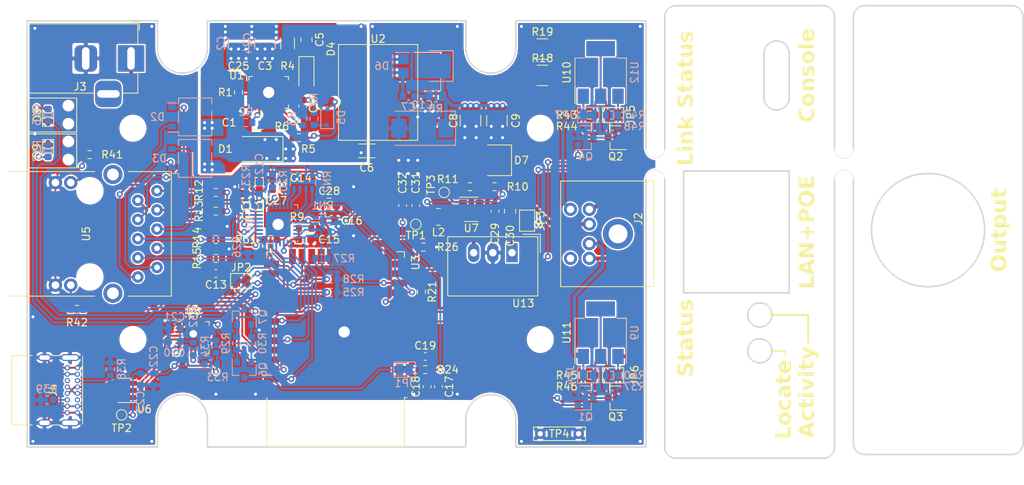
<source format=kicad_pcb>
(kicad_pcb (version 20171130) (host pcbnew "(5.1.9)-1")
  (layers (0 F.Cu signal) (31 B.Cu signal) (34 B.Paste user hide) (35 F.Paste user hide) (36 B.SilkS user) (37 F.SilkS user) (38 B.Mask user hide) (39 F.Mask user hide) (44 Edge.Cuts user))
  (net 0 "")
  (net 1 POE_VSS)
  (net 2 POE_VIN)
  (net 3 GNDPWR)
  (net 4 "Net-(C4-Pad1)")
  (net 5 "Net-(C5-Pad2)")
  (net 6 GND)
  (net 7 "Net-(C7-Pad2)")
  (net 8 "Net-(C7-Pad1)")
  (net 9 +12V)
  (net 10 +3V3)
  (net 11 POE_V1+)
  (net 12 POE_V1-)
  (net 13 POE_V2+)
  (net 14 POE_V2-)
  (net 15 "Net-(D4-Pad2)")
  (net 16 "Net-(D5-Pad1)")
  (net 17 "Net-(D5-Pad2)")
  (net 18 "Net-(R1-Pad2)")
  (net 19 "Net-(R2-Pad1)")
  (net 20 "Net-(R3-Pad2)")
  (net 21 "Net-(R5-Pad1)")
  (net 22 "Net-(U1-Pad27)")
  (net 23 "Net-(U1-Pad18)")
  (net 24 Red)
  (net 25 Yellow)
  (net 26 Green)
  (net 27 Buzzer)
  (net 28 "Net-(R37-Pad2)")
  (net 29 "Net-(D7-Pad2)")
  (net 30 "Net-(J3-Pad3)")
  (net 31 "Net-(J4-PadB8)")
  (net 32 "Net-(J4-PadB5)")
  (net 33 "Net-(J4-PadA8)")
  (net 34 "Net-(J4-PadA5)")
  (net 35 "Net-(R41-Pad1)")
  (net 36 "Net-(R42-Pad1)")
  (net 37 LED_LOCATE)
  (net 38 LED_ARTNET)
  (net 39 "Net-(JP4-Pad2)")
  (net 40 "Net-(JP5-Pad2)")
  (net 41 "Net-(JP6-Pad2)")
  (net 42 "Net-(JP7-Pad2)")
  (net 43 "Net-(R43-Pad2)")
  (net 44 "Net-(R45-Pad2)")
  (net 45 "Net-(R47-Pad2)")
  (net 46 /Output/Drive_Red)
  (net 47 /Output/Drive_Yellow)
  (net 48 /Output/Drive_Green)
  (net 49 /Output/Drive_Buzzer)
  (net 50 "Net-(J2-Pad6)")
  (net 51 /Processor/USB_VBUS)
  (net 52 "Net-(U3-Pad32)")
  (net 53 "Net-(U3-Pad22)")
  (net 54 "Net-(U3-Pad21)")
  (net 55 "Net-(U3-Pad20)")
  (net 56 "Net-(U3-Pad19)")
  (net 57 "Net-(U3-Pad18)")
  (net 58 "Net-(U3-Pad17)")
  (net 59 "Net-(U3-Pad7)")
  (net 60 "Net-(U3-Pad6)")
  (net 61 "Net-(U3-Pad5)")
  (net 62 "Net-(U3-Pad4)")
  (net 63 /Processor/RESET)
  (net 64 "Net-(C20-Pad2)")
  (net 65 "Net-(J4-PadA6)")
  (net 66 "Net-(J4-PadA7)")
  (net 67 "Net-(JP1-Pad1)")
  (net 68 /Processor/BOOT_SEL)
  (net 69 "Net-(JP2-Pad1)")
  (net 70 "Net-(Q6-Pad2)")
  (net 71 "Net-(Q6-Pad1)")
  (net 72 "Net-(Q7-Pad2)")
  (net 73 "Net-(Q7-Pad1)")
  (net 74 "Net-(C15-Pad1)")
  (net 75 "Net-(C11-Pad2)")
  (net 76 "/Ethernet Controller/TDP")
  (net 77 "/Ethernet Controller/TDN")
  (net 78 "/Ethernet Controller/RDP")
  (net 79 "/Ethernet Controller/RDN")
  (net 80 "Net-(R20-Pad1)")
  (net 81 "Net-(R23-Pad1)")
  (net 82 "Net-(R26-Pad1)")
  (net 83 /Processor/UART_TX)
  (net 84 /Processor/UART_RX)
  (net 85 /Processor/USB_D-)
  (net 86 /Processor/USB_D+)
  (net 87 "Net-(U8-Pad24)")
  (net 88 "Net-(U8-Pad22)")
  (net 89 "Net-(U8-Pad18)")
  (net 90 "Net-(U8-Pad17)")
  (net 91 "Net-(U8-Pad15)")
  (net 92 "Net-(U8-Pad14)")
  (net 93 "Net-(U8-Pad13)")
  (net 94 "Net-(U8-Pad12)")
  (net 95 "Net-(U8-Pad11)")
  (net 96 "Net-(U8-Pad10)")
  (net 97 "Net-(U8-Pad1)")
  (net 98 "Net-(C14-Pad1)")
  (net 99 ETH_RXD0)
  (net 100 ETH_RXD1)
  (net 101 ETH_MDIO)
  (net 102 ETH_CRS_DV)
  (net 103 "Net-(R32-Pad2)")
  (net 104 "Net-(R33-Pad1)")
  (net 105 ETH_MDC)
  (net 106 ETH_TXD1)
  (net 107 ETH_TX_EN)
  (net 108 ETH_TXD0)
  (net 109 ETH_CLKIN)
  (net 110 "Net-(U8-Pad16)")
  (net 111 "Net-(RN2-Pad8)")
  (net 112 "Net-(RN2-Pad7)")
  (net 113 "Net-(U4-Pad26)")
  (net 114 "Net-(U4-Pad20)")
  (net 115 "Net-(U4-Pad18)")
  (net 116 "Net-(U4-Pad14)")
  (net 117 "Net-(U4-Pad4)")
  (net 118 "Net-(U4-Pad3)")
  (net 119 "Net-(RN2-Pad6)")
  (net 120 "Net-(RN1-Pad7)")
  (net 121 "Net-(L2-Pad1)")
  (net 122 "Net-(R10-Pad2)")
  (net 123 "Net-(TP3-Pad1)")
  (net 124 "Net-(D8-Pad2)")
  (net 125 "Net-(D9-Pad2)")
  (net 126 LED_status)
  (net 127 LED_net)
  (net 128 "Net-(C29-Pad1)")
  (net 129 "Net-(R25-Pad1)")
  (module stack-light:panel_rear (layer F.Cu) (at 220.75 77.75 90)
    (fp_text reference svg2mod hide)
    (fp_text value G*** hide)
  )
  (module stack-light:panel_front (layer F.Cu) (at 195.75 78 90)
    (fp_text reference svg2mod hide)
    (fp_text value G*** hide)
  )
  (module Converter_DCDC:Converter_DCDC_TRACO_TSR-1_THT (layer F.Cu) (at 164.25 80.75 180)
    (fp_text reference U13 (at -1.5 -6.71) (layer F.SilkS))
    (fp_text value TSR_1-2433)
    (pad 3 thru_hole oval (at 5.08 0 180) (size 1.5 2.5) (drill 1) (layers *.Cu *.Mask) (net 10 +3V3))
    (pad 2 thru_hole oval (at 2.54 0 180) (size 1.5 2.5) (drill 1) (layers *.Cu *.Mask) (net 6 GND))
    (pad 1 thru_hole rect (at 0 0 180) (size 1.5 2.5) (drill 1) (layers *.Cu *.Mask) (net 128 "Net-(C29-Pad1)"))
  )
  (module TestPoint:TestPoint_Bridge_Pitch5.08mm_Drill0.7mm (layer F.Cu) (at 168 104.75)
    (fp_text reference TP4 (at 2.5 0) (layer F.SilkS))
    (fp_text value TestPoint)
    (pad 1 thru_hole circle (at 5.08 0) (size 1.4 1.4) (drill 0.7) (layers *.Cu *.Mask) (net 6 GND))
    (pad 1 thru_hole circle (at 0 0) (size 1.4 1.4) (drill 0.7) (layers *.Cu *.Mask) (net 6 GND))
  )
  (module Resistor_SMD:R_0603_1608Metric (layer F.Cu) (at 152.25 85.925 270)
    (fp_text reference R21 (at 0 -1.43 90) (layer F.SilkS))
    (fp_text value 10k)
    (pad 2 smd roundrect (at 0.825 0 270) (size 0.8 0.95) (layers F.Cu F.Paste F.Mask) (net 6 GND))
    (pad 1 smd roundrect (at -0.825 0 270) (size 0.8 0.95) (layers F.Cu F.Paste F.Mask) (net 27 Buzzer))
  )
  (module Resistor_SMD:R_1210_3225Metric (layer F.Cu) (at 168.2875 53.75)
    (fp_text reference R19 (at 0 -2.28) (layer F.SilkS))
    (fp_text value DNP)
    (pad 2 smd roundrect (at 1.4625 0) (size 1.125 2.65) (layers F.Cu F.Paste F.Mask) (roundrect_rratio 0.222222) (net 6 GND))
    (pad 1 smd roundrect (at -1.4625 0) (size 1.125 2.65) (layers F.Cu F.Paste F.Mask) (roundrect_rratio 0.222222) (net 9 +12V))
  )
  (module Resistor_SMD:R_1210_3225Metric (layer F.Cu) (at 168.2875 57.25)
    (fp_text reference R18 (at 0 -2.28) (layer F.SilkS))
    (fp_text value 330)
    (pad 2 smd roundrect (at 1.4625 0) (size 1.125 2.65) (layers F.Cu F.Paste F.Mask) (roundrect_rratio 0.222222) (net 6 GND))
    (pad 1 smd roundrect (at -1.4625 0) (size 1.125 2.65) (layers F.Cu F.Paste F.Mask) (roundrect_rratio 0.222222) (net 9 +12V))
  )
  (module stack-light:Transformer_Coilcraft_POE70P (layer F.Cu) (at 146.5 59.5)
    (fp_text reference U2 (at 0 -7.1) (layer F.SilkS))
    (fp_text value POE70P-12L)
    (pad 1 smd rect (at -6.855 3.75) (size 2.03 1.27) (layers F.Cu F.Paste F.Mask) (net 3 GNDPWR))
    (pad 2 smd rect (at -6.855 1.25) (size 2.03 1.27) (layers F.Cu F.Paste F.Mask) (net 17 "Net-(D5-Pad2)"))
    (pad 3 smd rect (at -6.855 -1.25) (size 2.03 1.27) (layers F.Cu F.Paste F.Mask) (net 15 "Net-(D4-Pad2)"))
    (pad 4 smd rect (at -6.855 -3.75) (size 2.03 1.27) (layers F.Cu F.Paste F.Mask) (net 2 POE_VIN))
    (pad 8 smd rect (at 6.855 3.75) (size 2.03 1.27) (layers F.Cu F.Paste F.Mask) (net 6 GND))
    (pad 7 smd rect (at 6.855 1.25) (size 2.03 1.27) (layers F.Cu F.Paste F.Mask) (net 6 GND))
    (pad 6 smd rect (at 6.855 -1.25) (size 2.03 1.27) (layers F.Cu F.Paste F.Mask) (net 8 "Net-(C7-Pad1)"))
    (pad 5 smd rect (at 6.855 -3.75) (size 2.03 1.27) (layers F.Cu F.Paste F.Mask) (net 8 "Net-(C7-Pad1)"))
  )
  (module Jumper:SolderJumper-2_P1.3mm_Open_Pad1.0x1.5mm (layer F.Cu) (at 166.25 76.5 270)
    (fp_text reference JP3 (at 0 -1.8 90) (layer F.SilkS))
    (fp_text value Jumper)
    (pad 1 smd rect (at -0.65 0 270) (size 1 1.5) (layers F.Cu F.Mask) (net 9 +12V))
    (pad 2 smd rect (at 0.65 0 270) (size 1 1.5) (layers F.Cu F.Mask) (net 128 "Net-(C29-Pad1)"))
  )
  (module Capacitor_SMD:C_0805_2012Metric (layer F.Cu) (at 164 75.25 90)
    (fp_text reference C30 (at -3.25 0 90) (layer F.SilkS))
    (fp_text value 10u)
    (pad 2 smd roundrect (at 0.95 0 90) (size 1 1.45) (layers F.Cu F.Paste F.Mask) (net 6 GND))
    (pad 1 smd roundrect (at -0.95 0 90) (size 1 1.45) (layers F.Cu F.Paste F.Mask) (net 128 "Net-(C29-Pad1)"))
  )
  (module Resistor_SMD:R_0603_1608Metric (layer B.Cu) (at 139 81.5)
    (fp_text reference R27 (at 3 0) (layer B.SilkS) (effects (justify mirror)))
    (fp_text value 10k)
    (pad 2 smd roundrect (at 0.825 0) (size 0.8 0.95) (layers B.Cu B.Paste B.Mask) (net 10 +3V3))
    (pad 1 smd roundrect (at -0.825 0) (size 0.8 0.95) (layers B.Cu B.Paste B.Mask) (net 126 LED_status))
  )
  (module Resistor_SMD:R_0603_1608Metric (layer F.Cu) (at 152.75 96.25)
    (fp_text reference R24 (at 3 0) (layer F.SilkS))
    (fp_text value 10k)
    (pad 2 smd roundrect (at 0.825 0) (size 0.8 0.95) (layers F.Cu F.Paste F.Mask) (net 10 +3V3))
    (pad 1 smd roundrect (at -0.825 0) (size 0.8 0.95) (layers F.Cu F.Paste F.Mask) (net 63 /Processor/RESET))
  )
  (module Resistor_SMD:R_0603_1608Metric (layer B.Cu) (at 102.75 67.25 270)
    (fp_text reference R17 (at 0 1.43 270) (layer B.SilkS) (effects (justify mirror)))
    (fp_text value 330)
    (pad 2 smd roundrect (at 0.825 0 270) (size 0.8 0.95) (layers B.Cu B.Paste B.Mask) (net 125 "Net-(D9-Pad2)"))
    (pad 1 smd roundrect (at -0.825 0 270) (size 0.8 0.95) (layers B.Cu B.Paste B.Mask) (net 38 LED_ARTNET))
  )
  (module Resistor_SMD:R_0603_1608Metric (layer B.Cu) (at 102.75 62.5 90)
    (fp_text reference R16 (at 0 -1.5 270) (layer B.SilkS) (effects (justify mirror)))
    (fp_text value 330)
    (pad 2 smd roundrect (at 0.825 0 90) (size 0.8 0.95) (layers B.Cu B.Paste B.Mask) (net 124 "Net-(D8-Pad2)"))
    (pad 1 smd roundrect (at -0.825 0 90) (size 0.8 0.95) (layers B.Cu B.Paste B.Mask) (net 37 LED_LOCATE))
  )
  (module TestPoint:TestPoint_Pad_D1.0mm (layer F.Cu) (at 151.5 77 180)
    (fp_text reference TP1 (at 0 -1.448) (layer F.SilkS))
    (fp_text value TestPoint)
    (pad 1 smd circle (at 0 0 180) (size 1 1) (layers F.Cu F.Mask) (net 10 +3V3))
  )
  (module Capacitor_SMD:C_0603_1608Metric (layer F.Cu) (at 151.5 74.5 90)
    (fp_text reference C31 (at 3 0 90) (layer F.SilkS))
    (fp_text value 10u)
    (pad 2 smd roundrect (at 0.775 0 90) (size 0.9 0.95) (layers F.Cu F.Paste F.Mask) (net 6 GND))
    (pad 1 smd roundrect (at -0.775 0 90) (size 0.9 0.95) (layers F.Cu F.Paste F.Mask) (net 10 +3V3))
  )
  (module Capacitor_SMD:C_0603_1608Metric (layer F.Cu) (at 162 75.25 90)
    (fp_text reference C29 (at -2.975 0 90) (layer F.SilkS))
    (fp_text value 100n)
    (pad 2 smd roundrect (at 0.775 0 90) (size 0.9 0.95) (layers F.Cu F.Paste F.Mask) (net 6 GND))
    (pad 1 smd roundrect (at -0.775 0 90) (size 0.9 0.95) (layers F.Cu F.Paste F.Mask) (net 128 "Net-(C29-Pad1)"))
  )
  (module Capacitor_SMD:C_0603_1608Metric (layer F.Cu) (at 149.75 74.5 90)
    (fp_text reference C32 (at 3 0 90) (layer F.SilkS))
    (fp_text value 10u)
    (pad 2 smd roundrect (at 0.775 0 90) (size 0.9 0.95) (layers F.Cu F.Paste F.Mask) (net 6 GND))
    (pad 1 smd roundrect (at -0.775 0 90) (size 0.9 0.95) (layers F.Cu F.Paste F.Mask) (net 10 +3V3))
  )
  (module Inductor_SMD:L_1008_2520Metric (layer F.Cu) (at 154.5 76 180)
    (fp_text reference L2 (at 0 -2.05) (layer F.SilkS))
    (fp_text value 10u)
    (pad 2 smd roundrect (at 1.075 0 180) (size 1.25 2.2) (layers F.Cu F.Paste F.Mask) (roundrect_rratio 0.2) (net 10 +3V3))
    (pad 1 smd roundrect (at -1.075 0 180) (size 1.25 2.2) (layers F.Cu F.Paste F.Mask) (roundrect_rratio 0.2) (net 121 "Net-(L2-Pad1)"))
  )
  (module Resistor_SMD:R_0603_1608Metric (layer F.Cu) (at 161.925 72 180)
    (fp_text reference R10 (at -3.075 0) (layer F.SilkS))
    (fp_text value 61k9)
    (pad 2 smd roundrect (at 0.825 0 180) (size 0.8 0.95) (layers F.Cu F.Paste F.Mask) (net 122 "Net-(R10-Pad2)"))
    (pad 1 smd roundrect (at -0.825 0 180) (size 0.8 0.95) (layers F.Cu F.Paste F.Mask) (net 10 +3V3))
  )
  (module TestPoint:TestPoint_Pad_D1.0mm (layer F.Cu) (at 155.25 72.75 180)
    (fp_text reference TP3 (at 1.75 1 90) (layer F.SilkS))
    (fp_text value TestPoint)
    (pad 1 smd circle (at 0 0 180) (size 1 1) (layers F.Cu F.Mask) (net 123 "Net-(TP3-Pad1)"))
  )
  (module Resistor_SMD:R_0603_1608Metric (layer F.Cu) (at 158.675 72 180)
    (fp_text reference R11 (at 2.925 1) (layer F.SilkS))
    (fp_text value 20k)
    (pad 2 smd roundrect (at 0.825 0 180) (size 0.8 0.95) (layers F.Cu F.Paste F.Mask) (net 6 GND))
    (pad 1 smd roundrect (at -0.825 0 180) (size 0.8 0.95) (layers F.Cu F.Paste F.Mask) (net 122 "Net-(R10-Pad2)"))
  )
  (module Package_TO_SOT_SMD:SOT-23-5 (layer F.Cu) (at 158.85 75)
    (fp_text reference U7 (at 0 2.5) (layer F.SilkS))
    (fp_text value TPS560200)
    (pad 5 smd rect (at 1.1 -0.95) (size 1.06 0.65) (layers F.Cu F.Paste F.Mask) (net 122 "Net-(R10-Pad2)"))
    (pad 4 smd rect (at 1.1 0.95) (size 1.06 0.65) (layers F.Cu F.Paste F.Mask) (net 128 "Net-(C29-Pad1)"))
    (pad 3 smd rect (at -1.1 0.95) (size 1.06 0.65) (layers F.Cu F.Paste F.Mask) (net 121 "Net-(L2-Pad1)"))
    (pad 2 smd rect (at -1.1 0) (size 1.06 0.65) (layers F.Cu F.Paste F.Mask) (net 6 GND))
    (pad 1 smd rect (at -1.1 -0.95) (size 1.06 0.65) (layers F.Cu F.Paste F.Mask) (net 123 "Net-(TP3-Pad1)"))
  )
  (module stack-light:SLP3-150-150-R (layer F.Cu) (at 102.75 62.5 270)
    (fp_text reference H6 hide)
    (fp_text value MountingHole)
    (pad "" np_thru_hole circle (at 1.15 -2.7 270) (size 1.16 1.16) (drill 1.16) (layers *.Cu *.Mask))
    (pad "" np_thru_hole circle (at -1.25 -2.7 270) (size 1.16 1.16) (drill 1.16) (layers *.Cu *.Mask))
  )
  (module stack-light:SLP3-150-150-R (layer F.Cu) (at 102.75 67.25 270)
    (fp_text reference H5 hide)
    (fp_text value MountingHole)
    (pad "" np_thru_hole circle (at 1.15 -2.7 270) (size 1.16 1.16) (drill 1.16) (layers *.Cu *.Mask))
    (pad "" np_thru_hole circle (at -1.25 -2.7 270) (size 1.16 1.16) (drill 1.16) (layers *.Cu *.Mask))
  )
  (module MountingHole:MountingHole_3.2mm_M3 (layer F.Cu) (at 168 92.25)
    (fp_text reference H4 hide)
    (fp_text value MountingHole)
    (pad 1 np_thru_hole circle (at 0 0) (size 3.2 3.2) (drill 3.2) (layers *.Cu *.Mask))
  )
  (module MountingHole:MountingHole_3.2mm_M3 (layer F.Cu) (at 168 64.25)
    (fp_text reference H3 hide)
    (fp_text value MountingHole)
    (pad 1 np_thru_hole circle (at 0 0) (size 3.2 3.2) (drill 3.2) (layers *.Cu *.Mask))
  )
  (module MountingHole:MountingHole_3.2mm_M3 (layer F.Cu) (at 114 64.25)
    (fp_text reference H2 hide)
    (fp_text value MountingHole)
    (pad 1 np_thru_hole circle (at 0 0) (size 3.2 3.2) (drill 3.2) (layers *.Cu *.Mask))
  )
  (module MountingHole:MountingHole_3.2mm_M3 (layer F.Cu) (at 114 92.25)
    (fp_text reference H1 hide)
    (fp_text value MountingHole)
    (pad 1 np_thru_hole circle (at 0 0) (size 3.2 3.2) (drill 3.2) (layers *.Cu *.Mask))
  )
  (module Package_DFN_QFN:QFN-32-1EP_5x5mm_P0.5mm_EP3.3x3.3mm (layer B.Cu) (at 133.25 77 270)
    (fp_text reference U4 (at 0 3.82 90) (layer B.SilkS) (effects (justify mirror)))
    (fp_text value LAN8710A-EZC)
    (pad 33 smd rect (at 0 0 270) (size 3.3 3.3) (layers B.Cu B.Mask) (net 6 GND))
    (pad 32 smd roundrect (at -1.75 2.4375 270) (size 0.25 0.875) (layers B.Cu B.Paste B.Mask) (net 81 "Net-(R23-Pad1)"))
    (pad 31 smd roundrect (at -1.25 2.4375 270) (size 0.25 0.875) (layers B.Cu B.Paste B.Mask) (net 78 "/Ethernet Controller/RDP"))
    (pad 30 smd roundrect (at -0.75 2.4375 270) (size 0.25 0.875) (layers B.Cu B.Paste B.Mask) (net 79 "/Ethernet Controller/RDN"))
    (pad 29 smd roundrect (at -0.25 2.4375 270) (size 0.25 0.875) (layers B.Cu B.Paste B.Mask) (net 76 "/Ethernet Controller/TDP"))
    (pad 28 smd roundrect (at 0.25 2.4375 270) (size 0.25 0.875) (layers B.Cu B.Paste B.Mask) (net 77 "/Ethernet Controller/TDN"))
    (pad 27 smd roundrect (at 0.75 2.4375 270) (size 0.25 0.875) (layers B.Cu B.Paste B.Mask) (net 75 "Net-(C11-Pad2)"))
    (pad 26 smd roundrect (at 1.25 2.4375 270) (size 0.25 0.875) (layers B.Cu B.Paste B.Mask) (net 113 "Net-(U4-Pad26)"))
    (pad 25 smd roundrect (at 1.75 2.4375 270) (size 0.25 0.875) (layers B.Cu B.Paste B.Mask) (net 6 GND))
    (pad 24 smd roundrect (at 2.4375 1.75 270) (size 0.875 0.25) (layers B.Cu B.Paste B.Mask) (net 6 GND))
    (pad 23 smd roundrect (at 2.4375 1.25 270) (size 0.875 0.25) (layers B.Cu B.Paste B.Mask) (net 106 ETH_TXD1))
    (pad 22 smd roundrect (at 2.4375 0.75 270) (size 0.875 0.25) (layers B.Cu B.Paste B.Mask) (net 108 ETH_TXD0))
    (pad 21 smd roundrect (at 2.4375 0.25 270) (size 0.875 0.25) (layers B.Cu B.Paste B.Mask) (net 107 ETH_TX_EN))
    (pad 20 smd roundrect (at 2.4375 -0.25 270) (size 0.875 0.25) (layers B.Cu B.Paste B.Mask) (net 114 "Net-(U4-Pad20)"))
    (pad 19 smd roundrect (at 2.4375 -0.75 270) (size 0.875 0.25) (layers B.Cu B.Paste B.Mask) (net 74 "Net-(C15-Pad1)"))
    (pad 18 smd roundrect (at 2.4375 -1.25 270) (size 0.875 0.25) (layers B.Cu B.Paste B.Mask) (net 115 "Net-(U4-Pad18)"))
    (pad 17 smd roundrect (at 2.4375 -1.75 270) (size 0.875 0.25) (layers B.Cu B.Paste B.Mask) (net 105 ETH_MDC))
    (pad 16 smd roundrect (at 1.75 -2.4375 270) (size 0.25 0.875) (layers B.Cu B.Paste B.Mask) (net 101 ETH_MDIO))
    (pad 15 smd roundrect (at 1.25 -2.4375 270) (size 0.25 0.875) (layers B.Cu B.Paste B.Mask) (net 102 ETH_CRS_DV))
    (pad 14 smd roundrect (at 0.75 -2.4375 270) (size 0.25 0.875) (layers B.Cu B.Paste B.Mask) (net 116 "Net-(U4-Pad14)"))
    (pad 13 smd roundrect (at 0.25 -2.4375 270) (size 0.25 0.875) (layers B.Cu B.Paste B.Mask) (net 120 "Net-(RN1-Pad7)"))
    (pad 12 smd roundrect (at -0.25 -2.4375 270) (size 0.25 0.875) (layers B.Cu B.Paste B.Mask) (net 10 +3V3))
    (pad 11 smd roundrect (at -0.75 -2.4375 270) (size 0.25 0.875) (layers B.Cu B.Paste B.Mask) (net 99 ETH_RXD0))
    (pad 10 smd roundrect (at -1.25 -2.4375 270) (size 0.25 0.875) (layers B.Cu B.Paste B.Mask) (net 100 ETH_RXD1))
    (pad 9 smd roundrect (at -1.75 -2.4375 270) (size 0.25 0.875) (layers B.Cu B.Paste B.Mask) (net 119 "Net-(RN2-Pad6)"))
    (pad 8 smd roundrect (at -2.4375 -1.75 270) (size 0.875 0.25) (layers B.Cu B.Paste B.Mask) (net 112 "Net-(RN2-Pad7)"))
    (pad 7 smd roundrect (at -2.4375 -1.25 270) (size 0.875 0.25) (layers B.Cu B.Paste B.Mask) (net 111 "Net-(RN2-Pad8)"))
    (pad 6 smd roundrect (at -2.4375 -0.75 270) (size 0.875 0.25) (layers B.Cu B.Paste B.Mask) (net 98 "Net-(C14-Pad1)"))
    (pad 5 smd roundrect (at -2.4375 -0.25 270) (size 0.875 0.25) (layers B.Cu B.Paste B.Mask) (net 109 ETH_CLKIN))
    (pad 4 smd roundrect (at -2.4375 0.25 270) (size 0.875 0.25) (layers B.Cu B.Paste B.Mask) (net 117 "Net-(U4-Pad4)"))
    (pad 3 smd roundrect (at -2.4375 0.75 270) (size 0.875 0.25) (layers B.Cu B.Paste B.Mask) (net 118 "Net-(U4-Pad3)"))
    (pad 2 smd roundrect (at -2.4375 1.25 270) (size 0.875 0.25) (layers B.Cu B.Paste B.Mask) (net 80 "Net-(R20-Pad1)"))
    (pad 1 smd roundrect (at -2.4375 1.75 270) (size 0.875 0.25) (layers B.Cu B.Paste B.Mask) (net 75 "Net-(C11-Pad2)"))
  )
  (module Resistor_SMD:R_Array_Convex_4x0603 (layer B.Cu) (at 136.55 71.35 270)
    (fp_text reference RN2 (at 0 -3.2 90) (layer B.SilkS) (effects (justify mirror)))
    (fp_text value 2k2)
    (pad 5 smd rect (at 0.9 -1.2 270) (size 0.8 0.5) (layers B.Cu B.Paste B.Mask) (net 100 ETH_RXD1))
    (pad 6 smd rect (at 0.9 -0.4 270) (size 0.8 0.4) (layers B.Cu B.Paste B.Mask) (net 119 "Net-(RN2-Pad6)"))
    (pad 8 smd rect (at 0.9 1.2 270) (size 0.8 0.5) (layers B.Cu B.Paste B.Mask) (net 111 "Net-(RN2-Pad8)"))
    (pad 7 smd rect (at 0.9 0.4 270) (size 0.8 0.4) (layers B.Cu B.Paste B.Mask) (net 112 "Net-(RN2-Pad7)"))
    (pad 4 smd rect (at -0.9 -1.2 270) (size 0.8 0.5) (layers B.Cu B.Paste B.Mask) (net 10 +3V3))
    (pad 2 smd rect (at -0.9 0.4 270) (size 0.8 0.4) (layers B.Cu B.Paste B.Mask) (net 6 GND))
    (pad 3 smd rect (at -0.9 -0.4 270) (size 0.8 0.4) (layers B.Cu B.Paste B.Mask) (net 10 +3V3))
    (pad 1 smd rect (at -0.9 1.2 270) (size 0.8 0.5) (layers B.Cu B.Paste B.Mask) (net 6 GND))
  )
  (module Resistor_SMD:R_Array_Convex_4x0603 (layer B.Cu) (at 139.15 77.3 180)
    (fp_text reference RN1 (at 0 2.8 180) (layer B.SilkS) (effects (justify mirror)))
    (fp_text value 2k2)
    (pad 5 smd rect (at 0.9 -1.2 180) (size 0.8 0.5) (layers B.Cu B.Paste B.Mask) (net 101 ETH_MDIO))
    (pad 6 smd rect (at 0.9 -0.4 180) (size 0.8 0.4) (layers B.Cu B.Paste B.Mask) (net 102 ETH_CRS_DV))
    (pad 8 smd rect (at 0.9 1.2 180) (size 0.8 0.5) (layers B.Cu B.Paste B.Mask) (net 99 ETH_RXD0))
    (pad 7 smd rect (at 0.9 0.4 180) (size 0.8 0.4) (layers B.Cu B.Paste B.Mask) (net 120 "Net-(RN1-Pad7)"))
    (pad 4 smd rect (at -0.9 -1.2 180) (size 0.8 0.5) (layers B.Cu B.Paste B.Mask) (net 10 +3V3))
    (pad 2 smd rect (at -0.9 0.4 180) (size 0.8 0.4) (layers B.Cu B.Paste B.Mask) (net 6 GND))
    (pad 3 smd rect (at -0.9 -0.4 180) (size 0.8 0.4) (layers B.Cu B.Paste B.Mask) (net 10 +3V3))
    (pad 1 smd rect (at -0.9 1.2 180) (size 0.8 0.5) (layers B.Cu B.Paste B.Mask) (net 10 +3V3))
  )
  (module Inductor_SMD:L_0805_2012Metric (layer F.Cu) (at 130.75 71.3125 270)
    (fp_text reference L1 (at 3.1875 0 90) (layer F.SilkS))
    (fp_text value FB)
    (pad 2 smd roundrect (at 1.0625 0 270) (size 0.875 1.2) (layers F.Cu F.Paste F.Mask) (net 75 "Net-(C11-Pad2)"))
    (pad 1 smd roundrect (at -1.0625 0 270) (size 0.875 1.2) (layers F.Cu F.Paste F.Mask) (net 10 +3V3))
  )
  (module Capacitor_SMD:C_0805_2012Metric (layer F.Cu) (at 140.025001 74.255001)
    (fp_text reference C28 (at 0 -1.68) (layer F.SilkS))
    (fp_text value 22u)
    (pad 2 smd roundrect (at 0.95 0) (size 1 1.45) (layers F.Cu F.Paste F.Mask) (net 6 GND))
    (pad 1 smd roundrect (at -0.95 0) (size 1 1.45) (layers F.Cu F.Paste F.Mask) (net 10 +3V3))
  )
  (module Capacitor_SMD:C_0603_1608Metric (layer F.Cu) (at 133.275 72.35 180)
    (fp_text reference C27 (at 0.275 -1.5) (layer F.SilkS))
    (fp_text value 2u2)
    (pad 2 smd roundrect (at 0.775 0 180) (size 0.9 0.95) (layers F.Cu F.Paste F.Mask) (net 6 GND))
    (pad 1 smd roundrect (at -0.775 0 180) (size 0.9 0.95) (layers F.Cu F.Paste F.Mask) (net 98 "Net-(C14-Pad1)"))
  )
  (module Capacitor_SMD:C_0603_1608Metric (layer B.Cu) (at 129.25 79.975 90)
    (fp_text reference C26 (at 0 -1.5 270) (layer B.SilkS) (effects (justify mirror)))
    (fp_text value 100n)
    (pad 2 smd roundrect (at 0.775 0 90) (size 0.9 0.95) (layers B.Cu B.Paste B.Mask) (net 75 "Net-(C11-Pad2)"))
    (pad 1 smd roundrect (at -0.775 0 90) (size 0.9 0.95) (layers B.Cu B.Paste B.Mask) (net 6 GND))
  )
  (module Capacitor_SMD:C_0805_2012Metric (layer F.Cu) (at 128.75 71.95 270)
    (fp_text reference C11 (at 3.05 -0.25 90) (layer F.SilkS))
    (fp_text value 22u)
    (pad 2 smd roundrect (at 0.95 0 270) (size 1 1.45) (layers F.Cu F.Paste F.Mask) (net 75 "Net-(C11-Pad2)"))
    (pad 1 smd roundrect (at -0.95 0 270) (size 1 1.45) (layers F.Cu F.Paste F.Mask) (net 6 GND))
  )
  (module Capacitor_SMD:C_1210_3225Metric (layer F.Cu) (at 131.5 53 270)
    (fp_text reference C3 (at 3 0 180) (layer F.SilkS))
    (fp_text value 2u2)
    (pad 2 smd roundrect (at 1.475 0 270) (size 1.15 2.7) (layers F.Cu F.Paste F.Mask) (roundrect_rratio 0.2173904347826087) (net 3 GNDPWR))
    (pad 1 smd roundrect (at -1.475 0 270) (size 1.15 2.7) (layers F.Cu F.Paste F.Mask) (roundrect_rratio 0.2173904347826087) (net 2 POE_VIN))
  )
  (module Capacitor_SMD:C_1210_3225Metric (layer B.Cu) (at 131.5 53 270)
    (fp_text reference C24 (at 0 2.3 270) (layer B.SilkS) (effects (justify mirror)))
    (fp_text value 2u2)
    (pad 2 smd roundrect (at 1.475 0 270) (size 1.15 2.7) (layers B.Cu B.Paste B.Mask) (roundrect_rratio 0.2173904347826087) (net 3 GNDPWR))
    (pad 1 smd roundrect (at -1.475 0 270) (size 1.15 2.7) (layers B.Cu B.Paste B.Mask) (roundrect_rratio 0.2173904347826087) (net 2 POE_VIN))
  )
  (module Resistor_SMD:R_0805_2012Metric (layer B.Cu) (at 154.1625 60)
    (fp_text reference R8 (at 0 1.65) (layer B.SilkS) (effects (justify mirror)))
    (fp_text value 20)
    (pad 2 smd roundrect (at 0.9125 0) (size 1.025 1.4) (layers B.Cu B.Paste B.Mask) (roundrect_rratio 0.2439014634146341) (net 9 +12V))
    (pad 1 smd roundrect (at -0.9125 0) (size 1.025 1.4) (layers B.Cu B.Paste B.Mask) (roundrect_rratio 0.2439014634146341) (net 7 "Net-(C7-Pad2)"))
  )
  (module Resistor_SMD:R_1206_3216Metric (layer F.Cu) (at 134.5 53 90)
    (fp_text reference R4 (at -3 0 180) (layer F.SilkS))
    (fp_text value 10K)
    (pad 2 smd roundrect (at 1.4625 0 90) (size 1.125 1.75) (layers F.Cu F.Paste F.Mask) (roundrect_rratio 0.2222213333333333) (net 2 POE_VIN))
    (pad 1 smd roundrect (at -1.4625 0 90) (size 1.125 1.75) (layers F.Cu F.Paste F.Mask) (roundrect_rratio 0.2222213333333333) (net 5 "Net-(C5-Pad2)"))
  )
  (module Diode_SMD:D_SOD-323 (layer B.Cu) (at 139.75 62.8 90)
    (fp_text reference D5 (at 0 1.85 270) (layer B.SilkS) (effects (justify mirror)))
    (fp_text value 1N4148)
    (pad 2 smd rect (at 1.05 0 90) (size 0.6 0.45) (layers B.Cu B.Paste B.Mask) (net 17 "Net-(D5-Pad2)"))
    (pad 1 smd rect (at -1.05 0 90) (size 0.6 0.45) (layers B.Cu B.Paste B.Mask) (net 16 "Net-(D5-Pad1)"))
  )
  (module Capacitor_Tantalum_SMD:CP_EIA-7343-31_Kemet-D (layer B.Cu) (at 152.3625 64.25 180)
    (fp_text reference C10 (at 0 3.1) (layer B.SilkS) (effects (justify mirror)))
    (fp_text value 220u)
    (pad 2 smd roundrect (at 3.1125 0 180) (size 2.075 2.55) (layers B.Cu B.Paste B.Mask) (roundrect_rratio 0.1204819277108434) (net 6 GND))
    (pad 1 smd roundrect (at -3.1125 0 180) (size 2.075 2.55) (layers B.Cu B.Paste B.Mask) (roundrect_rratio 0.1204819277108434) (net 9 +12V))
  )
  (module Capacitor_SMD:C_1210_3225Metric (layer F.Cu) (at 162.25 63.25 270)
    (fp_text reference C9 (at 0 -2.5 90) (layer F.SilkS))
    (fp_text value 22u)
    (pad 2 smd roundrect (at 1.475 0 270) (size 1.15 2.7) (layers F.Cu F.Paste F.Mask) (roundrect_rratio 0.2173904347826087) (net 6 GND))
    (pad 1 smd roundrect (at -1.475 0 270) (size 1.15 2.7) (layers F.Cu F.Paste F.Mask) (roundrect_rratio 0.2173904347826087) (net 9 +12V))
  )
  (module Capacitor_SMD:C_1210_3225Metric (layer F.Cu) (at 158.75 63.25 270)
    (fp_text reference C8 (at 0 2.25 90) (layer F.SilkS))
    (fp_text value 22u)
    (pad 2 smd roundrect (at 1.475 0 270) (size 1.15 2.7) (layers F.Cu F.Paste F.Mask) (roundrect_rratio 0.2173904347826087) (net 6 GND))
    (pad 1 smd roundrect (at -1.475 0 270) (size 1.15 2.7) (layers F.Cu F.Paste F.Mask) (roundrect_rratio 0.2173904347826087) (net 9 +12V))
  )
  (module Capacitor_SMD:C_1806_4516Metric (layer F.Cu) (at 145 67.25)
    (fp_text reference C6 (at 0 2.25) (layer F.SilkS))
    (fp_text value 1000p)
    (pad 2 smd roundrect (at 2 0) (size 1.4 1.8) (layers F.Cu F.Paste F.Mask) (roundrect_rratio 0.1785707142857143) (net 6 GND))
    (pad 1 smd roundrect (at -2 0) (size 1.4 1.8) (layers F.Cu F.Paste F.Mask) (roundrect_rratio 0.1785707142857143) (net 3 GNDPWR))
  )
  (module Capacitor_SMD:C_0805_2012Metric (layer F.Cu) (at 137 52.5 270)
    (fp_text reference C5 (at 0 -1.75 90) (layer F.SilkS))
    (fp_text value 10n)
    (pad 2 smd roundrect (at 0.95 0 270) (size 1 1.45) (layers F.Cu F.Paste F.Mask) (net 5 "Net-(C5-Pad2)"))
    (pad 1 smd roundrect (at -0.95 0 270) (size 1 1.45) (layers F.Cu F.Paste F.Mask) (net 2 POE_VIN))
  )
  (module Capacitor_SMD:C_1206_3216Metric (layer F.Cu) (at 130.5 63.5 180)
    (fp_text reference C1 (at 3.75 0) (layer F.SilkS))
    (fp_text value 100n)
    (pad 2 smd roundrect (at 1.475 0 180) (size 1.15 1.8) (layers F.Cu F.Paste F.Mask) (roundrect_rratio 0.2173904347826087) (net 1 POE_VSS))
    (pad 1 smd roundrect (at -1.475 0 180) (size 1.15 1.8) (layers F.Cu F.Paste F.Mask) (roundrect_rratio 0.2173904347826087) (net 2 POE_VIN))
  )
  (module Package_DFN_QFN:QFN-24-1EP_4x4mm_P0.5mm_EP2.6x2.6mm (layer F.Cu) (at 122 92)
    (fp_text reference U8 (at 0 -3.5) (layer F.SilkS))
    (fp_text value CP2102N-A01-GQFN24)
    (pad 25 smd rect (at 0 0) (size 2.6 2.6) (layers F.Cu F.Mask) (net 6 GND))
    (pad 24 smd roundrect (at -1.25 -1.9375) (size 0.25 0.825) (layers F.Cu F.Paste F.Mask) (net 87 "Net-(U8-Pad24)"))
    (pad 23 smd roundrect (at -0.75 -1.9375) (size 0.25 0.825) (layers F.Cu F.Paste F.Mask) (net 72 "Net-(Q7-Pad2)"))
    (pad 22 smd roundrect (at -0.25 -1.9375) (size 0.25 0.825) (layers F.Cu F.Paste F.Mask) (net 88 "Net-(U8-Pad22)"))
    (pad 21 smd roundrect (at 0.25 -1.9375) (size 0.25 0.825) (layers F.Cu F.Paste F.Mask) (net 84 /Processor/UART_RX))
    (pad 20 smd roundrect (at 0.75 -1.9375) (size 0.25 0.825) (layers F.Cu F.Paste F.Mask) (net 83 /Processor/UART_TX))
    (pad 19 smd roundrect (at 1.25 -1.9375) (size 0.25 0.825) (layers F.Cu F.Paste F.Mask) (net 70 "Net-(Q6-Pad2)"))
    (pad 18 smd roundrect (at 1.9375 -1.25) (size 0.825 0.25) (layers F.Cu F.Paste F.Mask) (net 89 "Net-(U8-Pad18)"))
    (pad 17 smd roundrect (at 1.9375 -0.75) (size 0.825 0.25) (layers F.Cu F.Paste F.Mask) (net 90 "Net-(U8-Pad17)"))
    (pad 16 smd roundrect (at 1.9375 -0.25) (size 0.825 0.25) (layers F.Cu F.Paste F.Mask) (net 110 "Net-(U8-Pad16)"))
    (pad 15 smd roundrect (at 1.9375 0.25) (size 0.825 0.25) (layers F.Cu F.Paste F.Mask) (net 91 "Net-(U8-Pad15)"))
    (pad 14 smd roundrect (at 1.9375 0.75) (size 0.825 0.25) (layers F.Cu F.Paste F.Mask) (net 92 "Net-(U8-Pad14)"))
    (pad 13 smd roundrect (at 1.9375 1.25) (size 0.825 0.25) (layers F.Cu F.Paste F.Mask) (net 93 "Net-(U8-Pad13)"))
    (pad 12 smd roundrect (at 1.25 1.9375) (size 0.25 0.825) (layers F.Cu F.Paste F.Mask) (net 94 "Net-(U8-Pad12)"))
    (pad 11 smd roundrect (at 0.75 1.9375) (size 0.25 0.825) (layers F.Cu F.Paste F.Mask) (net 95 "Net-(U8-Pad11)"))
    (pad 10 smd roundrect (at 0.25 1.9375) (size 0.25 0.825) (layers F.Cu F.Paste F.Mask) (net 96 "Net-(U8-Pad10)"))
    (pad 9 smd roundrect (at -0.25 1.9375) (size 0.25 0.825) (layers F.Cu F.Paste F.Mask) (net 103 "Net-(R32-Pad2)"))
    (pad 8 smd roundrect (at -0.75 1.9375) (size 0.25 0.825) (layers F.Cu F.Paste F.Mask) (net 104 "Net-(R33-Pad1)"))
    (pad 7 smd roundrect (at -1.25 1.9375) (size 0.25 0.825) (layers F.Cu F.Paste F.Mask) (net 51 /Processor/USB_VBUS))
    (pad 6 smd roundrect (at -1.9375 1.25) (size 0.825 0.25) (layers F.Cu F.Paste F.Mask) (net 64 "Net-(C20-Pad2)"))
    (pad 5 smd roundrect (at -1.9375 0.75) (size 0.825 0.25) (layers F.Cu F.Paste F.Mask) (net 64 "Net-(C20-Pad2)"))
    (pad 4 smd roundrect (at -1.9375 0.25) (size 0.825 0.25) (layers F.Cu F.Paste F.Mask) (net 85 /Processor/USB_D-))
    (pad 3 smd roundrect (at -1.9375 -0.25) (size 0.825 0.25) (layers F.Cu F.Paste F.Mask) (net 86 /Processor/USB_D+))
    (pad 2 smd roundrect (at -1.9375 -0.75) (size 0.825 0.25) (layers F.Cu F.Paste F.Mask) (net 6 GND))
    (pad 1 smd roundrect (at -1.9375 -1.25) (size 0.825 0.25) (layers F.Cu F.Paste F.Mask) (net 97 "Net-(U8-Pad1)"))
  )
  (module Resistor_SMD:R_0603_1608Metric (layer B.Cu) (at 125 93.175 270)
    (fp_text reference R34 (at 0 1.43 270) (layer B.SilkS) (effects (justify mirror)))
    (fp_text value 47k5)
    (pad 2 smd roundrect (at 0.825 0 270) (size 0.8 0.95) (layers B.Cu B.Paste B.Mask) (net 104 "Net-(R33-Pad1)"))
    (pad 1 smd roundrect (at -0.825 0 270) (size 0.8 0.95) (layers B.Cu B.Paste B.Mask) (net 6 GND))
  )
  (module Resistor_SMD:R_0603_1608Metric (layer B.Cu) (at 124.325 95.5 180)
    (fp_text reference R33 (at -0.925 -1.75) (layer B.SilkS) (effects (justify mirror)))
    (fp_text value 22k1)
    (pad 2 smd roundrect (at 0.825 0 180) (size 0.8 0.95) (layers B.Cu B.Paste B.Mask) (net 51 /Processor/USB_VBUS))
    (pad 1 smd roundrect (at -0.825 0 180) (size 0.8 0.95) (layers B.Cu B.Paste B.Mask) (net 104 "Net-(R33-Pad1)"))
  )
  (module Capacitor_SMD:C_1210_3225Metric (layer F.Cu) (at 128 53 270)
    (fp_text reference C25 (at 3 0 180) (layer F.SilkS))
    (fp_text value 2u2)
    (pad 2 smd roundrect (at 1.475 0 270) (size 1.15 2.7) (layers F.Cu F.Paste F.Mask) (roundrect_rratio 0.2173904347826087) (net 3 GNDPWR))
    (pad 1 smd roundrect (at -1.475 0 270) (size 1.15 2.7) (layers F.Cu F.Paste F.Mask) (roundrect_rratio 0.2173904347826087) (net 2 POE_VIN))
  )
  (module Capacitor_SMD:C_0603_1608Metric (layer B.Cu) (at 115 97.525 90)
    (fp_text reference C23 (at -2.975 0 270) (layer B.SilkS) (effects (justify mirror)))
    (fp_text value 100n)
    (pad 2 smd roundrect (at 0.775 0 90) (size 0.9 0.95) (layers B.Cu B.Paste B.Mask) (net 51 /Processor/USB_VBUS))
    (pad 1 smd roundrect (at -0.775 0 90) (size 0.9 0.95) (layers B.Cu B.Paste B.Mask) (net 6 GND))
  )
  (module Capacitor_SMD:C_0603_1608Metric (layer B.Cu) (at 116.75 97.525 90)
    (fp_text reference C22 (at 3.025 0 270) (layer B.SilkS) (effects (justify mirror)))
    (fp_text value 4u7)
    (pad 2 smd roundrect (at 0.775 0 90) (size 0.9 0.95) (layers B.Cu B.Paste B.Mask) (net 51 /Processor/USB_VBUS))
    (pad 1 smd roundrect (at -0.775 0 90) (size 0.9 0.95) (layers B.Cu B.Paste B.Mask) (net 6 GND))
  )
  (module Capacitor_SMD:C_0603_1608Metric (layer B.Cu) (at 119.5 90.75)
    (fp_text reference C21 (at 0 -1.5) (layer B.SilkS) (effects (justify mirror)))
    (fp_text value 100n)
    (pad 2 smd roundrect (at 0.775 0) (size 0.9 0.95) (layers B.Cu B.Paste B.Mask) (net 64 "Net-(C20-Pad2)"))
    (pad 1 smd roundrect (at -0.775 0) (size 0.9 0.95) (layers B.Cu B.Paste B.Mask) (net 6 GND))
  )
  (module Capacitor_SMD:C_0603_1608Metric (layer B.Cu) (at 119.5 92.5)
    (fp_text reference C20 (at 0 1.5) (layer B.SilkS) (effects (justify mirror)))
    (fp_text value 4u7)
    (pad 2 smd roundrect (at 0.775 0) (size 0.9 0.95) (layers B.Cu B.Paste B.Mask) (net 64 "Net-(C20-Pad2)"))
    (pad 1 smd roundrect (at -0.775 0) (size 0.9 0.95) (layers B.Cu B.Paste B.Mask) (net 6 GND))
  )
  (module Capacitor_SMD:C_0603_1608Metric (layer F.Cu) (at 139.975 76.5)
    (fp_text reference C16 (at 3.025 0) (layer F.SilkS))
    (fp_text value 100n)
    (pad 2 smd roundrect (at 0.775 0) (size 0.9 0.95) (layers F.Cu F.Paste F.Mask) (net 6 GND))
    (pad 1 smd roundrect (at -0.775 0) (size 0.9 0.95) (layers F.Cu F.Paste F.Mask) (net 10 +3V3))
  )
  (module Capacitor_SMD:C_0603_1608Metric (layer F.Cu) (at 136.775 79)
    (fp_text reference C15 (at 3.225 0) (layer F.SilkS))
    (fp_text value 1u)
    (pad 2 smd roundrect (at 0.775 0) (size 0.9 0.95) (layers F.Cu F.Paste F.Mask) (net 6 GND))
    (pad 1 smd roundrect (at -0.775 0) (size 0.9 0.95) (layers F.Cu F.Paste F.Mask) (net 74 "Net-(C15-Pad1)"))
  )
  (module Capacitor_SMD:C_0603_1608Metric (layer F.Cu) (at 133.275 70.85 180)
    (fp_text reference C14 (at -2.975 0) (layer F.SilkS))
    (fp_text value 100n)
    (pad 2 smd roundrect (at 0.775 0 180) (size 0.9 0.95) (layers F.Cu F.Paste F.Mask) (net 6 GND))
    (pad 1 smd roundrect (at -0.775 0 180) (size 0.9 0.95) (layers F.Cu F.Paste F.Mask) (net 98 "Net-(C14-Pad1)"))
  )
  (module Capacitor_SMD:C_0603_1608Metric (layer F.Cu) (at 125 83.5)
    (fp_text reference C13 (at 0 1.5) (layer F.SilkS))
    (fp_text value 100nf)
    (pad 2 smd roundrect (at 0.775 0) (size 0.9 0.95) (layers F.Cu F.Paste F.Mask) (net 75 "Net-(C11-Pad2)"))
    (pad 1 smd roundrect (at -0.775 0) (size 0.9 0.95) (layers F.Cu F.Paste F.Mask) (net 6 GND))
  )
  (module Capacitor_SMD:C_0603_1608Metric (layer B.Cu) (at 130.75 72.225 270)
    (fp_text reference C12 (at -3.225 0 90) (layer B.SilkS) (effects (justify mirror)))
    (fp_text value 100n)
    (pad 2 smd roundrect (at 0.775 0 270) (size 0.9 0.95) (layers B.Cu B.Paste B.Mask) (net 75 "Net-(C11-Pad2)"))
    (pad 1 smd roundrect (at -0.775 0 270) (size 0.9 0.95) (layers B.Cu B.Paste B.Mask) (net 6 GND))
  )
  (module Capacitor_SMD:C_1210_3225Metric (layer B.Cu) (at 128 53 270)
    (fp_text reference C2 (at 0 2.3 270) (layer B.SilkS) (effects (justify mirror)))
    (fp_text value 2u2)
    (pad 2 smd roundrect (at 1.475 0 270) (size 1.15 2.7) (layers B.Cu B.Paste B.Mask) (roundrect_rratio 0.2173904347826087) (net 3 GNDPWR))
    (pad 1 smd roundrect (at -1.475 0 270) (size 1.15 2.7) (layers B.Cu B.Paste B.Mask) (roundrect_rratio 0.2173904347826087) (net 2 POE_VIN))
  )
  (module Package_TO_SOT_SMD:SOT-23-6 (layer F.Cu) (at 112.9 99 180)
    (fp_text reference U6 (at -2.6 -2.5) (layer F.SilkS))
    (fp_text value USBLC6-2SC6)
    (pad 5 smd rect (at 1.1 0 180) (size 1.06 0.65) (layers F.Cu F.Paste F.Mask) (net 51 /Processor/USB_VBUS))
    (pad 6 smd rect (at 1.1 -0.95 180) (size 1.06 0.65) (layers F.Cu F.Paste F.Mask) (net 66 "Net-(J4-PadA7)"))
    (pad 4 smd rect (at 1.1 0.95 180) (size 1.06 0.65) (layers F.Cu F.Paste F.Mask) (net 65 "Net-(J4-PadA6)"))
    (pad 3 smd rect (at -1.1 0.95 180) (size 1.06 0.65) (layers F.Cu F.Paste F.Mask) (net 86 /Processor/USB_D+))
    (pad 2 smd rect (at -1.1 0 180) (size 1.06 0.65) (layers F.Cu F.Paste F.Mask) (net 6 GND))
    (pad 1 smd rect (at -1.1 -0.95 180) (size 1.06 0.65) (layers F.Cu F.Paste F.Mask) (net 85 /Processor/USB_D-))
  )
  (module Resistor_SMD:R_0603_1608Metric (layer B.Cu) (at 122 93.5 270)
    (fp_text reference R32 (at -4.25 0 270) (layer B.SilkS) (effects (justify mirror)))
    (fp_text value 1k)
    (pad 2 smd roundrect (at 0.825 0 270) (size 0.8 0.95) (layers B.Cu B.Paste B.Mask) (net 103 "Net-(R32-Pad2)"))
    (pad 1 smd roundrect (at -0.825 0 270) (size 0.8 0.95) (layers B.Cu B.Paste B.Mask) (net 64 "Net-(C20-Pad2)"))
  )
  (module Resistor_SMD:R_0603_1608Metric (layer F.Cu) (at 132.25 79 180)
    (fp_text reference R31 (at 3.25 0) (layer F.SilkS))
    (fp_text value 10k)
    (pad 2 smd roundrect (at 0.825 0 180) (size 0.8 0.95) (layers F.Cu F.Paste F.Mask) (net 68 /Processor/BOOT_SEL))
    (pad 1 smd roundrect (at -0.825 0 180) (size 0.8 0.95) (layers F.Cu F.Paste F.Mask) (net 10 +3V3))
  )
  (module Resistor_SMD:R_0603_1608Metric (layer B.Cu) (at 129.75 92.75 90)
    (fp_text reference R30 (at 0 1.43 90) (layer B.SilkS) (effects (justify mirror)))
    (fp_text value 220)
    (pad 2 smd roundrect (at 0.825 0 90) (size 0.8 0.95) (layers B.Cu B.Paste B.Mask) (net 73 "Net-(Q7-Pad1)"))
    (pad 1 smd roundrect (at -0.825 0 90) (size 0.8 0.95) (layers B.Cu B.Paste B.Mask) (net 70 "Net-(Q6-Pad2)"))
  )
  (module Resistor_SMD:R_0603_1608Metric (layer B.Cu) (at 127.75 92.75 270)
    (fp_text reference R29 (at 0 1.43 90) (layer B.SilkS) (effects (justify mirror)))
    (fp_text value 220)
    (pad 2 smd roundrect (at 0.825 0 270) (size 0.8 0.95) (layers B.Cu B.Paste B.Mask) (net 71 "Net-(Q6-Pad1)"))
    (pad 1 smd roundrect (at -0.825 0 270) (size 0.8 0.95) (layers B.Cu B.Paste B.Mask) (net 72 "Net-(Q7-Pad2)"))
  )
  (module Resistor_SMD:R_0603_1608Metric (layer B.Cu) (at 140.25 84.25)
    (fp_text reference R28 (at 3 0) (layer B.SilkS) (effects (justify mirror)))
    (fp_text value DNP)
    (pad 2 smd roundrect (at 0.825 0) (size 0.8 0.95) (layers B.Cu B.Paste B.Mask) (net 6 GND))
    (pad 1 smd roundrect (at -0.825 0) (size 0.8 0.95) (layers B.Cu B.Paste B.Mask) (net 126 LED_status))
  )
  (module Resistor_SMD:R_0603_1608Metric (layer F.Cu) (at 152.5 80)
    (fp_text reference R26 (at 3.25 0) (layer F.SilkS))
    (fp_text value 10k)
    (pad 2 smd roundrect (at 0.825 0) (size 0.8 0.95) (layers F.Cu F.Paste F.Mask) (net 6 GND))
    (pad 1 smd roundrect (at -0.825 0) (size 0.8 0.95) (layers F.Cu F.Paste F.Mask) (net 82 "Net-(R26-Pad1)"))
  )
  (module Resistor_SMD:R_0603_1608Metric (layer B.Cu) (at 140.25 86)
    (fp_text reference R25 (at 3 0) (layer B.SilkS) (effects (justify mirror)))
    (fp_text value 10k)
    (pad 2 smd roundrect (at 0.825 0) (size 0.8 0.95) (layers B.Cu B.Paste B.Mask) (net 6 GND))
    (pad 1 smd roundrect (at -0.825 0) (size 0.8 0.95) (layers B.Cu B.Paste B.Mask) (net 129 "Net-(R25-Pad1)"))
  )
  (module Resistor_SMD:R_0603_1608Metric (layer B.Cu) (at 129 73.75 90)
    (fp_text reference R23 (at 3.25 0 90) (layer B.SilkS) (effects (justify mirror)))
    (fp_text value 12.1k)
    (pad 2 smd roundrect (at 0.825 0 90) (size 0.8 0.95) (layers B.Cu B.Paste B.Mask) (net 6 GND))
    (pad 1 smd roundrect (at -0.825 0 90) (size 0.8 0.95) (layers B.Cu B.Paste B.Mask) (net 81 "Net-(R23-Pad1)"))
  )
  (module Resistor_SMD:R_0603_1608Metric (layer B.Cu) (at 132.5 71.25 90)
    (fp_text reference R20 (at 0 1.43 90) (layer B.SilkS) (effects (justify mirror)))
    (fp_text value 10k)
    (pad 2 smd roundrect (at 0.825 0 90) (size 0.8 0.95) (layers B.Cu B.Paste B.Mask) (net 10 +3V3))
    (pad 1 smd roundrect (at -0.825 0 90) (size 0.8 0.95) (layers B.Cu B.Paste B.Mask) (net 80 "Net-(R20-Pad1)"))
  )
  (module Resistor_SMD:R_0603_1608Metric (layer F.Cu) (at 125 81.5)
    (fp_text reference R15 (at -2.5 0 90) (layer F.SilkS))
    (fp_text value 49.9)
    (pad 2 smd roundrect (at 0.825 0) (size 0.8 0.95) (layers F.Cu F.Paste F.Mask) (net 75 "Net-(C11-Pad2)"))
    (pad 1 smd roundrect (at -0.825 0) (size 0.8 0.95) (layers F.Cu F.Paste F.Mask) (net 79 "/Ethernet Controller/RDN"))
  )
  (module Resistor_SMD:R_0603_1608Metric (layer F.Cu) (at 125 79)
    (fp_text reference R14 (at -2.5 -0.25 90) (layer F.SilkS))
    (fp_text value 49.9)
    (pad 2 smd roundrect (at 0.825 0) (size 0.8 0.95) (layers F.Cu F.Paste F.Mask) (net 75 "Net-(C11-Pad2)"))
    (pad 1 smd roundrect (at -0.825 0) (size 0.8 0.95) (layers F.Cu F.Paste F.Mask) (net 78 "/Ethernet Controller/RDP"))
  )
  (module Resistor_SMD:R_0603_1608Metric (layer F.Cu) (at 125 75.25)
    (fp_text reference R13 (at -2.25 0 90) (layer F.SilkS))
    (fp_text value 49.9)
    (pad 2 smd roundrect (at 0.825 0) (size 0.8 0.95) (layers F.Cu F.Paste F.Mask) (net 75 "Net-(C11-Pad2)"))
    (pad 1 smd roundrect (at -0.825 0) (size 0.8 0.95) (layers F.Cu F.Paste F.Mask) (net 77 "/Ethernet Controller/TDN"))
  )
  (module Resistor_SMD:R_0603_1608Metric (layer F.Cu) (at 125 72.75)
    (fp_text reference R12 (at -2.25 -0.25 90) (layer F.SilkS))
    (fp_text value 49.9)
    (pad 2 smd roundrect (at 0.825 0) (size 0.8 0.95) (layers F.Cu F.Paste F.Mask) (net 75 "Net-(C11-Pad2)"))
    (pad 1 smd roundrect (at -0.825 0) (size 0.8 0.95) (layers F.Cu F.Paste F.Mask) (net 76 "/Ethernet Controller/TDP"))
  )
  (module Resistor_SMD:R_0603_1608Metric (layer F.Cu) (at 136.825 77.5 180)
    (fp_text reference R9 (at 1.075 1.5) (layer F.SilkS))
    (fp_text value 10k)
    (pad 2 smd roundrect (at 0.825 0 180) (size 0.8 0.95) (layers F.Cu F.Paste F.Mask) (net 74 "Net-(C15-Pad1)"))
    (pad 1 smd roundrect (at -0.825 0 180) (size 0.8 0.95) (layers F.Cu F.Paste F.Mask) (net 10 +3V3))
  )
  (module Package_TO_SOT_SMD:SOT-23 (layer B.Cu) (at 128.75 89.25 90)
    (fp_text reference Q7 (at 0 2.5 90) (layer B.SilkS) (effects (justify mirror)))
    (fp_text value BC817-40)
    (pad 3 smd rect (at 1 0 90) (size 0.9 0.8) (layers B.Cu B.Paste B.Mask) (net 69 "Net-(JP2-Pad1)"))
    (pad 2 smd rect (at -1 -0.95 90) (size 0.9 0.8) (layers B.Cu B.Paste B.Mask) (net 72 "Net-(Q7-Pad2)"))
    (pad 1 smd rect (at -1 0.95 90) (size 0.9 0.8) (layers B.Cu B.Paste B.Mask) (net 73 "Net-(Q7-Pad1)"))
  )
  (module Package_TO_SOT_SMD:SOT-23 (layer B.Cu) (at 128.75 96.25 270)
    (fp_text reference Q6 (at 0 -2.5 90) (layer B.SilkS) (effects (justify mirror)))
    (fp_text value BC817-40)
    (pad 3 smd rect (at 1 0 270) (size 0.9 0.8) (layers B.Cu B.Paste B.Mask) (net 67 "Net-(JP1-Pad1)"))
    (pad 2 smd rect (at -1 -0.95 270) (size 0.9 0.8) (layers B.Cu B.Paste B.Mask) (net 70 "Net-(Q6-Pad2)"))
    (pad 1 smd rect (at -1 0.95 270) (size 0.9 0.8) (layers B.Cu B.Paste B.Mask) (net 71 "Net-(Q6-Pad1)"))
  )
  (module Jumper:SolderJumper-2_P1.3mm_Bridged_Pad1.0x1.5mm (layer B.Cu) (at 174.35 62.5)
    (fp_text reference JP7 (at -3.1 0) (layer B.SilkS) (effects (justify mirror)))
    (fp_text value Jumper)
    (fp_poly (pts (xy -0.25 0.3) (xy 0.25 0.3) (xy 0.25 -0.3) (xy -0.25 -0.3)) (layer B.Cu) (width 0))
    (pad 2 smd rect (at 0.65 0) (size 1 1.5) (layers B.Cu B.Mask) (net 42 "Net-(JP7-Pad2)"))
    (pad 1 smd rect (at -0.65 0) (size 1 1.5) (layers B.Cu B.Mask) (net 49 /Output/Drive_Buzzer))
  )
  (module Jumper:SolderJumper-2_P1.3mm_Bridged_Pad1.0x1.5mm (layer F.Cu) (at 128.35 84.5)
    (fp_text reference JP2 (at 0 -1.8) (layer F.SilkS))
    (fp_text value Jumper)
    (fp_poly (pts (xy -0.25 -0.3) (xy 0.25 -0.3) (xy 0.25 0.3) (xy -0.25 0.3)) (layer F.Cu) (width 0))
    (pad 2 smd rect (at 0.65 0) (size 1 1.5) (layers F.Cu F.Mask) (net 68 /Processor/BOOT_SEL))
    (pad 1 smd rect (at -0.65 0) (size 1 1.5) (layers F.Cu F.Mask) (net 69 "Net-(JP2-Pad1)"))
  )
  (module Jumper:SolderJumper-2_P1.3mm_Bridged_Pad1.0x1.5mm (layer B.Cu) (at 150 96.25)
    (fp_text reference JP1 (at 0 1.8) (layer B.SilkS) (effects (justify mirror)))
    (fp_text value Jumper)
    (fp_poly (pts (xy -0.25 0.3) (xy 0.25 0.3) (xy 0.25 -0.3) (xy -0.25 -0.3)) (layer B.Cu) (width 0))
    (pad 2 smd rect (at 0.65 0) (size 1 1.5) (layers B.Cu B.Mask) (net 63 /Processor/RESET))
    (pad 1 smd rect (at -0.65 0) (size 1 1.5) (layers B.Cu B.Mask) (net 67 "Net-(JP1-Pad1)"))
  )
  (module Capacitor_SMD:C_0603_1608Metric (layer F.Cu) (at 152.75 94.5)
    (fp_text reference C19 (at 0 -1.43) (layer F.SilkS))
    (fp_text value 1u)
    (pad 2 smd roundrect (at 0.775 0) (size 0.9 0.95) (layers F.Cu F.Paste F.Mask) (net 6 GND))
    (pad 1 smd roundrect (at -0.775 0) (size 0.9 0.95) (layers F.Cu F.Paste F.Mask) (net 63 /Processor/RESET))
  )
  (module Capacitor_SMD:C_0603_1608Metric (layer F.Cu) (at 153 98.5 270)
    (fp_text reference C18 (at 0 1.5 90) (layer F.SilkS))
    (fp_text value 100n)
    (pad 2 smd roundrect (at 0.775 0 270) (size 0.9 0.95) (layers F.Cu F.Paste F.Mask) (net 6 GND))
    (pad 1 smd roundrect (at -0.775 0 270) (size 0.9 0.95) (layers F.Cu F.Paste F.Mask) (net 10 +3V3))
  )
  (module Capacitor_SMD:C_0603_1608Metric (layer F.Cu) (at 154.5 98.5 270)
    (fp_text reference C17 (at 0 -1.43 90) (layer F.SilkS))
    (fp_text value 10u)
    (pad 2 smd roundrect (at 0.775 0 270) (size 0.9 0.95) (layers F.Cu F.Paste F.Mask) (net 6 GND))
    (pad 1 smd roundrect (at -0.775 0 270) (size 0.9 0.95) (layers F.Cu F.Paste F.Mask) (net 10 +3V3))
  )
  (module Connector_USB:USB_C_Receptacle_GCT_USB4085 (layer F.Cu) (at 106.65 96 270)
    (fp_text reference J4 (at 2.975 3.25 90) (layer F.SilkS))
    (fp_text value USB_C_Receptacle_USB2.0)
    (pad S1 thru_hole oval (at 7.3 4.36 270) (size 0.9 1.7) (drill oval 0.6 1.4) (layers *.Cu *.Mask) (net 6 GND))
    (pad S1 thru_hole oval (at -1.35 4.36 270) (size 0.9 1.7) (drill oval 0.6 1.4) (layers *.Cu *.Mask) (net 6 GND))
    (pad S1 thru_hole oval (at 7.3 0.98 270) (size 0.9 2.4) (drill oval 0.6 2.1) (layers *.Cu *.Mask) (net 6 GND))
    (pad S1 thru_hole oval (at -1.35 0.98 270) (size 0.9 2.4) (drill oval 0.6 2.1) (layers *.Cu *.Mask) (net 6 GND))
    (pad B6 thru_hole circle (at 3.4 1.35 270) (size 0.69 0.69) (drill 0.4) (layers *.Cu *.Mask) (net 65 "Net-(J4-PadA6)"))
    (pad B1 thru_hole circle (at 5.95 1.35 270) (size 0.69 0.69) (drill 0.4) (layers *.Cu *.Mask) (net 6 GND))
    (pad B4 thru_hole circle (at 5.1 1.35 270) (size 0.69 0.69) (drill 0.4) (layers *.Cu *.Mask) (net 51 /Processor/USB_VBUS))
    (pad B5 thru_hole circle (at 4.25 1.35 270) (size 0.69 0.69) (drill 0.4) (layers *.Cu *.Mask) (net 32 "Net-(J4-PadB5)"))
    (pad B12 thru_hole circle (at 0 1.35 270) (size 0.69 0.69) (drill 0.4) (layers *.Cu *.Mask) (net 6 GND))
    (pad B8 thru_hole circle (at 1.7 1.35 270) (size 0.69 0.69) (drill 0.4) (layers *.Cu *.Mask) (net 31 "Net-(J4-PadB8)"))
    (pad B7 thru_hole circle (at 2.55 1.35 270) (size 0.69 0.69) (drill 0.4) (layers *.Cu *.Mask) (net 66 "Net-(J4-PadA7)"))
    (pad B9 thru_hole circle (at 0.85 1.35 270) (size 0.69 0.69) (drill 0.4) (layers *.Cu *.Mask) (net 51 /Processor/USB_VBUS))
    (pad A12 thru_hole circle (at 5.95 0 270) (size 0.69 0.69) (drill 0.4) (layers *.Cu *.Mask) (net 6 GND))
    (pad A9 thru_hole circle (at 5.1 0 270) (size 0.69 0.69) (drill 0.4) (layers *.Cu *.Mask) (net 51 /Processor/USB_VBUS))
    (pad A8 thru_hole circle (at 4.25 0 270) (size 0.69 0.69) (drill 0.4) (layers *.Cu *.Mask) (net 33 "Net-(J4-PadA8)"))
    (pad A7 thru_hole circle (at 3.4 0 270) (size 0.69 0.69) (drill 0.4) (layers *.Cu *.Mask) (net 66 "Net-(J4-PadA7)"))
    (pad A6 thru_hole circle (at 2.55 0 270) (size 0.69 0.69) (drill 0.4) (layers *.Cu *.Mask) (net 65 "Net-(J4-PadA6)"))
    (pad A5 thru_hole circle (at 1.7 0 270) (size 0.69 0.69) (drill 0.4) (layers *.Cu *.Mask) (net 34 "Net-(J4-PadA5)"))
    (pad A4 thru_hole circle (at 0.85 0 270) (size 0.69 0.69) (drill 0.4) (layers *.Cu *.Mask) (net 51 /Processor/USB_VBUS))
    (pad A1 thru_hole circle (at 0 0 270) (size 0.69 0.69) (drill 0.4) (layers *.Cu *.Mask) (net 6 GND))
  )
  (module RF_Module:ESP32-WROOM-32 (layer F.Cu) (at 140.865 90.5 180)
    (fp_text reference U3 (at -10.61 8.43 90) (layer F.SilkS))
    (fp_text value ESP32-WROOM-32D)
    (pad 38 smd rect (at 8.5 -8.255 180) (size 2 0.9) (layers F.Cu F.Paste F.Mask) (net 6 GND))
    (pad 37 smd rect (at 8.5 -6.985 180) (size 2 0.9) (layers F.Cu F.Paste F.Mask) (net 105 ETH_MDC))
    (pad 36 smd rect (at 8.5 -5.715 180) (size 2 0.9) (layers F.Cu F.Paste F.Mask) (net 106 ETH_TXD1))
    (pad 35 smd rect (at 8.5 -4.445 180) (size 2 0.9) (layers F.Cu F.Paste F.Mask) (net 83 /Processor/UART_TX))
    (pad 34 smd rect (at 8.5 -3.175 180) (size 2 0.9) (layers F.Cu F.Paste F.Mask) (net 84 /Processor/UART_RX))
    (pad 33 smd rect (at 8.5 -1.905 180) (size 2 0.9) (layers F.Cu F.Paste F.Mask) (net 107 ETH_TX_EN))
    (pad 32 smd rect (at 8.5 -0.635 180) (size 2 0.9) (layers F.Cu F.Paste F.Mask) (net 52 "Net-(U3-Pad32)"))
    (pad 31 smd rect (at 8.5 0.635 180) (size 2 0.9) (layers F.Cu F.Paste F.Mask) (net 108 ETH_TXD0))
    (pad 30 smd rect (at 8.5 1.905 180) (size 2 0.9) (layers F.Cu F.Paste F.Mask) (net 101 ETH_MDIO))
    (pad 29 smd rect (at 8.5 3.175 180) (size 2 0.9) (layers F.Cu F.Paste F.Mask) (net 127 LED_net))
    (pad 28 smd rect (at 8.5 4.445 180) (size 2 0.9) (layers F.Cu F.Paste F.Mask) (net 109 ETH_CLKIN))
    (pad 27 smd rect (at 8.5 5.715 180) (size 2 0.9) (layers F.Cu F.Paste F.Mask) (net 38 LED_ARTNET))
    (pad 26 smd rect (at 8.5 6.985 180) (size 2 0.9) (layers F.Cu F.Paste F.Mask) (net 37 LED_LOCATE))
    (pad 25 smd rect (at 8.5 8.255 180) (size 2 0.9) (layers F.Cu F.Paste F.Mask) (net 68 /Processor/BOOT_SEL))
    (pad 24 smd rect (at 5.715 9.255 270) (size 2 0.9) (layers F.Cu F.Paste F.Mask) (net 129 "Net-(R25-Pad1)"))
    (pad 23 smd rect (at 4.445 9.255 270) (size 2 0.9) (layers F.Cu F.Paste F.Mask) (net 126 LED_status))
    (pad 22 smd rect (at 3.175 9.255 270) (size 2 0.9) (layers F.Cu F.Paste F.Mask) (net 53 "Net-(U3-Pad22)"))
    (pad 21 smd rect (at 1.905 9.255 270) (size 2 0.9) (layers F.Cu F.Paste F.Mask) (net 54 "Net-(U3-Pad21)"))
    (pad 20 smd rect (at 0.635 9.255 270) (size 2 0.9) (layers F.Cu F.Paste F.Mask) (net 55 "Net-(U3-Pad20)"))
    (pad 19 smd rect (at -0.635 9.255 270) (size 2 0.9) (layers F.Cu F.Paste F.Mask) (net 56 "Net-(U3-Pad19)"))
    (pad 18 smd rect (at -1.905 9.255 270) (size 2 0.9) (layers F.Cu F.Paste F.Mask) (net 57 "Net-(U3-Pad18)"))
    (pad 17 smd rect (at -3.175 9.255 270) (size 2 0.9) (layers F.Cu F.Paste F.Mask) (net 58 "Net-(U3-Pad17)"))
    (pad 16 smd rect (at -4.445 9.255 270) (size 2 0.9) (layers F.Cu F.Paste F.Mask) (net 25 Yellow))
    (pad 15 smd rect (at -5.715 9.255 270) (size 2 0.9) (layers F.Cu F.Paste F.Mask) (net 6 GND))
    (pad 14 smd rect (at -8.5 8.255 180) (size 2 0.9) (layers F.Cu F.Paste F.Mask) (net 82 "Net-(R26-Pad1)"))
    (pad 13 smd rect (at -8.5 6.985 180) (size 2 0.9) (layers F.Cu F.Paste F.Mask) (net 27 Buzzer))
    (pad 12 smd rect (at -8.5 5.715 180) (size 2 0.9) (layers F.Cu F.Paste F.Mask) (net 102 ETH_CRS_DV))
    (pad 11 smd rect (at -8.5 4.445 180) (size 2 0.9) (layers F.Cu F.Paste F.Mask) (net 100 ETH_RXD1))
    (pad 10 smd rect (at -8.5 3.175 180) (size 2 0.9) (layers F.Cu F.Paste F.Mask) (net 99 ETH_RXD0))
    (pad 9 smd rect (at -8.5 1.905 180) (size 2 0.9) (layers F.Cu F.Paste F.Mask) (net 24 Red))
    (pad 8 smd rect (at -8.5 0.635 180) (size 2 0.9) (layers F.Cu F.Paste F.Mask) (net 26 Green))
    (pad 7 smd rect (at -8.5 -0.635 180) (size 2 0.9) (layers F.Cu F.Paste F.Mask) (net 59 "Net-(U3-Pad7)"))
    (pad 6 smd rect (at -8.5 -1.905 180) (size 2 0.9) (layers F.Cu F.Paste F.Mask) (net 60 "Net-(U3-Pad6)"))
    (pad 5 smd rect (at -8.5 -3.175 180) (size 2 0.9) (layers F.Cu F.Paste F.Mask) (net 61 "Net-(U3-Pad5)"))
    (pad 4 smd rect (at -8.5 -4.445 180) (size 2 0.9) (layers F.Cu F.Paste F.Mask) (net 62 "Net-(U3-Pad4)"))
    (pad 3 smd rect (at -8.5 -5.715 180) (size 2 0.9) (layers F.Cu F.Paste F.Mask) (net 63 /Processor/RESET))
    (pad 2 smd rect (at -8.5 -6.985 180) (size 2 0.9) (layers F.Cu F.Paste F.Mask) (net 10 +3V3))
    (pad 1 smd rect (at -8.5 -8.255 180) (size 2 0.9) (layers F.Cu F.Paste F.Mask) (net 6 GND))
    (pad 39 smd rect (at -1 -0.755 180) (size 5 5) (layers F.Cu F.Paste F.Mask) (net 6 GND))
  )
  (module Jumper:SolderJumper-2_P1.3mm_Open_Pad1.0x1.5mm (layer F.Cu) (at 177.65 97 180)
    (fp_text reference JP6 (at -2.85 0 270) (layer F.SilkS))
    (fp_text value Jumper)
    (pad 1 smd rect (at -0.65 0 180) (size 1 1.5) (layers F.Cu F.Mask) (net 48 /Output/Drive_Green))
    (pad 2 smd rect (at 0.65 0 180) (size 1 1.5) (layers F.Cu F.Mask) (net 41 "Net-(JP6-Pad2)"))
  )
  (module Jumper:SolderJumper-2_P1.3mm_Open_Pad1.0x1.5mm (layer F.Cu) (at 177.65 62.5 180)
    (fp_text reference JP5 (at -2.35 0 270) (layer F.SilkS))
    (fp_text value Jumper)
    (pad 1 smd rect (at -0.65 0 180) (size 1 1.5) (layers F.Cu F.Mask) (net 47 /Output/Drive_Yellow))
    (pad 2 smd rect (at 0.65 0 180) (size 1 1.5) (layers F.Cu F.Mask) (net 40 "Net-(JP5-Pad2)"))
  )
  (module Jumper:SolderJumper-2_P1.3mm_Open_Pad1.0x1.5mm (layer B.Cu) (at 174.35 97)
    (fp_text reference JP4 (at -2.35 0 90) (layer B.SilkS) (effects (justify mirror)))
    (fp_text value Jumper)
    (pad 1 smd rect (at -0.65 0) (size 1 1.5) (layers B.Cu B.Mask) (net 46 /Output/Drive_Red))
    (pad 2 smd rect (at 0.65 0) (size 1 1.5) (layers B.Cu B.Mask) (net 39 "Net-(JP4-Pad2)"))
  )
  (module stack-light:MD60S (layer F.Cu) (at 183 78.25 90)
    (fp_text reference J2 (at 2 -2 90) (layer F.SilkS))
    (fp_text value Mini-DIN-6)
    (pad "" thru_hole circle (at 0 -4.7 90) (size 4 4) (drill 2.5) (layers *.Cu *.Mask))
    (pad 6 thru_hole circle (at -3.25 -11 90) (size 1.75 1.75) (drill 1) (layers *.Cu *.Mask) (net 50 "Net-(J2-Pad6)"))
    (pad 5 thru_hole circle (at 3.25 -11 90) (size 1.75 1.75) (drill 1) (layers *.Cu *.Mask) (net 49 /Output/Drive_Buzzer))
    (pad 4 thru_hole circle (at -3.25 -8.5 90) (size 1.75 1.75) (drill 1) (layers *.Cu *.Mask) (net 48 /Output/Drive_Green))
    (pad 3 thru_hole circle (at 3.25 -8.5 90) (size 1.75 1.75) (drill 1) (layers *.Cu *.Mask) (net 47 /Output/Drive_Yellow))
    (pad 2 thru_hole circle (at -1.3 -8.5 90) (size 1.75 1.75) (drill 1) (layers *.Cu *.Mask) (net 46 /Output/Drive_Red))
    (pad 1 thru_hole circle (at 1.3 -8.5 90) (size 1.75 1.75) (drill 1) (layers *.Cu *.Mask) (net 9 +12V))
  )
  (module Package_TO_SOT_SMD:SOT-223-3_TabPin2 (layer B.Cu) (at 176 56.85 90)
    (fp_text reference U12 (at 0 4.5 270) (layer B.SilkS) (effects (justify mirror)))
    (fp_text value AMS1117-DNP)
    (pad 1 smd rect (at -3.15 2.3 90) (size 2 1.5) (layers B.Cu B.Paste B.Mask) (net 42 "Net-(JP7-Pad2)"))
    (pad 3 smd rect (at -3.15 -2.3 90) (size 2 1.5) (layers B.Cu B.Paste B.Mask) (net 49 /Output/Drive_Buzzer))
    (pad 2 smd rect (at -3.15 0 90) (size 2 1.5) (layers B.Cu B.Paste B.Mask) (net 45 "Net-(R47-Pad2)"))
    (pad 2 smd rect (at 3.15 0 90) (size 2 3.8) (layers B.Cu B.Paste B.Mask) (net 45 "Net-(R47-Pad2)"))
  )
  (module Package_TO_SOT_SMD:SOT-223-3_TabPin2 (layer F.Cu) (at 176 91.35 90)
    (fp_text reference U11 (at 0 -4.5 90) (layer F.SilkS))
    (fp_text value AMS1117)
    (pad 1 smd rect (at -3.15 -2.3 90) (size 2 1.5) (layers F.Cu F.Paste F.Mask) (net 41 "Net-(JP6-Pad2)"))
    (pad 3 smd rect (at -3.15 2.3 90) (size 2 1.5) (layers F.Cu F.Paste F.Mask) (net 48 /Output/Drive_Green))
    (pad 2 smd rect (at -3.15 0 90) (size 2 1.5) (layers F.Cu F.Paste F.Mask) (net 44 "Net-(R45-Pad2)"))
    (pad 2 smd rect (at 3.15 0 90) (size 2 3.8) (layers F.Cu F.Paste F.Mask) (net 44 "Net-(R45-Pad2)"))
  )
  (module Package_TO_SOT_SMD:SOT-223-3_TabPin2 (layer F.Cu) (at 176 56.85 90)
    (fp_text reference U10 (at 0 -4.5 90) (layer F.SilkS))
    (fp_text value AMS1117)
    (pad 1 smd rect (at -3.15 -2.3 90) (size 2 1.5) (layers F.Cu F.Paste F.Mask) (net 40 "Net-(JP5-Pad2)"))
    (pad 3 smd rect (at -3.15 2.3 90) (size 2 1.5) (layers F.Cu F.Paste F.Mask) (net 47 /Output/Drive_Yellow))
    (pad 2 smd rect (at -3.15 0 90) (size 2 1.5) (layers F.Cu F.Paste F.Mask) (net 43 "Net-(R43-Pad2)"))
    (pad 2 smd rect (at 3.15 0 90) (size 2 3.8) (layers F.Cu F.Paste F.Mask) (net 43 "Net-(R43-Pad2)"))
  )
  (module Package_TO_SOT_SMD:SOT-223-3_TabPin2 (layer B.Cu) (at 176 91.35 90)
    (fp_text reference U9 (at 0 4.5 270) (layer B.SilkS) (effects (justify mirror)))
    (fp_text value AMS1117)
    (pad 1 smd rect (at -3.15 2.3 90) (size 2 1.5) (layers B.Cu B.Paste B.Mask) (net 39 "Net-(JP4-Pad2)"))
    (pad 3 smd rect (at -3.15 -2.3 90) (size 2 1.5) (layers B.Cu B.Paste B.Mask) (net 46 /Output/Drive_Red))
    (pad 2 smd rect (at -3.15 0 90) (size 2 1.5) (layers B.Cu B.Paste B.Mask) (net 28 "Net-(R37-Pad2)"))
    (pad 2 smd rect (at 3.15 0 90) (size 2 3.8) (layers B.Cu B.Paste B.Mask) (net 28 "Net-(R37-Pad2)"))
  )
  (module stack-light:ARJM11C7-114-BA (layer F.Cu) (at 108.3 78.25 270)
    (fp_text reference U5 (at 0 0.5 90) (layer F.SilkS))
    (fp_text value ARJM11C7-114-BA)
    (pad 1 thru_hole circle (at 5.715 -6.35 270) (size 1.524 1.524) (drill 0.762) (layers *.Cu *.Mask) (net 14 POE_V2-))
    (pad 2 thru_hole circle (at 4.445 -8.89 270) (size 1.524 1.524) (drill 0.762) (layers *.Cu *.Mask) (net 12 POE_V1-))
    (pad 3 thru_hole circle (at 3.175 -6.35 270) (size 1.524 1.524) (drill 0.762) (layers *.Cu *.Mask) (net 79 "/Ethernet Controller/RDN"))
    (pad 4 thru_hole circle (at 1.905 -8.89 270) (size 1.524 1.524) (drill 0.762) (layers *.Cu *.Mask) (net 75 "Net-(C11-Pad2)"))
    (pad 5 thru_hole circle (at 0.635 -6.35 270) (size 1.524 1.524) (drill 0.762) (layers *.Cu *.Mask) (net 78 "/Ethernet Controller/RDP"))
    (pad 6 thru_hole circle (at -0.635 -8.89 270) (size 1.524 1.524) (drill 0.762) (layers *.Cu *.Mask) (net 13 POE_V2+))
    (pad 7 thru_hole circle (at -1.905 -6.35 270) (size 1.524 1.524) (drill 0.762) (layers *.Cu *.Mask) (net 11 POE_V1+))
    (pad 8 thru_hole circle (at -3.175 -8.89 270) (size 1.524 1.524) (drill 0.762) (layers *.Cu *.Mask) (net 77 "/Ethernet Controller/TDN"))
    (pad 9 thru_hole circle (at -4.445 -6.35 270) (size 1.524 1.524) (drill 0.762) (layers *.Cu *.Mask) (net 75 "Net-(C11-Pad2)"))
    (pad 10 thru_hole circle (at -5.715 -8.89 270) (size 1.524 1.524) (drill 0.762) (layers *.Cu *.Mask) (net 76 "/Ethernet Controller/TDP"))
    (pad 11 thru_hole circle (at -6.7945 2.54 270) (size 1.778 1.778) (drill 1.016) (layers *.Cu *.Mask) (net 35 "Net-(R41-Pad1)"))
    (pad 12 thru_hole circle (at -6.7945 4.572 270) (size 1.778 1.778) (drill 1.016) (layers *.Cu *.Mask) (net 6 GND))
    (pad 13 thru_hole circle (at 6.7945 2.54 270) (size 1.778 1.778) (drill 1.016) (layers *.Cu *.Mask) (net 36 "Net-(R42-Pad1)"))
    (pad 14 thru_hole circle (at 6.7945 4.572 270) (size 1.778 1.778) (drill 1.016) (layers *.Cu *.Mask) (net 6 GND))
    (pad "" np_thru_hole circle (at -5.715 0 270) (size 3.2512 3.2512) (drill 3.2512) (layers *.Cu *.Mask))
    (pad "" np_thru_hole circle (at 5.715 0 270) (size 3.2512 3.2512) (drill 3.2512) (layers *.Cu *.Mask))
    (pad "" thru_hole circle (at -7.874 -3.048 270) (size 2.54 2.54) (drill 1.5748) (layers *.Cu *.Mask))
    (pad "" thru_hole circle (at 7.874 -3.048 270) (size 2.54 2.54) (drill 1.5748) (layers *.Cu *.Mask))
  )
  (module Package_DFN_QFN:QFN-28-1EP_4x5mm_P0.5mm_EP2.65x3.65mm (layer F.Cu) (at 132 59.5 90)
    (fp_text reference U1 (at 2.25 -4.25 180) (layer F.SilkS))
    (fp_text value MP8007)
    (pad 29 smd rect (at 0 0 90) (size 2.65 3.65) (layers F.Cu F.Mask) (net 3 GNDPWR))
    (pad 28 smd roundrect (at -1.25 -2.45 90) (size 0.25 0.85) (layers F.Cu F.Paste F.Mask))
    (pad 27 smd roundrect (at -0.75 -2.45 90) (size 0.25 0.85) (layers F.Cu F.Paste F.Mask) (net 22 "Net-(U1-Pad27)"))
    (pad 26 smd roundrect (at -0.25 -2.45 90) (size 0.25 0.85) (layers F.Cu F.Paste F.Mask) (net 18 "Net-(R1-Pad2)"))
    (pad 25 smd roundrect (at 0.25 -2.45 90) (size 0.25 0.85) (layers F.Cu F.Paste F.Mask) (net 1 POE_VSS))
    (pad 24 smd roundrect (at 0.75 -2.45 90) (size 0.25 0.85) (layers F.Cu F.Paste F.Mask) (net 1 POE_VSS))
    (pad 23 smd roundrect (at 1.25 -2.45 90) (size 0.25 0.85) (layers F.Cu F.Paste F.Mask) (net 1 POE_VSS))
    (pad 22 smd roundrect (at 1.95 -1.75 90) (size 0.85 0.25) (layers F.Cu F.Paste F.Mask))
    (pad 21 smd roundrect (at 1.95 -1.25 90) (size 0.85 0.25) (layers F.Cu F.Paste F.Mask) (net 3 GNDPWR))
    (pad 20 smd roundrect (at 1.95 -0.75 90) (size 0.85 0.25) (layers F.Cu F.Paste F.Mask) (net 3 GNDPWR))
    (pad 19 smd roundrect (at 1.95 -0.25 90) (size 0.85 0.25) (layers F.Cu F.Paste F.Mask))
    (pad 18 smd roundrect (at 1.95 0.25 90) (size 0.85 0.25) (layers F.Cu F.Paste F.Mask) (net 23 "Net-(U1-Pad18)"))
    (pad 17 smd roundrect (at 1.95 0.75 90) (size 0.85 0.25) (layers F.Cu F.Paste F.Mask) (net 3 GNDPWR))
    (pad 16 smd roundrect (at 1.95 1.25 90) (size 0.85 0.25) (layers F.Cu F.Paste F.Mask) (net 3 GNDPWR))
    (pad 15 smd roundrect (at 1.95 1.75 90) (size 0.85 0.25) (layers F.Cu F.Paste F.Mask))
    (pad 14 smd roundrect (at 1.25 2.45 90) (size 0.25 0.85) (layers F.Cu F.Paste F.Mask))
    (pad 13 smd roundrect (at 0.75 2.45 90) (size 0.25 0.85) (layers F.Cu F.Paste F.Mask) (net 15 "Net-(D4-Pad2)"))
    (pad 12 smd roundrect (at 0.25 2.45 90) (size 0.25 0.85) (layers F.Cu F.Paste F.Mask) (net 15 "Net-(D4-Pad2)"))
    (pad 11 smd roundrect (at -0.25 2.45 90) (size 0.25 0.85) (layers F.Cu F.Paste F.Mask))
    (pad 10 smd roundrect (at -0.75 2.45 90) (size 0.25 0.85) (layers F.Cu F.Paste F.Mask) (net 4 "Net-(C4-Pad1)"))
    (pad 9 smd roundrect (at -1.25 2.45 90) (size 0.25 0.85) (layers F.Cu F.Paste F.Mask) (net 3 GNDPWR))
    (pad 8 smd roundrect (at -1.95 1.75 90) (size 0.85 0.25) (layers F.Cu F.Paste F.Mask) (net 20 "Net-(R3-Pad2)"))
    (pad 7 smd roundrect (at -1.95 1.25 90) (size 0.85 0.25) (layers F.Cu F.Paste F.Mask) (net 21 "Net-(R5-Pad1)"))
    (pad 6 smd roundrect (at -1.95 0.75 90) (size 0.85 0.25) (layers F.Cu F.Paste F.Mask) (net 3 GNDPWR))
    (pad 5 smd roundrect (at -1.95 0.25 90) (size 0.85 0.25) (layers F.Cu F.Paste F.Mask) (net 2 POE_VIN))
    (pad 4 smd roundrect (at -1.95 -0.25 90) (size 0.85 0.25) (layers F.Cu F.Paste F.Mask) (net 2 POE_VIN))
    (pad 3 smd roundrect (at -1.95 -0.75 90) (size 0.85 0.25) (layers F.Cu F.Paste F.Mask))
    (pad 2 smd roundrect (at -1.95 -1.25 90) (size 0.85 0.25) (layers F.Cu F.Paste F.Mask) (net 19 "Net-(R2-Pad1)"))
    (pad 1 smd roundrect (at -1.95 -1.75 90) (size 0.85 0.25) (layers F.Cu F.Paste F.Mask) (net 2 POE_VIN))
  )
  (module TestPoint:TestPoint_Pad_D1.0mm (layer F.Cu) (at 112.5 102.25)
    (fp_text reference TP2 (at 0 1.75) (layer F.SilkS))
    (fp_text value TestPoint)
    (pad 1 smd circle (at 0 0) (size 1 1) (layers F.Cu F.Mask) (net 51 /Processor/USB_VBUS))
  )
  (module Resistor_SMD:R_0603_1608Metric (layer B.Cu) (at 177.5 64 180)
    (fp_text reference R48 (at -3 0) (layer B.SilkS) (effects (justify mirror)))
    (fp_text value DNP)
    (pad 2 smd roundrect (at 0.825 0 180) (size 0.8 0.95) (layers B.Cu B.Paste B.Mask) (net 45 "Net-(R47-Pad2)"))
    (pad 1 smd roundrect (at -0.825 0 180) (size 0.8 0.95) (layers B.Cu B.Paste B.Mask) (net 42 "Net-(JP7-Pad2)"))
  )
  (module Resistor_SMD:R_0603_1608Metric (layer B.Cu) (at 177.5 62.5 180)
    (fp_text reference R47 (at -3 0) (layer B.SilkS) (effects (justify mirror)))
    (fp_text value DNP)
    (pad 2 smd roundrect (at 0.825 0 180) (size 0.8 0.95) (layers B.Cu B.Paste B.Mask) (net 45 "Net-(R47-Pad2)"))
    (pad 1 smd roundrect (at -0.825 0 180) (size 0.8 0.95) (layers B.Cu B.Paste B.Mask) (net 42 "Net-(JP7-Pad2)"))
  )
  (module Resistor_SMD:R_0603_1608Metric (layer F.Cu) (at 174.5 98.5)
    (fp_text reference R46 (at -3 0) (layer F.SilkS))
    (fp_text value 33)
    (pad 2 smd roundrect (at 0.825 0) (size 0.8 0.95) (layers F.Cu F.Paste F.Mask) (net 44 "Net-(R45-Pad2)"))
    (pad 1 smd roundrect (at -0.825 0) (size 0.8 0.95) (layers F.Cu F.Paste F.Mask) (net 41 "Net-(JP6-Pad2)"))
  )
  (module Resistor_SMD:R_0603_1608Metric (layer F.Cu) (at 174.5 97)
    (fp_text reference R45 (at -3 0) (layer F.SilkS))
    (fp_text value 33)
    (pad 2 smd roundrect (at 0.825 0) (size 0.8 0.95) (layers F.Cu F.Paste F.Mask) (net 44 "Net-(R45-Pad2)"))
    (pad 1 smd roundrect (at -0.825 0) (size 0.8 0.95) (layers F.Cu F.Paste F.Mask) (net 41 "Net-(JP6-Pad2)"))
  )
  (module Resistor_SMD:R_0603_1608Metric (layer F.Cu) (at 174.5 64)
    (fp_text reference R44 (at -3 0) (layer F.SilkS))
    (fp_text value 33)
    (pad 2 smd roundrect (at 0.825 0) (size 0.8 0.95) (layers F.Cu F.Paste F.Mask) (net 43 "Net-(R43-Pad2)"))
    (pad 1 smd roundrect (at -0.825 0) (size 0.8 0.95) (layers F.Cu F.Paste F.Mask) (net 40 "Net-(JP5-Pad2)"))
  )
  (module Resistor_SMD:R_0603_1608Metric (layer F.Cu) (at 174.5 62.5)
    (fp_text reference R43 (at -3 0) (layer F.SilkS))
    (fp_text value 33)
    (pad 2 smd roundrect (at 0.825 0) (size 0.8 0.95) (layers F.Cu F.Paste F.Mask) (net 43 "Net-(R43-Pad2)"))
    (pad 1 smd roundrect (at -0.825 0) (size 0.8 0.95) (layers F.Cu F.Paste F.Mask) (net 40 "Net-(JP5-Pad2)"))
  )
  (module Resistor_SMD:R_0603_1608Metric (layer F.Cu) (at 106.575 88.25)
    (fp_text reference R42 (at 0 1.75) (layer F.SilkS))
    (fp_text value 330)
    (pad 2 smd roundrect (at 0.825 0) (size 0.8 0.95) (layers F.Cu F.Paste F.Mask) (net 127 LED_net))
    (pad 1 smd roundrect (at -0.825 0) (size 0.8 0.95) (layers F.Cu F.Paste F.Mask) (net 36 "Net-(R42-Pad1)"))
  )
  (module Resistor_SMD:R_0603_1608Metric (layer F.Cu) (at 108.25 67.75 180)
    (fp_text reference R41 (at -3 0) (layer F.SilkS))
    (fp_text value 330)
    (pad 2 smd roundrect (at 0.825 0 180) (size 0.8 0.95) (layers F.Cu F.Paste F.Mask) (net 126 LED_status))
    (pad 1 smd roundrect (at -0.825 0 180) (size 0.8 0.95) (layers F.Cu F.Paste F.Mask) (net 35 "Net-(R41-Pad1)"))
  )
  (module Resistor_SMD:R_0603_1608Metric (layer B.Cu) (at 177.5 97 180)
    (fp_text reference R40 (at -3 0) (layer B.SilkS) (effects (justify mirror)))
    (fp_text value 33)
    (pad 2 smd roundrect (at 0.825 0 180) (size 0.8 0.95) (layers B.Cu B.Paste B.Mask) (net 28 "Net-(R37-Pad2)"))
    (pad 1 smd roundrect (at -0.825 0 180) (size 0.8 0.95) (layers B.Cu B.Paste B.Mask) (net 39 "Net-(JP4-Pad2)"))
  )
  (module Resistor_SMD:R_0603_1608Metric (layer B.Cu) (at 102.575 100.25 180)
    (fp_text reference R39 (at 0 1.43) (layer B.SilkS) (effects (justify mirror)))
    (fp_text value 5K1)
    (pad 2 smd roundrect (at 0.825 0 180) (size 0.8 0.95) (layers B.Cu B.Paste B.Mask) (net 6 GND))
    (pad 1 smd roundrect (at -0.825 0 180) (size 0.8 0.95) (layers B.Cu B.Paste B.Mask) (net 32 "Net-(J4-PadB5)"))
  )
  (module Resistor_SMD:R_0603_1608Metric (layer B.Cu) (at 111 96.175 270)
    (fp_text reference R38 (at 0 -1.5 270) (layer B.SilkS) (effects (justify mirror)))
    (fp_text value 5K1)
    (pad 2 smd roundrect (at 0.825 0 270) (size 0.8 0.95) (layers B.Cu B.Paste B.Mask) (net 34 "Net-(J4-PadA5)"))
    (pad 1 smd roundrect (at -0.825 0 270) (size 0.8 0.95) (layers B.Cu B.Paste B.Mask) (net 6 GND))
  )
  (module Resistor_SMD:R_0603_1608Metric (layer B.Cu) (at 177.5 98.5 180)
    (fp_text reference R37 (at -3 0) (layer B.SilkS) (effects (justify mirror)))
    (fp_text value 33)
    (pad 2 smd roundrect (at 0.825 0 180) (size 0.8 0.95) (layers B.Cu B.Paste B.Mask) (net 28 "Net-(R37-Pad2)"))
    (pad 1 smd roundrect (at -0.825 0 180) (size 0.8 0.95) (layers B.Cu B.Paste B.Mask) (net 39 "Net-(JP4-Pad2)"))
  )
  (module Resistor_SMD:R_0603_1608Metric (layer B.Cu) (at 138 63 270)
    (fp_text reference R7 (at -2.5 0 90) (layer B.SilkS) (effects (justify mirror)))
    (fp_text value 5K1)
    (pad 2 smd roundrect (at 0.825 0 270) (size 0.8 0.95) (layers B.Cu B.Paste B.Mask) (net 16 "Net-(D5-Pad1)"))
    (pad 1 smd roundrect (at -0.825 0 270) (size 0.8 0.95) (layers B.Cu B.Paste B.Mask) (net 4 "Net-(C4-Pad1)"))
  )
  (module Resistor_SMD:R_0603_1608Metric (layer F.Cu) (at 136 64 180)
    (fp_text reference R6 (at 2.25 0) (layer F.SilkS))
    (fp_text value 20k)
    (pad 2 smd roundrect (at 0.825 0 180) (size 0.8 0.95) (layers F.Cu F.Paste F.Mask) (net 21 "Net-(R5-Pad1)"))
    (pad 1 smd roundrect (at -0.825 0 180) (size 0.8 0.95) (layers F.Cu F.Paste F.Mask) (net 3 GNDPWR))
  )
  (module Resistor_SMD:R_0603_1608Metric (layer F.Cu) (at 136 65.5)
    (fp_text reference R5 (at 1.25 1.5) (layer F.SilkS))
    (fp_text value 105k)
    (pad 2 smd roundrect (at 0.825 0) (size 0.8 0.95) (layers F.Cu F.Paste F.Mask) (net 17 "Net-(D5-Pad2)"))
    (pad 1 smd roundrect (at -0.825 0) (size 0.8 0.95) (layers F.Cu F.Paste F.Mask) (net 21 "Net-(R5-Pad1)"))
  )
  (module Resistor_SMD:R_0603_1608Metric (layer B.Cu) (at 136.5 63 270)
    (fp_text reference R3 (at 0 1.43 90) (layer B.SilkS) (effects (justify mirror)))
    (fp_text value 52K3)
    (pad 2 smd roundrect (at 0.825 0 270) (size 0.8 0.95) (layers B.Cu B.Paste B.Mask) (net 20 "Net-(R3-Pad2)"))
    (pad 1 smd roundrect (at -0.825 0 270) (size 0.8 0.95) (layers B.Cu B.Paste B.Mask) (net 3 GNDPWR))
  )
  (module Resistor_SMD:R_0603_1608Metric (layer B.Cu) (at 129 63.5 180)
    (fp_text reference R2 (at 0 1.43 180) (layer B.SilkS) (effects (justify mirror)))
    (fp_text value 24K9)
    (pad 2 smd roundrect (at 0.825 0 180) (size 0.8 0.95) (layers B.Cu B.Paste B.Mask) (net 2 POE_VIN))
    (pad 1 smd roundrect (at -0.825 0 180) (size 0.8 0.95) (layers B.Cu B.Paste B.Mask) (net 19 "Net-(R2-Pad1)"))
  )
  (module Resistor_SMD:R_0603_1608Metric (layer F.Cu) (at 128 59.5 270)
    (fp_text reference R1 (at 0 1.75 180) (layer F.SilkS))
    (fp_text value 62)
    (pad 2 smd roundrect (at 0.825 0 270) (size 0.8 0.95) (layers F.Cu F.Paste F.Mask) (net 18 "Net-(R1-Pad2)"))
    (pad 1 smd roundrect (at -0.825 0 270) (size 0.8 0.95) (layers F.Cu F.Paste F.Mask) (net 1 POE_VSS))
  )
  (module Package_TO_SOT_SMD:SOT-23 (layer B.Cu) (at 174 65.5)
    (fp_text reference Q4 (at 0 2.5) (layer B.SilkS) (effects (justify mirror)))
    (fp_text value 2N7002)
    (pad 3 smd rect (at 1 0) (size 0.9 0.8) (layers B.Cu B.Paste B.Mask) (net 42 "Net-(JP7-Pad2)"))
    (pad 2 smd rect (at -1 -0.95) (size 0.9 0.8) (layers B.Cu B.Paste B.Mask) (net 6 GND))
    (pad 1 smd rect (at -1 0.95) (size 0.9 0.8) (layers B.Cu B.Paste B.Mask) (net 27 Buzzer))
  )
  (module Package_TO_SOT_SMD:SOT-23 (layer F.Cu) (at 178 100 180)
    (fp_text reference Q3 (at 0 -2.5) (layer F.SilkS))
    (fp_text value 2N7002)
    (pad 3 smd rect (at 1 0 180) (size 0.9 0.8) (layers F.Cu F.Paste F.Mask) (net 41 "Net-(JP6-Pad2)"))
    (pad 2 smd rect (at -1 0.95 180) (size 0.9 0.8) (layers F.Cu F.Paste F.Mask) (net 6 GND))
    (pad 1 smd rect (at -1 -0.95 180) (size 0.9 0.8) (layers F.Cu F.Paste F.Mask) (net 26 Green))
  )
  (module Package_TO_SOT_SMD:SOT-23 (layer F.Cu) (at 178 65.5 180)
    (fp_text reference Q2 (at 0 -2.5) (layer F.SilkS))
    (fp_text value 2N7002)
    (pad 3 smd rect (at 1 0 180) (size 0.9 0.8) (layers F.Cu F.Paste F.Mask) (net 40 "Net-(JP5-Pad2)"))
    (pad 2 smd rect (at -1 0.95 180) (size 0.9 0.8) (layers F.Cu F.Paste F.Mask) (net 6 GND))
    (pad 1 smd rect (at -1 -0.95 180) (size 0.9 0.8) (layers F.Cu F.Paste F.Mask) (net 25 Yellow))
  )
  (module Package_TO_SOT_SMD:SOT-23 (layer B.Cu) (at 174 100)
    (fp_text reference Q1 (at 0 2.5) (layer B.SilkS) (effects (justify mirror)))
    (fp_text value 2N7002)
    (pad 3 smd rect (at 1 0) (size 0.9 0.8) (layers B.Cu B.Paste B.Mask) (net 39 "Net-(JP4-Pad2)"))
    (pad 2 smd rect (at -1 -0.95) (size 0.9 0.8) (layers B.Cu B.Paste B.Mask) (net 6 GND))
    (pad 1 smd rect (at -1 0.95) (size 0.9 0.8) (layers B.Cu B.Paste B.Mask) (net 24 Red))
  )
  (module Connector_BarrelJack:BarrelJack_Horizontal (layer F.Cu) (at 113.75 55)
    (fp_text reference J3 (at -6.75 3.75) (layer F.SilkS))
    (fp_text value Barrel_Jack_Switch)
    (pad 3 thru_hole roundrect (at -3 4.7) (size 3.5 3.5) (drill oval 3 1) (layers *.Cu *.Mask) (net 30 "Net-(J3-Pad3)"))
    (pad 2 thru_hole roundrect (at -6 0) (size 3 3.5) (drill oval 1 3) (layers *.Cu *.Mask) (net 6 GND))
    (pad 1 thru_hole rect (at 0 0) (size 3.5 3.5) (drill oval 1 3) (layers *.Cu *.Mask) (net 29 "Net-(D7-Pad2)"))
  )
  (module LED_SMD:LED_0603_1608Metric (layer F.Cu) (at 102.75 67.25 270)
    (fp_text reference D9 (at 0 1.5 90) (layer F.SilkS))
    (fp_text value LED)
    (pad 2 smd roundrect (at 0.7875 0 270) (size 0.875 0.95) (layers F.Cu F.Paste F.Mask) (net 125 "Net-(D9-Pad2)"))
    (pad 1 smd roundrect (at -0.7875 0 270) (size 0.875 0.95) (layers F.Cu F.Paste F.Mask) (net 6 GND))
  )
  (module LED_SMD:LED_0603_1608Metric (layer F.Cu) (at 102.75 62.5 90)
    (fp_text reference D8 (at 0 -1.43 90) (layer F.SilkS))
    (fp_text value LED)
    (pad 2 smd roundrect (at 0.7875 0 90) (size 0.875 0.95) (layers F.Cu F.Paste F.Mask) (net 124 "Net-(D8-Pad2)"))
    (pad 1 smd roundrect (at -0.7875 0 90) (size 0.875 0.95) (layers F.Cu F.Paste F.Mask) (net 6 GND))
  )
  (module stack-light:D_PowerDI-5 (layer F.Cu) (at 160.379 68.5 180)
    (fp_text reference D7 (at -5.121 0) (layer F.SilkS))
    (fp_text value SBR8U60P5)
    (pad 2 smd rect (at 2.762 0.92) (size 1.4 1.39) (layers F.Cu F.Paste F.Mask) (net 29 "Net-(D7-Pad2)"))
    (pad 1 smd rect (at -1.121 0) (size 4.8 3.3) (layers F.Cu F.Paste F.Mask) (net 9 +12V))
    (pad 2 smd rect (at 2.762 -0.92) (size 1.4 1.39) (layers F.Cu F.Paste F.Mask) (net 29 "Net-(D7-Pad2)"))
  )
  (module stack-light:D_PowerDI-5 (layer B.Cu) (at 152.629 56 180)
    (fp_text reference D6 (at 5.629 0) (layer B.SilkS) (effects (justify mirror)))
    (fp_text value SBR8U60P5)
    (pad 2 smd rect (at 2.762 -0.92) (size 1.4 1.39) (layers B.Cu B.Paste B.Mask) (net 8 "Net-(C7-Pad1)"))
    (pad 1 smd rect (at -1.121 0) (size 4.8 3.3) (layers B.Cu B.Paste B.Mask) (net 9 +12V))
    (pad 2 smd rect (at 2.762 0.92) (size 1.4 1.39) (layers B.Cu B.Paste B.Mask) (net 8 "Net-(C7-Pad1)"))
  )
  (module Diode_SMD:D_SOD-123 (layer F.Cu) (at 137 57 270)
    (fp_text reference D4 (at -3.25 -3.25 90) (layer F.SilkS))
    (fp_text value BAV21)
    (pad 2 smd rect (at 1.65 0 270) (size 0.9 1.2) (layers F.Cu F.Paste F.Mask) (net 15 "Net-(D4-Pad2)"))
    (pad 1 smd rect (at -1.65 0 270) (size 0.9 1.2) (layers F.Cu F.Paste F.Mask) (net 5 "Net-(C5-Pad2)"))
  )
  (module Package_TO_SOT_SMD:TO-269AA (layer B.Cu) (at 122.25 68.25)
    (fp_text reference D3 (at -4.75 0) (layer B.SilkS) (effects (justify mirror)))
    (fp_text value MB4S)
    (pad 4 smd rect (at 3.075 1.27) (size 1 0.8) (layers B.Cu B.Paste B.Mask) (net 1 POE_VSS))
    (pad 3 smd rect (at 3.075 -1.27) (size 1 0.8) (layers B.Cu B.Paste B.Mask) (net 2 POE_VIN))
    (pad 2 smd rect (at -3.075 -1.27) (size 1 0.8) (layers B.Cu B.Paste B.Mask) (net 13 POE_V2+))
    (pad 1 smd rect (at -3.075 1.27) (size 1 0.8) (layers B.Cu B.Paste B.Mask) (net 14 POE_V2-))
  )
  (module Package_TO_SOT_SMD:TO-269AA (layer B.Cu) (at 122.25 62.75)
    (fp_text reference D2 (at -5 0) (layer B.SilkS) (effects (justify mirror)))
    (fp_text value MB4S)
    (pad 4 smd rect (at 3.075 1.27) (size 1 0.8) (layers B.Cu B.Paste B.Mask) (net 1 POE_VSS))
    (pad 3 smd rect (at 3.075 -1.27) (size 1 0.8) (layers B.Cu B.Paste B.Mask) (net 2 POE_VIN))
    (pad 2 smd rect (at -3.075 -1.27) (size 1 0.8) (layers B.Cu B.Paste B.Mask) (net 11 POE_V1+))
    (pad 1 smd rect (at -3.075 1.27) (size 1 0.8) (layers B.Cu B.Paste B.Mask) (net 12 POE_V1-))
  )
  (module Diode_SMD:D_SMA (layer F.Cu) (at 130.5 67 180)
    (fp_text reference D1 (at 4.25 0) (layer F.SilkS))
    (fp_text value SMAJ58A)
    (pad 2 smd rect (at 2 0 180) (size 2.5 1.8) (layers F.Cu F.Paste F.Mask) (net 1 POE_VSS))
    (pad 1 smd rect (at -2 0 180) (size 2.5 1.8) (layers F.Cu F.Paste F.Mask) (net 2 POE_VIN))
  )
  (module Capacitor_SMD:C_0603_1608Metric (layer B.Cu) (at 150.5375 60)
    (fp_text reference C7 (at 0 1.43) (layer B.SilkS) (effects (justify mirror)))
    (fp_text value 1n)
    (pad 2 smd roundrect (at 0.775 0) (size 0.9 0.95) (layers B.Cu B.Paste B.Mask) (net 7 "Net-(C7-Pad2)"))
    (pad 1 smd roundrect (at -0.775 0) (size 0.9 0.95) (layers B.Cu B.Paste B.Mask) (net 8 "Net-(C7-Pad1)"))
  )
  (module Capacitor_SMD:C_0603_1608Metric (layer F.Cu) (at 136.5 61.2875 270)
    (fp_text reference C4 (at 0 -1.43 90) (layer F.SilkS))
    (fp_text value 1U)
    (pad 2 smd roundrect (at 0.775 0 270) (size 0.9 0.95) (layers F.Cu F.Paste F.Mask) (net 3 GNDPWR))
    (pad 1 smd roundrect (at -0.775 0 270) (size 0.9 0.95) (layers F.Cu F.Paste F.Mask) (net 4 "Net-(C4-Pad1)"))
  )
  (gr_line (start 182 50) (end 182 67) (layer Edge.Cuts) (width 0.2))
  (gr_line (start 184.5 67) (end 184.500001 49.500001) (layer Edge.Cuts) (width 0.2))
  (gr_arc (start 183.25 67) (end 182 67) (angle -180) (layer Edge.Cuts) (width 0.05))
  (gr_arc (start 183.25 71) (end 184.5 71) (angle -180) (layer Edge.Cuts) (width 0.05))
  (gr_line (start 207 49.5) (end 207 67) (layer Edge.Cuts) (width 0.2))
  (gr_arc (start 208.25 71) (end 209.5 71) (angle -180) (layer Edge.Cuts) (width 0.05))
  (gr_arc (start 208.25 67) (end 207 67) (angle -180) (layer Edge.Cuts) (width 0.05))
  (gr_line (start 209.5 67) (end 209.5 49.499999) (layer Edge.Cuts) (width 0.2))
  (gr_arc (start 211 106) (end 209.500001 106) (angle -90) (layer Edge.Cuts) (width 0.2))
  (gr_line (start 211.000001 48) (end 230.5 48) (layer Edge.Cuts) (width 0.2))
  (gr_arc (start 230.5 106) (end 230.5 107.499999) (angle -90) (layer Edge.Cuts) (width 0.2))
  (gr_arc (start 230.5 49.5) (end 232 49.5) (angle -90) (layer Edge.Cuts) (width 0.2))
  (gr_line (start 230.5 107.499999) (end 211.000001 107.5) (layer Edge.Cuts) (width 0.2))
  (gr_circle (center 219.400001 77.75) (end 219.400001 70.25) (layer Edge.Cuts) (width 0.2))
  (gr_arc (start 211 49.5) (end 211.000001 48) (angle -90) (layer Edge.Cuts) (width 0.2))
  (gr_line (start 209.500001 106) (end 209.5 71) (layer Edge.Cuts) (width 0.2))
  (gr_line (start 232 49.5) (end 232 106) (layer Edge.Cuts) (width 0.2))
  (gr_circle (center 197.1 93.75) (end 197.1 92.15) (layer Edge.Cuts) (width 0.2))
  (gr_line (start 186.000001 48.000001) (end 205.5 48) (layer Edge.Cuts) (width 0.2))
  (gr_arc (start 199.32 54.355) (end 201 54.355) (angle -180) (layer Edge.Cuts) (width 0.2))
  (gr_arc (start 205.5 49.5) (end 207 49.5) (angle -90) (layer Edge.Cuts) (width 0.2))
  (gr_arc (start 186.000001 49.500001) (end 186.000001 48.000001) (angle -90) (layer Edge.Cuts) (width 0.2))
  (gr_line (start 207 71) (end 206.999999 106.5) (layer Edge.Cuts) (width 0.2))
  (gr_arc (start 205.5 106.5) (end 205.5 108) (angle -90) (layer Edge.Cuts) (width 0.2))
  (gr_line (start 201 60.145) (end 201 54.355) (layer Edge.Cuts) (width 0.2))
  (gr_arc (start 199.32 60.145) (end 197.64 60.145) (angle -180) (layer Edge.Cuts) (width 0.2))
  (gr_line (start 187.000001 69.925001) (end 187.000001 86.074999) (layer Edge.Cuts) (width 0.2))
  (gr_line (start 201 69.925001) (end 187.000001 69.925001) (layer Edge.Cuts) (width 0.2))
  (gr_arc (start 186 106.5) (end 184.5 106.5) (angle -90) (layer Edge.Cuts) (width 0.2))
  (gr_line (start 184.5 106.5) (end 184.5 71) (layer Edge.Cuts) (width 0.2))
  (gr_line (start 197.64 54.355) (end 197.64 60.145) (layer Edge.Cuts) (width 0.2))
  (gr_line (start 201 86.074999) (end 201 69.925001) (layer Edge.Cuts) (width 0.2))
  (gr_line (start 187.000001 86.074999) (end 201 86.074999) (layer Edge.Cuts) (width 0.2))
  (gr_circle (center 197.1 89) (end 197.1 87.4) (layer Edge.Cuts) (width 0.2))
  (gr_line (start 205.5 108) (end 186 108) (layer Edge.Cuts) (width 0.2))
  (gr_text "POE stack light\ncontroller r1.1" (at 162.25 85.5) (layer F.Cu) (effects (font (size 1.2 1.2) (thickness 0.3))))
  (gr_line (start 182 71) (end 182 106.5) (layer Edge.Cuts) (width 0.2))
  (gr_line (start 100 106.5) (end 100 50) (layer Edge.Cuts) (width 0.2))
  (gr_line (start 117.245001 50) (end 117.245 53.63) (layer Edge.Cuts) (width 0.2))
  (gr_line (start 117.245001 102.869999) (end 117.245001 106.5) (layer Edge.Cuts) (width 0.2))
  (gr_line (start 158.124998 102.87) (end 158.124999 106.5) (layer Edge.Cuts) (width 0.2))
  (gr_line (start 158.124999 106.5) (end 123.875001 106.5) (layer Edge.Cuts) (width 0.2))
  (gr_line (start 117.245001 106.5) (end 100 106.5) (layer Edge.Cuts) (width 0.2))
  (gr_line (start 164.755 106.5) (end 164.755 102.87) (layer Edge.Cuts) (width 0.2))
  (gr_line (start 164.755 50) (end 182 50) (layer Edge.Cuts) (width 0.2))
  (gr_line (start 158.124999 50) (end 158.124999 53.630001) (layer Edge.Cuts) (width 0.2))
  (gr_line (start 100 50) (end 117.245001 50) (layer Edge.Cuts) (width 0.2))
  (gr_line (start 123.875002 53.63) (end 123.875001 50) (layer Edge.Cuts) (width 0.2))
  (gr_arc (start 161.439999 53.63) (end 158.124999 53.630001) (angle -180) (layer Edge.Cuts) (width 0.2))
  (gr_line (start 123.875001 106.5) (end 123.875001 102.869999) (layer Edge.Cuts) (width 0.2))
  (gr_line (start 123.875001 50) (end 158.124999 50) (layer Edge.Cuts) (width 0.2))
  (gr_arc (start 120.560001 53.63) (end 117.245 53.63) (angle -180) (layer Edge.Cuts) (width 0.2))
  (gr_line (start 182 106.5) (end 164.755 106.5) (layer Edge.Cuts) (width 0.2))
  (gr_arc (start 120.560001 102.869999) (end 123.875001 102.869999) (angle -180) (layer Edge.Cuts) (width 0.2))
  (gr_line (start 164.754999 53.629999) (end 164.755 50) (layer Edge.Cuts) (width 0.2))
  (gr_arc (start 161.439999 102.87) (end 164.755 102.87) (angle -180) (layer Edge.Cuts) (width 0.2))
  (via (at 124.5 63.5) (size 0.8) (drill 0.4) (layers F.Cu B.Cu) (net 1))
  (via (at 124.5 64.25) (size 0.8) (drill 0.4) (layers F.Cu B.Cu) (net 1))
  (via (at 124.5 69.75) (size 0.8) (drill 0.4) (layers F.Cu B.Cu) (net 1))
  (via (at 124.5 69) (size 0.8) (drill 0.4) (layers F.Cu B.Cu) (net 1))
  (via (at 123.5 64.25) (size 0.8) (drill 0.4) (layers F.Cu B.Cu) (net 1))
  (via (at 123.5 63.5) (size 0.8) (drill 0.4) (layers F.Cu B.Cu) (net 1))
  (via (at 123.5 69) (size 0.8) (drill 0.4) (layers F.Cu B.Cu) (net 1))
  (via (at 123.5 69.75) (size 0.8) (drill 0.4) (layers F.Cu B.Cu) (net 1))
  (segment (start 130.25 61.45) (end 128.8 61.45) (width 0.25) (layer F.Cu) (net 2))
  (via (at 128.25 62) (size 0.8) (drill 0.4) (layers F.Cu B.Cu) (net 2))
  (segment (start 128.12499 62.12501) (end 128.25 62) (width 0.25) (layer F.Cu) (net 2))
  (segment (start 128.8 61.45) (end 128.12499 62.12501) (width 0.25) (layer F.Cu) (net 2))
  (segment (start 128.25 63.425) (end 128.175 63.5) (width 0.25) (layer B.Cu) (net 2))
  (segment (start 128.25 62) (end 128.25 63.425) (width 0.25) (layer B.Cu) (net 2))
  (via (at 135.25 67) (size 0.8) (drill 0.4) (layers F.Cu B.Cu) (net 2))
  (via (at 134.25 67) (size 0.8) (drill 0.4) (layers F.Cu B.Cu) (net 2))
  (via (at 134.25 68.25) (size 0.8) (drill 0.4) (layers F.Cu B.Cu) (net 2))
  (via (at 135.25 68.25) (size 0.8) (drill 0.4) (layers F.Cu B.Cu) (net 2))
  (via (at 133.25 68.25) (size 0.8) (drill 0.4) (layers F.Cu B.Cu) (net 2))
  (via (at 131.75 68.25) (size 0.8) (drill 0.4) (layers F.Cu B.Cu) (net 2))
  (via (at 133 65.75) (size 0.8) (drill 0.4) (layers F.Cu B.Cu) (net 2))
  (via (at 131.5 65.75) (size 0.8) (drill 0.4) (layers F.Cu B.Cu) (net 2))
  (via (at 129.75 52.25) (size 0.8) (drill 0.4) (layers F.Cu B.Cu) (net 2))
  (via (at 129.75 51.5) (size 0.8) (drill 0.4) (layers F.Cu B.Cu) (net 2))
  (via (at 129.75 50.75) (size 0.8) (drill 0.4) (layers F.Cu B.Cu) (net 2))
  (via (at 133 50.75) (size 0.8) (drill 0.4) (layers F.Cu B.Cu) (net 2))
  (via (at 133 51.5) (size 0.8) (drill 0.4) (layers F.Cu B.Cu) (net 2))
  (via (at 133 52.25) (size 0.8) (drill 0.4) (layers F.Cu B.Cu) (net 2))
  (via (at 126.25 50.75) (size 0.8) (drill 0.4) (layers F.Cu B.Cu) (net 2))
  (via (at 126.25 51.5) (size 0.8) (drill 0.4) (layers F.Cu B.Cu) (net 2))
  (via (at 126.25 52.25) (size 0.8) (drill 0.4) (layers F.Cu B.Cu) (net 2))
  (via (at 132.5 55) (size 0.8) (drill 0.4) (layers F.Cu B.Cu) (net 3))
  (via (at 130.5 55) (size 0.8) (drill 0.4) (layers F.Cu B.Cu) (net 3))
  (via (at 131.5 55) (size 0.8) (drill 0.4) (layers F.Cu B.Cu) (net 3))
  (via (at 129 55) (size 0.8) (drill 0.4) (layers F.Cu B.Cu) (net 3))
  (via (at 128 55) (size 0.8) (drill 0.4) (layers F.Cu B.Cu) (net 3))
  (via (at 127 55) (size 0.8) (drill 0.4) (layers F.Cu B.Cu) (net 3))
  (segment (start 130.75 57.55) (end 131.25 57.55) (width 0.25) (layer F.Cu) (net 3))
  (segment (start 132.75 57.55) (end 133.25 57.55) (width 0.25) (layer F.Cu) (net 3))
  (segment (start 132.75 60.25) (end 132 59.5) (width 0.25) (layer F.Cu) (net 3))
  (segment (start 132.75 61.45) (end 132.75 60.25) (width 0.25) (layer F.Cu) (net 3))
  (via (at 144.25 50.75) (size 0.8) (drill 0.4) (layers F.Cu B.Cu) (net 3))
  (via (at 144.25 67.5) (size 0.8) (drill 0.4) (layers F.Cu B.Cu) (net 3))
  (via (at 128 53.75) (size 0.8) (drill 0.4) (layers F.Cu B.Cu) (net 3))
  (via (at 131.5 53.75) (size 0.8) (drill 0.4) (layers F.Cu B.Cu) (net 3))
  (via (at 130.5 53.75) (size 0.8) (drill 0.4) (layers F.Cu B.Cu) (net 3))
  (via (at 132.5 53.75) (size 0.8) (drill 0.4) (layers F.Cu B.Cu) (net 3))
  (via (at 129 53.75) (size 0.8) (drill 0.4) (layers F.Cu B.Cu) (net 3))
  (via (at 127 53.75) (size 0.8) (drill 0.4) (layers F.Cu B.Cu) (net 3))
  (via (at 132 59.5) (size 2) (drill 1.5) (layers F.Cu B.Cu) (net 3))
  (segment (start 136.25 60.25) (end 136.5 60.5) (width 0.25) (layer F.Cu) (net 4))
  (segment (start 134.45 60.25) (end 136.25 60.25) (width 0.25) (layer F.Cu) (net 4))
  (segment (start 138 62.175) (end 138 61.25) (width 0.25) (layer B.Cu) (net 4))
  (segment (start 138 61.25) (end 137.25 60.5) (width 0.25) (layer B.Cu) (net 4))
  (via (at 137.25 60.5) (size 0.8) (drill 0.4) (layers F.Cu B.Cu) (net 4))
  (segment (start 137.2375 60.5125) (end 137.25 60.5) (width 0.25) (layer F.Cu) (net 4))
  (segment (start 136.5 60.5125) (end 137.2375 60.5125) (width 0.25) (layer F.Cu) (net 4))
  (via (at 133.25 77) (size 2) (drill 1.5) (layers F.Cu B.Cu) (net 6))
  (via (at 113 96.5) (size 0.8) (drill 0.4) (layers F.Cu B.Cu) (net 6))
  (segment (start 114 99) (end 113.5 99) (width 0.25) (layer F.Cu) (net 6))
  (segment (start 113 98.5) (end 113 96.5) (width 0.25) (layer F.Cu) (net 6))
  (segment (start 113.5 99) (end 113 98.5) (width 0.25) (layer F.Cu) (net 6))
  (segment (start 121.25 91.25) (end 122 92) (width 0.25) (layer F.Cu) (net 6))
  (segment (start 120.0625 91.25) (end 121.25 91.25) (width 0.25) (layer F.Cu) (net 6))
  (via (at 118.25 89.75) (size 0.8) (drill 0.4) (layers F.Cu B.Cu) (net 6))
  (segment (start 120.0625 91.25) (end 118.75 91.25) (width 0.25) (layer F.Cu) (net 6))
  (segment (start 118.25 90.75) (end 118.25 89.75) (width 0.25) (layer F.Cu) (net 6))
  (segment (start 118.75 91.25) (end 118.25 90.75) (width 0.25) (layer F.Cu) (net 6))
  (segment (start 131.5 78.75) (end 133.25 77) (width 0.25) (layer B.Cu) (net 6))
  (segment (start 130.8125 78.75) (end 131.5 78.75) (width 0.25) (layer B.Cu) (net 6))
  (segment (start 131.5 79.4375) (end 131.5 78.75) (width 0.25) (layer B.Cu) (net 6))
  (via (at 163 64) (size 0.8) (drill 0.4) (layers F.Cu B.Cu) (net 6))
  (via (at 161.5 64) (size 0.8) (drill 0.4) (layers F.Cu B.Cu) (net 6))
  (via (at 161.5 65.5) (size 0.8) (drill 0.4) (layers F.Cu B.Cu) (net 6))
  (via (at 163 65.5) (size 0.8) (drill 0.4) (layers F.Cu B.Cu) (net 6))
  (via (at 159.5 64) (size 0.8) (drill 0.4) (layers F.Cu B.Cu) (net 6))
  (via (at 158 64) (size 0.8) (drill 0.4) (layers F.Cu B.Cu) (net 6))
  (via (at 158 65.5) (size 0.8) (drill 0.4) (layers F.Cu B.Cu) (net 6))
  (via (at 159.5 65.5) (size 0.8) (drill 0.4) (layers F.Cu B.Cu) (net 6))
  (via (at 151.75 68.5) (size 0.8) (drill 0.4) (layers F.Cu B.Cu) (net 6))
  (via (at 150.5 68.5) (size 0.8) (drill 0.4) (layers F.Cu B.Cu) (net 6))
  (via (at 149.25 68.5) (size 0.8) (drill 0.4) (layers F.Cu B.Cu) (net 6))
  (via (at 149.25 70.25) (size 0.8) (drill 0.4) (layers F.Cu B.Cu) (net 6))
  (via (at 150.5 70.25) (size 0.8) (drill 0.4) (layers F.Cu B.Cu) (net 6))
  (via (at 151.75 70.25) (size 0.8) (drill 0.4) (layers F.Cu B.Cu) (net 6))
  (via (at 157 50.75) (size 0.8) (drill 0.4) (layers F.Cu B.Cu) (net 6))
  (via (at 145.75 50.75) (size 0.8) (drill 0.4) (layers F.Cu B.Cu) (net 6))
  (via (at 165.5 50.75) (size 0.8) (drill 0.4) (layers F.Cu B.Cu) (net 6))
  (via (at 181.25 50.75) (size 0.8) (drill 0.4) (layers F.Cu B.Cu) (net 6))
  (via (at 181.25 105.75) (size 0.8) (drill 0.4) (layers F.Cu B.Cu) (net 6))
  (via (at 165.5 105.75) (size 0.8) (drill 0.4) (layers F.Cu B.Cu) (net 6))
  (via (at 157 99.5) (size 0.8) (drill 0.4) (layers F.Cu B.Cu) (net 6))
  (via (at 151.25 99.5) (size 0.8) (drill 0.4) (layers F.Cu B.Cu) (net 6))
  (via (at 130.25 99.5) (size 0.8) (drill 0.4) (layers F.Cu B.Cu) (net 6))
  (via (at 125 99.5) (size 0.8) (drill 0.4) (layers F.Cu B.Cu) (net 6))
  (via (at 116.5 105.75) (size 0.8) (drill 0.4) (layers F.Cu B.Cu) (net 6))
  (via (at 100.75 105.75) (size 0.8) (drill 0.4) (layers F.Cu B.Cu) (net 6))
  (via (at 100.75 89.25) (size 0.8) (drill 0.4) (layers F.Cu B.Cu) (net 6))
  (via (at 101 65) (size 0.8) (drill 0.4) (layers F.Cu B.Cu) (net 6))
  (via (at 101 51) (size 0.8) (drill 0.4) (layers F.Cu B.Cu) (net 6))
  (via (at 116.5 50.75) (size 0.8) (drill 0.4) (layers F.Cu B.Cu) (net 6))
  (segment (start 131.5 79.4375) (end 131.5 80) (width 0.25) (layer B.Cu) (net 6))
  (segment (start 130.75 80.75) (end 129.25 80.75) (width 0.25) (layer B.Cu) (net 6))
  (segment (start 131.5 80) (end 130.75 80.75) (width 0.25) (layer B.Cu) (net 6))
  (segment (start 130.9375 80.5625) (end 130.75 80.75) (width 0.25) (layer B.Cu) (net 6))
  (segment (start 130.9375 78.875) (end 130.9375 80.5625) (width 0.25) (layer B.Cu) (net 6))
  (segment (start 130.8125 78.75) (end 130.9375 78.875) (width 0.25) (layer B.Cu) (net 6))
  (segment (start 132.5 72.5) (end 132.5 70.75) (width 0.25) (layer F.Cu) (net 6))
  (segment (start 129 71.25) (end 128.75 71) (width 0.25) (layer F.Cu) (net 6))
  (segment (start 132 71.25) (end 129 71.25) (width 0.25) (layer F.Cu) (net 6))
  (segment (start 132.5 70.75) (end 132 71.25) (width 0.25) (layer F.Cu) (net 6))
  (via (at 127.5 72) (size 0.8) (drill 0.4) (layers F.Cu B.Cu) (net 6))
  (via (at 142 91.25) (size 2) (drill 1.5) (layers F.Cu B.Cu) (net 6))
  (via (at 143.25 78.5) (size 0.8) (drill 0.4) (layers F.Cu B.Cu) (net 6))
  (via (at 143.25 72) (size 0.8) (drill 0.4) (layers F.Cu B.Cu) (net 6))
  (via (at 141.25 77.25) (size 0.8) (drill 0.4) (layers F.Cu B.Cu) (net 6))
  (segment (start 140.9 76.9) (end 141.25 77.25) (width 0.25) (layer B.Cu) (net 6))
  (segment (start 140.05 76.9) (end 140.9 76.9) (width 0.25) (layer B.Cu) (net 6))
  (segment (start 140.75 76.75) (end 141.25 77.25) (width 0.25) (layer F.Cu) (net 6))
  (segment (start 140.75 76.5) (end 140.75 76.75) (width 0.25) (layer F.Cu) (net 6))
  (via (at 154.25 80) (size 0.8) (drill 0.4) (layers F.Cu B.Cu) (net 6))
  (segment (start 128.5 71) (end 127.5 72) (width 0.25) (layer F.Cu) (net 6))
  (segment (start 128.75 71) (end 128.5 71) (width 0.25) (layer F.Cu) (net 6))
  (via (at 135.75 71) (size 0.8) (drill 0.4) (layers F.Cu B.Cu) (net 6))
  (via (at 122 91.5) (size 1.2) (drill 1) (layers F.Cu B.Cu) (net 6))
  (via (at 130.75 91) (size 0.8) (drill 0.4) (layers F.Cu B.Cu) (net 6))
  (via (at 123 75.5) (size 0.8) (drill 0.4) (layers F.Cu B.Cu) (net 6))
  (via (at 126.5 77.25) (size 0.8) (drill 0.4) (layers F.Cu B.Cu) (net 6))
  (via (at 126.75 80.25) (size 0.8) (drill 0.4) (layers F.Cu B.Cu) (net 6))
  (segment (start 103.64 101.95) (end 102.29 103.3) (width 0.25) (layer F.Cu) (net 6))
  (segment (start 105.3 101.95) (end 103.64 101.95) (width 0.25) (layer F.Cu) (net 6))
  (segment (start 103.64 96) (end 102.29 94.65) (width 0.25) (layer F.Cu) (net 6))
  (segment (start 105.3 96) (end 103.64 96) (width 0.25) (layer F.Cu) (net 6))
  (segment (start 105.3 96) (end 106.65 96) (width 0.25) (layer F.Cu) (net 6))
  (segment (start 106.65 101.95) (end 105.3 101.95) (width 0.25) (layer F.Cu) (net 6))
  (via (at 153.75 62) (size 0.8) (drill 0.4) (layers F.Cu B.Cu) (net 6))
  (via (at 152.75 62) (size 0.8) (drill 0.4) (layers F.Cu B.Cu) (net 6))
  (via (at 151.75 62.75) (size 0.8) (drill 0.4) (layers F.Cu B.Cu) (net 6))
  (via (at 151.75 61.25) (size 0.8) (drill 0.4) (layers F.Cu B.Cu) (net 6))
  (segment (start 103.728 71.5705) (end 103.728 85.1595) (width 0.25) (layer F.Cu) (net 6))
  (segment (start 104 67) (end 104 71.1835) (width 0.25) (layer F.Cu) (net 6))
  (segment (start 103.4625 66.4625) (end 104 67) (width 0.25) (layer F.Cu) (net 6))
  (segment (start 104 71.1835) (end 103.728 71.4555) (width 0.25) (layer F.Cu) (net 6))
  (segment (start 102.75 66.4625) (end 103.4625 66.4625) (width 0.25) (layer F.Cu) (net 6))
  (segment (start 153.25 60) (end 151.3125 60) (width 0.5) (layer B.Cu) (net 7))
  (via (at 149 54.75) (size 0.8) (drill 0.4) (layers F.Cu B.Cu) (net 8))
  (via (at 149 55.5) (size 0.8) (drill 0.4) (layers F.Cu B.Cu) (net 8))
  (via (at 149 56.5) (size 0.8) (drill 0.4) (layers F.Cu B.Cu) (net 8))
  (via (at 149 57.25) (size 0.8) (drill 0.4) (layers F.Cu B.Cu) (net 8))
  (segment (start 149.537 54.75) (end 149.867 55.08) (width 0.5) (layer B.Cu) (net 8))
  (segment (start 149 54.75) (end 149.537 54.75) (width 0.5) (layer B.Cu) (net 8))
  (segment (start 149.447 55.5) (end 149.867 55.08) (width 0.5) (layer B.Cu) (net 8))
  (segment (start 149 55.5) (end 149.447 55.5) (width 0.5) (layer B.Cu) (net 8))
  (segment (start 149.447 56.5) (end 149.867 56.92) (width 0.5) (layer B.Cu) (net 8))
  (segment (start 149 56.5) (end 149.447 56.5) (width 0.5) (layer B.Cu) (net 8))
  (segment (start 149.537 57.25) (end 149.867 56.92) (width 0.5) (layer B.Cu) (net 8))
  (segment (start 149 57.25) (end 149.537 57.25) (width 0.5) (layer B.Cu) (net 8))
  (segment (start 149.7625 57.0245) (end 149.867 56.92) (width 0.5) (layer B.Cu) (net 8))
  (segment (start 149.7625 60) (end 149.7625 57.0245) (width 0.5) (layer B.Cu) (net 8))
  (via (at 163 61.25) (size 0.8) (drill 0.4) (layers F.Cu B.Cu) (net 9))
  (via (at 161.5 61.25) (size 0.8) (drill 0.4) (layers F.Cu B.Cu) (net 9))
  (via (at 162.25 61.25) (size 0.8) (drill 0.4) (layers F.Cu B.Cu) (net 9))
  (via (at 158 61.25) (size 0.8) (drill 0.4) (layers F.Cu B.Cu) (net 9))
  (via (at 159.5 61.25) (size 0.8) (drill 0.4) (layers F.Cu B.Cu) (net 9))
  (via (at 158.75 61.25) (size 0.8) (drill 0.4) (layers F.Cu B.Cu) (net 9))
  (segment (start 155.075 57.325) (end 153.75 56) (width 0.5) (layer B.Cu) (net 9))
  (segment (start 155.075 60) (end 155.075 57.325) (width 0.5) (layer B.Cu) (net 9))
  (segment (start 163 61.25) (end 162.25 61.25) (width 0.5) (layer B.Cu) (net 9))
  (segment (start 162.25 61.25) (end 161.5 61.25) (width 0.5) (layer B.Cu) (net 9))
  (segment (start 161.5 61.25) (end 159.5 61.25) (width 0.5) (layer B.Cu) (net 9))
  (segment (start 159.5 61.25) (end 158.75 61.25) (width 0.5) (layer B.Cu) (net 9))
  (segment (start 158.75 61.25) (end 158 61.25) (width 0.5) (layer B.Cu) (net 9))
  (segment (start 155 57.25) (end 153.75 56) (width 0.5) (layer B.Cu) (net 9))
  (segment (start 164.525 61.775) (end 162.25 61.775) (width 0.5) (layer F.Cu) (net 9))
  (segment (start 165 62.25) (end 164.525 61.775) (width 0.5) (layer F.Cu) (net 9))
  (segment (start 164.75 68.5) (end 165 68.75) (width 0.5) (layer F.Cu) (net 9))
  (segment (start 161.5 68.5) (end 164.75 68.5) (width 0.5) (layer F.Cu) (net 9))
  (segment (start 165 68.75) (end 165 62.25) (width 0.5) (layer F.Cu) (net 9))
  (segment (start 165 72.5) (end 165 68.75) (width 0.5) (layer F.Cu) (net 9))
  (segment (start 165.75 73.25) (end 165 72.5) (width 0.5) (layer F.Cu) (net 9))
  (segment (start 166.25 75.85) (end 166.25 73.75) (width 0.5) (layer F.Cu) (net 9))
  (segment (start 166.25 73.75) (end 165.75 73.25) (width 0.5) (layer F.Cu) (net 9))
  (segment (start 156.325 61.25) (end 155.075 60) (width 0.5) (layer B.Cu) (net 9))
  (segment (start 158 61.25) (end 156.325 61.25) (width 0.5) (layer B.Cu) (net 9))
  (segment (start 155.475 60.4) (end 155.075 60) (width 0.5) (layer B.Cu) (net 9))
  (segment (start 155.475 64.25) (end 155.475 60.4) (width 0.5) (layer B.Cu) (net 9))
  (segment (start 166.825 53.75) (end 166.825 57.25) (width 0.5) (layer F.Cu) (net 9))
  (segment (start 166.825 59.475) (end 164.525 61.775) (width 0.5) (layer F.Cu) (net 9))
  (segment (start 166.825 57.25) (end 166.825 59.475) (width 0.5) (layer F.Cu) (net 9))
  (segment (start 169.45 76.95) (end 174.5 76.95) (width 0.5) (layer F.Cu) (net 9))
  (segment (start 166.25 73.75) (end 169.45 76.95) (width 0.5) (layer F.Cu) (net 9))
  (segment (start 136.95 70.45) (end 137.75 70.45) (width 0.25) (layer B.Cu) (net 10))
  (segment (start 140.05 78.5) (end 140.05 77.7) (width 0.25) (layer B.Cu) (net 10))
  (via (at 137.25 76.5) (size 0.8) (drill 0.4) (layers F.Cu B.Cu) (net 10))
  (segment (start 137 76.75) (end 137.25 76.5) (width 0.25) (layer B.Cu) (net 10))
  (segment (start 135.6875 76.75) (end 137 76.75) (width 0.25) (layer B.Cu) (net 10))
  (segment (start 137.25 76.5) (end 139.2 76.5) (width 0.25) (layer F.Cu) (net 10))
  (segment (start 139.2 74.38) (end 139.075001 74.255001) (width 0.25) (layer F.Cu) (net 10))
  (segment (start 139.2 76.5) (end 139.2 74.38) (width 0.25) (layer F.Cu) (net 10))
  (segment (start 139.2 76.5) (end 139.2 76.7) (width 0.25) (layer F.Cu) (net 10))
  (via (at 140.5 78) (size 0.8) (drill 0.4) (layers F.Cu B.Cu) (net 10))
  (segment (start 139.2 76.7) (end 140.5 78) (width 0.25) (layer F.Cu) (net 10))
  (segment (start 140.35 78) (end 140.05 77.7) (width 0.25) (layer B.Cu) (net 10))
  (segment (start 140.5 78) (end 140.35 78) (width 0.25) (layer B.Cu) (net 10))
  (segment (start 139.075001 74.255001) (end 139.075001 70.825001) (width 0.25) (layer F.Cu) (net 10))
  (via (at 138.75 70.5) (size 0.8) (drill 0.4) (layers F.Cu B.Cu) (net 10))
  (segment (start 139.075001 70.825001) (end 138.75 70.5) (width 0.25) (layer F.Cu) (net 10))
  (segment (start 138.7 70.45) (end 138.75 70.5) (width 0.25) (layer B.Cu) (net 10))
  (segment (start 137.75 70.45) (end 138.7 70.45) (width 0.25) (layer B.Cu) (net 10))
  (segment (start 140.05 76.1) (end 141.85 76.1) (width 0.25) (layer B.Cu) (net 10))
  (via (at 142.25 76.5) (size 0.8) (drill 0.4) (layers F.Cu B.Cu) (net 10))
  (segment (start 141.85 76.1) (end 142.25 76.5) (width 0.25) (layer B.Cu) (net 10))
  (segment (start 142.25 76.5) (end 142.25 77.75) (width 0.25) (layer F.Cu) (net 10))
  (segment (start 142 78) (end 140.5 78) (width 0.25) (layer F.Cu) (net 10))
  (segment (start 142.25 77.75) (end 142 78) (width 0.25) (layer F.Cu) (net 10))
  (segment (start 137.65 76.9) (end 137.25 76.5) (width 0.25) (layer F.Cu) (net 10))
  (segment (start 137.65 77.5) (end 137.65 76.9) (width 0.25) (layer F.Cu) (net 10))
  (segment (start 152.7 75.275) (end 153.425 76) (width 0.5) (layer F.Cu) (net 10))
  (segment (start 151.5 75.275) (end 152.7 75.275) (width 0.5) (layer F.Cu) (net 10))
  (segment (start 151.5 77) (end 151.5 75.275) (width 0.5) (layer F.Cu) (net 10))
  (segment (start 149.75 75.275) (end 151.5 75.275) (width 0.5) (layer F.Cu) (net 10))
  (segment (start 153.425 76) (end 153.425 74.425) (width 0.25) (layer F.Cu) (net 10))
  (segment (start 153.425 74.425) (end 153 74) (width 0.25) (layer F.Cu) (net 10))
  (via (at 153 74) (size 0.8) (drill 0.4) (layers F.Cu B.Cu) (net 10))
  (segment (start 153 74) (end 162 74) (width 0.25) (layer B.Cu) (net 10))
  (segment (start 162 74) (end 163 73) (width 0.25) (layer B.Cu) (net 10))
  (via (at 163 73) (size 0.8) (drill 0.4) (layers F.Cu B.Cu) (net 10))
  (segment (start 162.75 72.75) (end 163 73) (width 0.25) (layer F.Cu) (net 10))
  (segment (start 162.75 72) (end 162.75 72.75) (width 0.25) (layer F.Cu) (net 10))
  (segment (start 143.475 75.275) (end 142.25 76.5) (width 0.25) (layer F.Cu) (net 10))
  (segment (start 149.75 75.275) (end 143.475 75.275) (width 0.25) (layer F.Cu) (net 10))
  (segment (start 154.5 97.725) (end 153 97.725) (width 0.25) (layer F.Cu) (net 10))
  (segment (start 149.365 97.485) (end 150.985 97.485) (width 0.25) (layer F.Cu) (net 10))
  (segment (start 151.225 97.725) (end 153 97.725) (width 0.25) (layer F.Cu) (net 10))
  (segment (start 150.985 97.485) (end 151.225 97.725) (width 0.25) (layer F.Cu) (net 10))
  (segment (start 153.575 97.15) (end 153 97.725) (width 0.25) (layer F.Cu) (net 10))
  (segment (start 153.575 96.25) (end 153.575 97.15) (width 0.25) (layer F.Cu) (net 10))
  (via (at 154.75 96.25) (size 0.8) (drill 0.4) (layers F.Cu B.Cu) (net 10))
  (segment (start 153.575 96.25) (end 154.75 96.25) (width 0.25) (layer F.Cu) (net 10))
  (segment (start 154.75 96.25) (end 154.75 84.25) (width 0.25) (layer B.Cu) (net 10))
  (segment (start 154.75 84.25) (end 149.75 79.25) (width 0.25) (layer B.Cu) (net 10))
  (via (at 149.75 76.75) (size 0.8) (drill 0.4) (layers F.Cu B.Cu) (net 10))
  (segment (start 149.75 79.25) (end 149.75 76.75) (width 0.25) (layer B.Cu) (net 10))
  (segment (start 149.75 76.75) (end 149.75 75.275) (width 0.25) (layer F.Cu) (net 10))
  (segment (start 136.95 70.45) (end 136.95 69.45) (width 0.25) (layer B.Cu) (net 10))
  (segment (start 136.95 69.45) (end 136.75 69.25) (width 0.25) (layer B.Cu) (net 10))
  (segment (start 136.75 69.25) (end 132.75 69.25) (width 0.25) (layer B.Cu) (net 10))
  (segment (start 132.5 69.5) (end 132.5 70.425) (width 0.25) (layer B.Cu) (net 10))
  (segment (start 132.75 69.25) (end 132.5 69.5) (width 0.25) (layer B.Cu) (net 10))
  (segment (start 139.825 78.725) (end 140.05 78.5) (width 0.25) (layer B.Cu) (net 10))
  (segment (start 139.825 81.5) (end 139.825 78.725) (width 0.25) (layer B.Cu) (net 10))
  (segment (start 137.25 76.5) (end 135.25 76.5) (width 0.25) (layer F.Cu) (net 10))
  (segment (start 135.25 76.5) (end 134.75 77) (width 0.25) (layer F.Cu) (net 10))
  (segment (start 134.75 77) (end 134.75 78.25) (width 0.25) (layer F.Cu) (net 10))
  (segment (start 134 79) (end 133.075 79) (width 0.25) (layer F.Cu) (net 10))
  (segment (start 134.75 78.25) (end 134 79) (width 0.25) (layer F.Cu) (net 10))
  (segment (start 138.24799 69.99799) (end 138.75 70.5) (width 0.25) (layer F.Cu) (net 10))
  (segment (start 131.75201 69.99799) (end 138.24799 69.99799) (width 0.25) (layer F.Cu) (net 10))
  (segment (start 131.5 70.25) (end 131.75201 69.99799) (width 0.25) (layer F.Cu) (net 10))
  (segment (start 130.75 70.25) (end 131.5 70.25) (width 0.25) (layer F.Cu) (net 10))
  (segment (start 159.17 80.75) (end 159.17 79.17) (width 0.5) (layer F.Cu) (net 10))
  (segment (start 159.17 79.17) (end 158 78) (width 0.5) (layer F.Cu) (net 10))
  (segment (start 158 78) (end 154 78) (width 0.5) (layer F.Cu) (net 10))
  (segment (start 153.425 77.425) (end 153.425 76) (width 0.5) (layer F.Cu) (net 10))
  (segment (start 154 78) (end 153.425 77.425) (width 0.5) (layer F.Cu) (net 10))
  (segment (start 114.65 76.46) (end 115.9 75.21) (width 0.25) (layer B.Cu) (net 11))
  (segment (start 118.4 70.75) (end 118.4 70.75) (width 0.25) (layer B.Cu) (net 11))
  (segment (start 118.4 70.75) (end 118.4 70.75) (width 0.25) (layer B.Cu) (net 11))
  (via (at 118.4 70.75) (size 0.8) (drill 0.4) (layers F.Cu B.Cu) (net 11))
  (via (at 120.75 61.5) (size 0.8) (drill 0.4) (layers F.Cu B.Cu) (net 11))
  (segment (start 119.195 61.5) (end 119.175 61.48) (width 0.25) (layer B.Cu) (net 11))
  (segment (start 120.75 61.5) (end 119.195 61.5) (width 0.25) (layer B.Cu) (net 11))
  (segment (start 120.75 69.25) (end 120.75 61.5) (width 0.25) (layer F.Cu) (net 11))
  (segment (start 119.25 70.75) (end 120.75 69.25) (width 0.25) (layer F.Cu) (net 11))
  (segment (start 118.4 70.75) (end 119.25 70.75) (width 0.25) (layer F.Cu) (net 11))
  (segment (start 115.9 75.21) (end 115.9 71.35) (width 0.25) (layer B.Cu) (net 11))
  (segment (start 116.5 70.75) (end 118.4 70.75) (width 0.25) (layer B.Cu) (net 11))
  (segment (start 115.9 71.35) (end 116.5 70.75) (width 0.25) (layer B.Cu) (net 11))
  (segment (start 118.23 64.02) (end 119.175 64.02) (width 0.25) (layer B.Cu) (net 12))
  (segment (start 117.75 64.5) (end 118.23 64.02) (width 0.25) (layer B.Cu) (net 12))
  (segment (start 116.9 67.35) (end 117.75 66.5) (width 0.25) (layer B.Cu) (net 12))
  (segment (start 116.9 69) (end 116.9 67.35) (width 0.25) (layer B.Cu) (net 12))
  (segment (start 117.75 66.5) (end 117.75 64.5) (width 0.25) (layer B.Cu) (net 12))
  (segment (start 113 72.9) (end 116.9 69) (width 0.25) (layer B.Cu) (net 12))
  (segment (start 113 82) (end 113 72.9) (width 0.25) (layer B.Cu) (net 12))
  (segment (start 113.695 82.695) (end 113 82) (width 0.25) (layer B.Cu) (net 12))
  (segment (start 117.19 82.695) (end 113.695 82.695) (width 0.25) (layer B.Cu) (net 12))
  (segment (start 121.75 67.75) (end 121.75 76.5) (width 0.25) (layer B.Cu) (net 13))
  (segment (start 120.98 66.98) (end 121.75 67.75) (width 0.25) (layer B.Cu) (net 13))
  (segment (start 119.175 66.98) (end 120.98 66.98) (width 0.25) (layer B.Cu) (net 13))
  (segment (start 120.635 77.615) (end 121.75 76.5) (width 0.25) (layer B.Cu) (net 13))
  (segment (start 117.19 77.615) (end 120.635 77.615) (width 0.25) (layer B.Cu) (net 13))
  (segment (start 119.175 69.52) (end 119.175 68.925) (width 0.25) (layer B.Cu) (net 14))
  (via (at 119 68.75) (size 0.8) (drill 0.4) (layers F.Cu B.Cu) (net 14))
  (segment (start 119.175 68.925) (end 119 68.75) (width 0.25) (layer B.Cu) (net 14))
  (segment (start 112.25 82.5) (end 112.25 73.75) (width 0.25) (layer B.Cu) (net 14))
  (segment (start 113.715 83.965) (end 112.25 82.5) (width 0.25) (layer B.Cu) (net 14))
  (segment (start 114.65 83.965) (end 113.715 83.965) (width 0.25) (layer B.Cu) (net 14))
  (segment (start 112.25 73.75) (end 112.25 73) (width 0.25) (layer B.Cu) (net 14))
  (via (at 112.25 73) (size 0.8) (drill 0.4) (layers F.Cu B.Cu) (net 14))
  (segment (start 113.5 71.75) (end 112.25 73) (width 0.25) (layer F.Cu) (net 14))
  (segment (start 115.25 71.75) (end 113.5 71.75) (width 0.25) (layer F.Cu) (net 14))
  (segment (start 118.25 68.75) (end 115.25 71.75) (width 0.25) (layer F.Cu) (net 14))
  (segment (start 119 68.75) (end 118.25 68.75) (width 0.25) (layer F.Cu) (net 14))
  (segment (start 139.725 63.825) (end 139.75 63.85) (width 0.25) (layer B.Cu) (net 16))
  (segment (start 138 63.825) (end 139.725 63.825) (width 0.25) (layer B.Cu) (net 16))
  (segment (start 139.75 61.75) (end 140.75 60.75) (width 0.25) (layer B.Cu) (net 17))
  (via (at 140.75 60.75) (size 0.8) (drill 0.4) (layers F.Cu B.Cu) (net 17))
  (segment (start 139.645 60.75) (end 140.75 60.75) (width 0.25) (layer F.Cu) (net 17))
  (segment (start 136.825 65.5) (end 137.75 65.5) (width 0.25) (layer F.Cu) (net 17))
  (segment (start 137.75 65.5) (end 138 65.25) (width 0.25) (layer F.Cu) (net 17))
  (via (at 138 65.25) (size 0.8) (drill 0.4) (layers F.Cu B.Cu) (net 17))
  (segment (start 138 65.25) (end 140.25 65.25) (width 0.25) (layer B.Cu) (net 17))
  (segment (start 140.75 64.75) (end 140.75 60.75) (width 0.25) (layer B.Cu) (net 17))
  (segment (start 140.25 65.25) (end 140.75 64.75) (width 0.25) (layer B.Cu) (net 17))
  (segment (start 128.5375 59.75) (end 128 60.2875) (width 0.25) (layer F.Cu) (net 18))
  (segment (start 129.55 59.75) (end 128.5375 59.75) (width 0.25) (layer F.Cu) (net 18))
  (segment (start 130.75 61.45) (end 130.75 62.25) (width 0.25) (layer F.Cu) (net 19))
  (segment (start 130.75 62.25) (end 130.5 62.5) (width 0.25) (layer F.Cu) (net 19))
  (via (at 130.5 62.5) (size 0.8) (drill 0.4) (layers F.Cu B.Cu) (net 19))
  (segment (start 129.825 63.175) (end 130.5 62.5) (width 0.25) (layer B.Cu) (net 19))
  (segment (start 129.825 63.5) (end 129.825 63.175) (width 0.25) (layer B.Cu) (net 19))
  (segment (start 133.75 61.45) (end 133.75 61.75) (width 0.25) (layer F.Cu) (net 20))
  (segment (start 133.75 61.75) (end 134.5 62.5) (width 0.25) (layer F.Cu) (net 20))
  (segment (start 134.5 62.5) (end 134.75 62.5) (width 0.25) (layer F.Cu) (net 20))
  (via (at 134.762653 62.487347) (size 0.8) (drill 0.4) (layers F.Cu B.Cu) (net 20))
  (segment (start 134.75 62.5) (end 134.762653 62.487347) (width 0.25) (layer F.Cu) (net 20))
  (segment (start 136.100306 63.825) (end 134.762653 62.487347) (width 0.25) (layer B.Cu) (net 20))
  (segment (start 136.5 63.825) (end 136.100306 63.825) (width 0.25) (layer B.Cu) (net 20))
  (segment (start 133.25 61.45) (end 133.25 62) (width 0.25) (layer F.Cu) (net 21))
  (segment (start 135.175 63.925) (end 135.175 64) (width 0.25) (layer F.Cu) (net 21))
  (segment (start 133.25 62) (end 135.175 63.925) (width 0.25) (layer F.Cu) (net 21))
  (segment (start 135.175 64) (end 135.175 65.5) (width 0.25) (layer F.Cu) (net 21))
  (segment (start 149.365 88.595) (end 157.845 88.595) (width 0.25) (layer F.Cu) (net 24))
  (segment (start 157.845 88.595) (end 166.75 97.5) (width 0.25) (layer F.Cu) (net 24))
  (segment (start 166.75 97.5) (end 169.25 100) (width 0.25) (layer F.Cu) (net 24))
  (segment (start 169.25 100) (end 170.25 100) (width 0.25) (layer F.Cu) (net 24))
  (via (at 170.25 100) (size 0.8) (drill 0.4) (layers F.Cu B.Cu) (net 24))
  (segment (start 171.2 100.95) (end 170.25 100) (width 0.25) (layer B.Cu) (net 24))
  (segment (start 173 100.95) (end 171.2 100.95) (width 0.25) (layer B.Cu) (net 24))
  (via (at 167.75 77) (size 0.8) (drill 0.4) (layers F.Cu B.Cu) (net 25))
  (segment (start 167.75 77) (end 167.75 69.75) (width 0.25) (layer B.Cu) (net 25))
  (via (at 167.75 69.75) (size 0.8) (drill 0.4) (layers F.Cu B.Cu) (net 25))
  (segment (start 167.75 69.75) (end 177 69.75) (width 0.25) (layer F.Cu) (net 25))
  (segment (start 179 67.75) (end 179 66.45) (width 0.25) (layer F.Cu) (net 25))
  (segment (start 177 69.75) (end 179 67.75) (width 0.25) (layer F.Cu) (net 25))
  (segment (start 145.75 78.75) (end 145.31 79.19) (width 0.25) (layer F.Cu) (net 25))
  (segment (start 156.75 79.25) (end 156.25 78.75) (width 0.25) (layer F.Cu) (net 25))
  (segment (start 156.75 81.5) (end 156.75 79.25) (width 0.25) (layer F.Cu) (net 25))
  (segment (start 157.75 82.5) (end 156.75 81.5) (width 0.25) (layer F.Cu) (net 25))
  (segment (start 145.31 79.19) (end 145.31 81.245) (width 0.25) (layer F.Cu) (net 25))
  (segment (start 156.25 78.75) (end 145.75 78.75) (width 0.25) (layer F.Cu) (net 25))
  (segment (start 166.5 82.5) (end 157.75 82.5) (width 0.25) (layer F.Cu) (net 25))
  (segment (start 167.75 81.25) (end 166.5 82.5) (width 0.25) (layer F.Cu) (net 25))
  (segment (start 167.75 77) (end 167.75 81.25) (width 0.25) (layer F.Cu) (net 25))
  (segment (start 158.365 89.865) (end 149.365 89.865) (width 0.25) (layer F.Cu) (net 26))
  (segment (start 169.45 100.95) (end 158.365 89.865) (width 0.25) (layer F.Cu) (net 26))
  (segment (start 179 100.95) (end 169.45 100.95) (width 0.25) (layer F.Cu) (net 26))
  (segment (start 149.365 83.515) (end 152.235 83.515) (width 0.25) (layer F.Cu) (net 27))
  (via (at 169 81.25) (size 0.8) (drill 0.4) (layers F.Cu B.Cu) (net 27))
  (via (at 169 68.75) (size 0.8) (drill 0.4) (layers F.Cu B.Cu) (net 27))
  (segment (start 169 68.75) (end 172 68.75) (width 0.25) (layer F.Cu) (net 27))
  (via (at 173 67.75) (size 0.8) (drill 0.4) (layers F.Cu B.Cu) (net 27))
  (segment (start 172 68.75) (end 173 67.75) (width 0.25) (layer F.Cu) (net 27))
  (segment (start 173 67.75) (end 173 66.45) (width 0.25) (layer B.Cu) (net 27))
  (segment (start 152.25 83.53) (end 152.235 83.515) (width 0.25) (layer F.Cu) (net 27))
  (segment (start 152.25 85.1) (end 152.25 83.53) (width 0.25) (layer F.Cu) (net 27))
  (segment (start 152.78 83) (end 152.25 83.53) (width 0.25) (layer F.Cu) (net 27))
  (segment (start 167.25 83) (end 152.78 83) (width 0.25) (layer F.Cu) (net 27))
  (segment (start 169 81.25) (end 167.25 83) (width 0.25) (layer F.Cu) (net 27))
  (segment (start 169 78) (end 169 81.25) (width 0.25) (layer B.Cu) (net 27))
  (segment (start 169 68.75) (end 169 78) (width 0.25) (layer B.Cu) (net 27))
  (segment (start 176.7125 98.5) (end 176.7125 97) (width 0.25) (layer B.Cu) (net 28))
  (segment (start 176.7125 95.2125) (end 176 94.5) (width 0.25) (layer B.Cu) (net 28))
  (segment (start 176.7125 97) (end 176.7125 95.2125) (width 0.25) (layer B.Cu) (net 28))
  (segment (start 176 94.5) (end 176 88.2) (width 0.25) (layer B.Cu) (net 28))
  (segment (start 157.617 67.58) (end 157.617 69.42) (width 0.5) (layer F.Cu) (net 29))
  (segment (start 157.57199 69.37499) (end 157.617 69.42) (width 0.5) (layer F.Cu) (net 29))
  (segment (start 128.62501 69.37499) (end 157.57199 69.37499) (width 0.5) (layer F.Cu) (net 29))
  (segment (start 127.25 70.75) (end 128.62501 69.37499) (width 0.5) (layer F.Cu) (net 29))
  (segment (start 122.25 70.25) (end 122.75 70.75) (width 0.5) (layer F.Cu) (net 29))
  (segment (start 122.25 61.25) (end 122.25 70.25) (width 0.5) (layer F.Cu) (net 29))
  (segment (start 121.5 60.5) (end 122.25 61.25) (width 0.5) (layer F.Cu) (net 29))
  (segment (start 117.25 60.5) (end 121.5 60.5) (width 0.5) (layer F.Cu) (net 29))
  (segment (start 113.75 57) (end 117.25 60.5) (width 0.5) (layer F.Cu) (net 29))
  (segment (start 122.75 70.75) (end 127.25 70.75) (width 0.5) (layer F.Cu) (net 29))
  (segment (start 113.75 55) (end 113.75 57) (width 0.5) (layer F.Cu) (net 29))
  (segment (start 105.3 100.25) (end 103.4 100.25) (width 0.25) (layer B.Cu) (net 32))
  (segment (start 110.3 97.7) (end 111 97) (width 0.25) (layer B.Cu) (net 34))
  (segment (start 108.25 97.7) (end 110.3 97.7) (width 0.25) (layer B.Cu) (net 34))
  (segment (start 108.25 97.7) (end 106.65 97.7) (width 0.25) (layer B.Cu) (net 34))
  (segment (start 109.075 67.75) (end 109.075 68.675) (width 0.25) (layer F.Cu) (net 35))
  (segment (start 106.2945 71.4555) (end 105.76 71.4555) (width 0.25) (layer F.Cu) (net 35))
  (segment (start 109.075 68.675) (end 106.2945 71.4555) (width 0.25) (layer F.Cu) (net 35))
  (segment (start 105.76 88.24) (end 105.75 88.25) (width 0.25) (layer F.Cu) (net 36))
  (segment (start 105.76 85.0445) (end 105.76 88.24) (width 0.25) (layer F.Cu) (net 36))
  (segment (start 132.365 83.515) (end 130.515 83.515) (width 0.25) (layer F.Cu) (net 37))
  (via (at 130.515 83.515) (size 0.8) (drill 0.4) (layers F.Cu B.Cu) (net 37))
  (segment (start 104.25 64.5) (end 103.075 63.325) (width 0.25) (layer B.Cu) (net 37))
  (segment (start 101.75 69) (end 103.5 69) (width 0.25) (layer B.Cu) (net 37))
  (segment (start 101.25 69.5) (end 101.75 69) (width 0.25) (layer B.Cu) (net 37))
  (segment (start 101.25 87) (end 101.25 69.5) (width 0.25) (layer B.Cu) (net 37))
  (segment (start 104.25 68.25) (end 104.25 64.5) (width 0.25) (layer B.Cu) (net 37))
  (segment (start 103.75 89.5) (end 101.25 87) (width 0.25) (layer B.Cu) (net 37))
  (segment (start 103.5 69) (end 104.25 68.25) (width 0.25) (layer B.Cu) (net 37))
  (segment (start 115.75 89.5) (end 103.75 89.5) (width 0.25) (layer B.Cu) (net 37))
  (segment (start 116.75 88.5) (end 115.75 89.5) (width 0.25) (layer B.Cu) (net 37))
  (segment (start 103.075 63.325) (end 102.75 63.325) (width 0.25) (layer B.Cu) (net 37))
  (segment (start 125.25 88.5) (end 116.75 88.5) (width 0.25) (layer B.Cu) (net 37))
  (segment (start 130.235 83.515) (end 125.25 88.5) (width 0.25) (layer B.Cu) (net 37))
  (segment (start 130.515 83.515) (end 130.235 83.515) (width 0.25) (layer B.Cu) (net 37))
  (segment (start 132.365 84.785) (end 130.535 84.785) (width 0.25) (layer F.Cu) (net 38))
  (via (at 130.535 84.785) (size 0.8) (drill 0.4) (layers F.Cu B.Cu) (net 38))
  (segment (start 125.5 89) (end 129.715 84.785) (width 0.25) (layer B.Cu) (net 38))
  (segment (start 117 89) (end 125.5 89) (width 0.25) (layer B.Cu) (net 38))
  (segment (start 103.5 90) (end 116 90) (width 0.25) (layer B.Cu) (net 38))
  (segment (start 100.75 87.25) (end 103.5 90) (width 0.25) (layer B.Cu) (net 38))
  (segment (start 116 90) (end 117 89) (width 0.25) (layer B.Cu) (net 38))
  (segment (start 100.75 67) (end 100.75 87.25) (width 0.25) (layer B.Cu) (net 38))
  (segment (start 101.325 66.425) (end 100.75 67) (width 0.25) (layer B.Cu) (net 38))
  (segment (start 129.715 84.785) (end 130.535 84.785) (width 0.25) (layer B.Cu) (net 38))
  (segment (start 102.75 66.425) (end 101.325 66.425) (width 0.25) (layer B.Cu) (net 38))
  (segment (start 175 100) (end 175 97) (width 0.25) (layer B.Cu) (net 39))
  (segment (start 178.2875 98.5) (end 178.2875 97) (width 0.25) (layer B.Cu) (net 39))
  (segment (start 178.2875 94.5125) (end 178.3 94.5) (width 0.25) (layer B.Cu) (net 39))
  (segment (start 178.2875 97) (end 178.2875 94.5125) (width 0.25) (layer B.Cu) (net 39))
  (segment (start 175 100) (end 177.5 100) (width 0.25) (layer B.Cu) (net 39))
  (segment (start 178.2875 98.5) (end 178.2875 99.2125) (width 0.25) (layer B.Cu) (net 39))
  (segment (start 178.2875 99.2125) (end 177.5 100) (width 0.25) (layer B.Cu) (net 39))
  (segment (start 177 65.5) (end 177 62.5) (width 0.25) (layer F.Cu) (net 40))
  (segment (start 177 65.5) (end 174.5 65.5) (width 0.25) (layer F.Cu) (net 40))
  (segment (start 173.7125 64) (end 173.7125 62.5) (width 0.25) (layer F.Cu) (net 40))
  (segment (start 173.7125 60.0125) (end 173.7 60) (width 0.25) (layer F.Cu) (net 40))
  (segment (start 173.7125 62.5) (end 173.7125 60.0125) (width 0.25) (layer F.Cu) (net 40))
  (segment (start 173.7125 64.7125) (end 174.5 65.5) (width 0.25) (layer F.Cu) (net 40))
  (segment (start 173.7125 64) (end 173.7125 64.7125) (width 0.25) (layer F.Cu) (net 40))
  (segment (start 173.7 96.9875) (end 173.7125 97) (width 0.25) (layer F.Cu) (net 41))
  (segment (start 173.7 94.5) (end 173.7 96.9875) (width 0.25) (layer F.Cu) (net 41))
  (segment (start 173.7125 97) (end 173.7125 98.5) (width 0.25) (layer F.Cu) (net 41))
  (segment (start 177 97) (end 177 100) (width 0.25) (layer F.Cu) (net 41))
  (segment (start 174.5 100) (end 177 100) (width 0.25) (layer F.Cu) (net 41))
  (segment (start 173.7125 98.5) (end 173.7125 99.2125) (width 0.25) (layer F.Cu) (net 41))
  (segment (start 173.7125 99.2125) (end 174.5 100) (width 0.25) (layer F.Cu) (net 41))
  (segment (start 178.2875 64) (end 178.2875 62.5) (width 0.25) (layer B.Cu) (net 42))
  (segment (start 178.2875 60.0125) (end 178.3 60) (width 0.25) (layer B.Cu) (net 42))
  (segment (start 178.2875 62.5) (end 178.2875 60.0125) (width 0.25) (layer B.Cu) (net 42))
  (segment (start 175 62.5) (end 175 65.5) (width 0.25) (layer B.Cu) (net 42))
  (segment (start 175 65.5) (end 177.5 65.5) (width 0.25) (layer B.Cu) (net 42))
  (segment (start 178.2875 64.7125) (end 177.5 65.5) (width 0.25) (layer B.Cu) (net 42))
  (segment (start 178.2875 64) (end 178.2875 64.7125) (width 0.25) (layer B.Cu) (net 42))
  (segment (start 175.2875 60.7125) (end 176 60) (width 0.25) (layer F.Cu) (net 43))
  (segment (start 175.2875 64) (end 175.2875 62.5) (width 0.25) (layer F.Cu) (net 43))
  (segment (start 175.2875 62.5) (end 175.2875 60.7125) (width 0.25) (layer F.Cu) (net 43))
  (segment (start 176 54.95) (end 176 60) (width 0.25) (layer F.Cu) (net 43))
  (segment (start 176 53.7) (end 176 54.95) (width 0.25) (layer F.Cu) (net 43))
  (segment (start 176 94.25) (end 176 88.2) (width 0.25) (layer F.Cu) (net 44))
  (segment (start 176 94.5) (end 176 94.25) (width 0.25) (layer F.Cu) (net 44))
  (segment (start 175.2875 98.5) (end 175.2875 97) (width 0.25) (layer F.Cu) (net 44))
  (segment (start 175.2875 95.2125) (end 176 94.5) (width 0.25) (layer F.Cu) (net 44))
  (segment (start 175.2875 97) (end 175.2875 95.2125) (width 0.25) (layer F.Cu) (net 44))
  (segment (start 176.7125 64) (end 176.7125 62.5) (width 0.25) (layer B.Cu) (net 45))
  (segment (start 176.7125 60.7125) (end 176 60) (width 0.25) (layer B.Cu) (net 45))
  (segment (start 176.7125 62.5) (end 176.7125 60.7125) (width 0.25) (layer B.Cu) (net 45))
  (segment (start 176 58.75) (end 176 53.7) (width 0.25) (layer B.Cu) (net 45))
  (segment (start 176 60) (end 176 58.75) (width 0.25) (layer B.Cu) (net 45))
  (segment (start 173.7 97) (end 173.7 94.5) (width 0.25) (layer B.Cu) (net 46))
  (segment (start 172.5 94) (end 172.5 86.5) (width 0.5) (layer B.Cu) (net 46))
  (segment (start 173 94.5) (end 172.5 94) (width 0.5) (layer B.Cu) (net 46))
  (segment (start 173.7 94.5) (end 173 94.5) (width 0.5) (layer B.Cu) (net 46))
  (segment (start 174.5 79.55) (end 175.55 79.55) (width 0.5) (layer B.Cu) (net 46))
  (segment (start 175.55 79.55) (end 176.25 80.25) (width 0.5) (layer B.Cu) (net 46))
  (segment (start 176.25 82.75) (end 172.5 86.5) (width 0.5) (layer B.Cu) (net 46))
  (segment (start 176.25 80.25) (end 176.25 82.75) (width 0.5) (layer B.Cu) (net 46))
  (segment (start 178.3 62.5) (end 178.3 60) (width 0.25) (layer F.Cu) (net 47))
  (segment (start 179.5 62.5) (end 178.3 62.5) (width 0.5) (layer F.Cu) (net 47))
  (segment (start 180.5 63.5) (end 179.5 62.5) (width 0.5) (layer F.Cu) (net 47))
  (segment (start 180.5 69.5) (end 180.5 63.5) (width 0.5) (layer F.Cu) (net 47))
  (segment (start 175 75) (end 180.5 69.5) (width 0.5) (layer F.Cu) (net 47))
  (segment (start 174.5 75) (end 175 75) (width 0.5) (layer F.Cu) (net 47))
  (segment (start 178.3 97) (end 178.3 94.5) (width 0.25) (layer F.Cu) (net 48))
  (segment (start 180 94.05) (end 180 83.5) (width 0.5) (layer F.Cu) (net 48))
  (segment (start 178.3 94.5) (end 179.55 94.5) (width 0.5) (layer F.Cu) (net 48))
  (segment (start 179.55 94.5) (end 180 94.05) (width 0.5) (layer F.Cu) (net 48))
  (segment (start 180 83.5) (end 178 81.5) (width 0.5) (layer F.Cu) (net 48))
  (segment (start 178 81.5) (end 174.5 81.5) (width 0.5) (layer F.Cu) (net 48))
  (segment (start 173.7 62.5) (end 173.7 60) (width 0.25) (layer B.Cu) (net 49))
  (segment (start 172 62.5) (end 173.7 62.5) (width 0.5) (layer B.Cu) (net 49))
  (segment (start 171 63.5) (end 172 62.5) (width 0.5) (layer B.Cu) (net 49))
  (segment (start 171 74) (end 172 75) (width 0.5) (layer B.Cu) (net 49))
  (segment (start 171 63.5) (end 171 74) (width 0.5) (layer B.Cu) (net 49))
  (segment (start 105.3 96.85) (end 106.65 96.85) (width 0.25) (layer B.Cu) (net 51))
  (segment (start 105.3 101.1) (end 106.65 101.1) (width 0.25) (layer B.Cu) (net 51))
  (segment (start 105.3 101.1) (end 104.75 101.1) (width 0.25) (layer F.Cu) (net 51))
  (segment (start 104.75 101.1) (end 104.4 100.75) (width 0.25) (layer F.Cu) (net 51))
  (segment (start 104.801 96.85) (end 105.3 96.85) (width 0.25) (layer F.Cu) (net 51))
  (segment (start 104.4 97.251) (end 104.801 96.85) (width 0.25) (layer F.Cu) (net 51))
  (segment (start 104.4 100.75) (end 104.4 97.251) (width 0.25) (layer F.Cu) (net 51))
  (segment (start 111.8 99) (end 112.5 99) (width 0.25) (layer F.Cu) (net 51))
  (segment (start 120.75 93.9375) (end 120.75 94.35) (width 0.25) (layer F.Cu) (net 51))
  (via (at 119.5 95.75) (size 0.8) (drill 0.4) (layers F.Cu B.Cu) (net 51))
  (via (at 114 102.25) (size 0.8) (drill 0.4) (layers F.Cu B.Cu) (net 51))
  (segment (start 116.75 96.75) (end 115 96.75) (width 0.25) (layer B.Cu) (net 51))
  (segment (start 120.75 94.5) (end 119.5 95.75) (width 0.25) (layer F.Cu) (net 51))
  (segment (start 120.75 93.9375) (end 120.75 94.5) (width 0.25) (layer F.Cu) (net 51))
  (segment (start 122.75 95.75) (end 123 95.5) (width 0.25) (layer B.Cu) (net 51))
  (segment (start 119.5 95.75) (end 122.75 95.75) (width 0.25) (layer B.Cu) (net 51))
  (segment (start 118.5 96.75) (end 119.5 95.75) (width 0.25) (layer B.Cu) (net 51))
  (segment (start 116.75 96.75) (end 118.5 96.75) (width 0.25) (layer B.Cu) (net 51))
  (segment (start 112.5 99) (end 112.75 99.25) (width 0.25) (layer F.Cu) (net 51))
  (segment (start 112.75 102) (end 112.5 102.25) (width 0.25) (layer F.Cu) (net 51))
  (segment (start 112.75 99.25) (end 112.75 102) (width 0.25) (layer F.Cu) (net 51))
  (segment (start 112.5 102.25) (end 114 102.25) (width 0.25) (layer F.Cu) (net 51))
  (segment (start 114 102.25) (end 114 97) (width 0.25) (layer B.Cu) (net 51))
  (segment (start 114.25 96.75) (end 115 96.75) (width 0.25) (layer B.Cu) (net 51))
  (segment (start 114 97) (end 114.25 96.75) (width 0.25) (layer B.Cu) (net 51))
  (segment (start 123.5 95.5) (end 123 95.5) (width 0.25) (layer B.Cu) (net 51))
  (segment (start 107.4 101.1) (end 106.65 101.1) (width 0.25) (layer F.Cu) (net 51))
  (segment (start 111.35 101.1) (end 107.4 101.1) (width 0.25) (layer F.Cu) (net 51))
  (segment (start 112.5 102.25) (end 111.35 101.1) (width 0.25) (layer F.Cu) (net 51))
  (segment (start 151.925 94.55) (end 151.975 94.5) (width 0.25) (layer F.Cu) (net 63))
  (segment (start 151.925 96.25) (end 151.925 94.55) (width 0.25) (layer F.Cu) (net 63))
  (segment (start 151.89 96.215) (end 151.925 96.25) (width 0.25) (layer F.Cu) (net 63))
  (segment (start 149.365 96.215) (end 151.89 96.215) (width 0.25) (layer F.Cu) (net 63))
  (via (at 151.25 96.25) (size 0.8) (drill 0.4) (layers F.Cu B.Cu) (net 63))
  (segment (start 151.925 96.25) (end 151.25 96.25) (width 0.25) (layer F.Cu) (net 63))
  (segment (start 151.25 96.25) (end 150.65 96.25) (width 0.25) (layer B.Cu) (net 63))
  (segment (start 120.0625 93.25) (end 120.0625 92.75) (width 0.25) (layer F.Cu) (net 64))
  (segment (start 120.0625 93.25) (end 120.0625 93.6875) (width 0.25) (layer F.Cu) (net 64))
  (via (at 119.75 94) (size 0.8) (drill 0.4) (layers F.Cu B.Cu) (net 64))
  (segment (start 120.0625 93.6875) (end 119.75 94) (width 0.25) (layer F.Cu) (net 64))
  (segment (start 120.275 93.475) (end 120.275 92.5) (width 0.25) (layer B.Cu) (net 64))
  (segment (start 119.75 94) (end 120.275 93.475) (width 0.25) (layer B.Cu) (net 64))
  (segment (start 120.275 92.5) (end 120.275 90.75) (width 0.25) (layer B.Cu) (net 64))
  (segment (start 120.275 92.5) (end 121.675 92.5) (width 0.25) (layer B.Cu) (net 64))
  (segment (start 105.449002 99.4) (end 105.3 99.4) (width 0.25) (layer F.Cu) (net 65))
  (segment (start 106.299002 98.55) (end 105.449002 99.4) (width 0.25) (layer F.Cu) (net 65))
  (segment (start 106.65 98.55) (end 106.299002 98.55) (width 0.25) (layer F.Cu) (net 65))
  (segment (start 110.7 98.05) (end 111.8 98.05) (width 0.25) (layer F.Cu) (net 65))
  (segment (start 110.2 98.55) (end 110.7 98.05) (width 0.25) (layer F.Cu) (net 65))
  (segment (start 108.25 98.55) (end 110.2 98.55) (width 0.25) (layer F.Cu) (net 65))
  (segment (start 108.25 98.55) (end 106.65 98.55) (width 0.25) (layer F.Cu) (net 65))
  (segment (start 105.449002 98.55) (end 105.3 98.55) (width 0.25) (layer B.Cu) (net 66))
  (segment (start 106.299002 99.4) (end 105.449002 98.55) (width 0.25) (layer B.Cu) (net 66))
  (segment (start 106.65 99.4) (end 106.299002 99.4) (width 0.25) (layer B.Cu) (net 66))
  (segment (start 110.7 99.95) (end 111.8 99.95) (width 0.25) (layer F.Cu) (net 66))
  (segment (start 110.15 99.4) (end 110.7 99.95) (width 0.25) (layer F.Cu) (net 66))
  (segment (start 108.25 99.4) (end 110.15 99.4) (width 0.25) (layer F.Cu) (net 66))
  (segment (start 108.25 99.4) (end 106.65 99.4) (width 0.25) (layer F.Cu) (net 66))
  (segment (start 128.75 97.25) (end 132.25 97.25) (width 0.25) (layer B.Cu) (net 67))
  (segment (start 132.25 97.25) (end 133.75 98.75) (width 0.25) (layer B.Cu) (net 67))
  (segment (start 133.75 98.75) (end 144.25 98.75) (width 0.25) (layer B.Cu) (net 67))
  (segment (start 146.75 96.25) (end 149.35 96.25) (width 0.25) (layer B.Cu) (net 67))
  (segment (start 144.25 98.75) (end 146.75 96.25) (width 0.25) (layer B.Cu) (net 67))
  (segment (start 131.425 79) (end 131.425 80.175) (width 0.25) (layer F.Cu) (net 68))
  (segment (start 132.365 81.115) (end 132.365 82.245) (width 0.25) (layer F.Cu) (net 68))
  (segment (start 131.425 80.175) (end 132.365 81.115) (width 0.25) (layer F.Cu) (net 68))
  (segment (start 132.365 82.245) (end 129.505 82.245) (width 0.25) (layer F.Cu) (net 68))
  (segment (start 129 82.75) (end 129 84.5) (width 0.25) (layer F.Cu) (net 68))
  (segment (start 129.505 82.245) (end 129 82.75) (width 0.25) (layer F.Cu) (net 68))
  (segment (start 128.75 88.25) (end 128.75 87.75) (width 0.25) (layer B.Cu) (net 69))
  (via (at 130.25 86.25) (size 0.8) (drill 0.4) (layers F.Cu B.Cu) (net 69))
  (segment (start 129.75 86.75) (end 130.25 86.25) (width 0.25) (layer B.Cu) (net 69))
  (segment (start 128.75 87.75) (end 129.75 86.75) (width 0.25) (layer B.Cu) (net 69))
  (segment (start 129.75 86.75) (end 130 86.5) (width 0.25) (layer B.Cu) (net 69))
  (segment (start 130.25 86.25) (end 128.25 86.25) (width 0.25) (layer F.Cu) (net 69))
  (segment (start 127.7 85.7) (end 127.7 84.5) (width 0.25) (layer F.Cu) (net 69))
  (segment (start 128.25 86.25) (end 127.7 85.7) (width 0.25) (layer F.Cu) (net 69))
  (segment (start 129.7 93.625) (end 129.75 93.575) (width 0.25) (layer B.Cu) (net 70))
  (segment (start 129.7 95.25) (end 129.7 93.625) (width 0.25) (layer B.Cu) (net 70))
  (segment (start 129.75 93.575) (end 129.75 93.5) (width 0.25) (layer B.Cu) (net 70))
  (segment (start 129.75 93.5) (end 129 92.75) (width 0.25) (layer B.Cu) (net 70))
  (segment (start 129 92.75) (end 126.75 92.75) (width 0.25) (layer B.Cu) (net 70))
  (segment (start 126.75 92.75) (end 126.25 92.25) (width 0.25) (layer B.Cu) (net 70))
  (segment (start 126.25 92.25) (end 125.25 91.25) (width 0.25) (layer B.Cu) (net 70))
  (via (at 125.25 90.25) (size 0.8) (drill 0.4) (layers F.Cu B.Cu) (net 70))
  (segment (start 125.25 91.25) (end 125.25 90.25) (width 0.25) (layer B.Cu) (net 70))
  (segment (start 125.0625 90.0625) (end 125.25 90.25) (width 0.25) (layer F.Cu) (net 70))
  (segment (start 123.25 90.0625) (end 125.0625 90.0625) (width 0.25) (layer F.Cu) (net 70))
  (segment (start 127.8 93.625) (end 127.75 93.575) (width 0.25) (layer B.Cu) (net 71))
  (segment (start 127.8 95.25) (end 127.8 93.625) (width 0.25) (layer B.Cu) (net 71))
  (segment (start 127.8 91.875) (end 127.75 91.925) (width 0.25) (layer B.Cu) (net 72))
  (segment (start 127.8 90.25) (end 127.8 91.875) (width 0.25) (layer B.Cu) (net 72))
  (segment (start 121.25 90.0625) (end 121.25 88.25) (width 0.25) (layer F.Cu) (net 72))
  (segment (start 121.25 88.25) (end 122.25 87.25) (width 0.25) (layer F.Cu) (net 72))
  (segment (start 122.25 87.25) (end 129 87.25) (width 0.25) (layer F.Cu) (net 72))
  (via (at 130.25 88.5) (size 0.8) (drill 0.4) (layers F.Cu B.Cu) (net 72))
  (segment (start 129 87.25) (end 130.25 88.5) (width 0.25) (layer F.Cu) (net 72))
  (segment (start 127.8 89.7) (end 127.8 90.25) (width 0.25) (layer B.Cu) (net 72))
  (segment (start 128.25 89.25) (end 127.8 89.7) (width 0.25) (layer B.Cu) (net 72))
  (segment (start 129.5 89.25) (end 128.25 89.25) (width 0.25) (layer B.Cu) (net 72))
  (segment (start 130.25 88.5) (end 129.5 89.25) (width 0.25) (layer B.Cu) (net 72))
  (segment (start 129.7 91.875) (end 129.75 91.925) (width 0.25) (layer B.Cu) (net 73))
  (segment (start 129.7 90.25) (end 129.7 91.875) (width 0.25) (layer B.Cu) (net 73))
  (segment (start 136 79) (end 135 79) (width 0.25) (layer F.Cu) (net 74))
  (via (at 134 80.5) (size 0.8) (drill 0.4) (layers F.Cu B.Cu) (net 74))
  (segment (start 134 80) (end 134 80.5) (width 0.25) (layer F.Cu) (net 74))
  (segment (start 135 79) (end 134 80) (width 0.25) (layer F.Cu) (net 74))
  (segment (start 134 80.5) (end 134 79.4375) (width 0.25) (layer B.Cu) (net 74))
  (segment (start 136 79) (end 136 77.5) (width 0.25) (layer F.Cu) (net 74))
  (segment (start 125.825 80.575) (end 125.825 81.5) (width 0.25) (layer F.Cu) (net 75))
  (segment (start 125.825 79) (end 125.825 79.965) (width 0.25) (layer F.Cu) (net 75))
  (segment (start 131.5 73.75) (end 130.75 73) (width 0.25) (layer B.Cu) (net 75))
  (segment (start 131.5 74.5625) (end 131.5 73.75) (width 0.25) (layer B.Cu) (net 75))
  (segment (start 129.25 78.875) (end 129.25 79.2) (width 0.25) (layer B.Cu) (net 75))
  (segment (start 130.375 77.75) (end 129.25 78.875) (width 0.25) (layer B.Cu) (net 75))
  (segment (start 130.8125 77.75) (end 130.375 77.75) (width 0.25) (layer B.Cu) (net 75))
  (segment (start 125.75 75.325) (end 125.825 75.25) (width 0.25) (layer F.Cu) (net 75))
  (segment (start 125.75 76.5) (end 125.75 75.325) (width 0.25) (layer F.Cu) (net 75))
  (segment (start 125.75 78.925) (end 125.825 79) (width 0.25) (layer F.Cu) (net 75))
  (segment (start 125.75 76.5) (end 125.75 78.925) (width 0.25) (layer F.Cu) (net 75))
  (segment (start 125.825 83.45) (end 125.775 83.5) (width 0.25) (layer F.Cu) (net 75))
  (segment (start 125.825 81.5) (end 125.825 83.45) (width 0.25) (layer F.Cu) (net 75))
  (via (at 130.25 79.75) (size 0.8) (drill 0.4) (layers F.Cu B.Cu) (net 75))
  (segment (start 129.7 79.2) (end 130.25 79.75) (width 0.25) (layer B.Cu) (net 75))
  (segment (start 129.25 79.2) (end 129.7 79.2) (width 0.25) (layer B.Cu) (net 75))
  (via (at 130.75 73.5) (size 0.8) (drill 0.4) (layers F.Cu B.Cu) (net 75))
  (segment (start 130.75 73.5) (end 130.75 73) (width 0.25) (layer B.Cu) (net 75))
  (segment (start 130.25 79.75) (end 129 79.75) (width 0.25) (layer F.Cu) (net 75))
  (segment (start 128.25 79) (end 125.825 79) (width 0.25) (layer F.Cu) (net 75))
  (segment (start 129 79.75) (end 128.25 79) (width 0.25) (layer F.Cu) (net 75))
  (segment (start 130.25 74) (end 130.75 73.5) (width 0.25) (layer F.Cu) (net 75))
  (segment (start 130.25 79.75) (end 130.25 74) (width 0.25) (layer F.Cu) (net 75))
  (segment (start 130.75 72.375) (end 130.75 73.5) (width 0.25) (layer F.Cu) (net 75))
  (segment (start 130.15 72.9) (end 130.75 73.5) (width 0.25) (layer F.Cu) (net 75))
  (segment (start 128.75 72.9) (end 130.15 72.9) (width 0.25) (layer F.Cu) (net 75))
  (segment (start 125.825 75.25) (end 126.5 75.25) (width 0.25) (layer F.Cu) (net 75))
  (via (at 126.5 75.25) (size 0.8) (drill 0.4) (layers F.Cu B.Cu) (net 75))
  (via (at 126.5 72.75) (size 0.8) (drill 0.4) (layers F.Cu B.Cu) (net 75))
  (segment (start 126.5 75.25) (end 126.5 72.75) (width 0.25) (layer B.Cu) (net 75))
  (segment (start 126.5 72.75) (end 125.825 72.75) (width 0.25) (layer F.Cu) (net 75))
  (segment (start 125.635 80.155) (end 125.825 79.965) (width 0.25) (layer F.Cu) (net 75))
  (segment (start 117.19 80.155) (end 125.635 80.155) (width 0.25) (layer F.Cu) (net 75))
  (segment (start 125.655 80.155) (end 125.825 80.325) (width 0.25) (layer F.Cu) (net 75))
  (segment (start 125.635 80.155) (end 125.655 80.155) (width 0.25) (layer F.Cu) (net 75))
  (segment (start 125.825 80.325) (end 125.825 79.965) (width 0.25) (layer F.Cu) (net 75))
  (segment (start 125.825 80.575) (end 125.825 80.325) (width 0.25) (layer F.Cu) (net 75))
  (segment (start 120 76.5) (end 125.75 76.5) (width 0.25) (layer F.Cu) (net 75))
  (segment (start 116.5 76.5) (end 120 76.5) (width 0.25) (layer F.Cu) (net 75))
  (segment (start 115.75 75.75) (end 116.5 76.5) (width 0.25) (layer F.Cu) (net 75))
  (segment (start 115.75 74.905) (end 115.75 75.75) (width 0.25) (layer F.Cu) (net 75))
  (segment (start 114.65 73.805) (end 115.75 74.905) (width 0.25) (layer F.Cu) (net 75))
  (segment (start 130.8125 76.75) (end 129.75 76.75) (width 0.25) (layer B.Cu) (net 76))
  (segment (start 129.75 76.75) (end 129 76.75) (width 0.25) (layer B.Cu) (net 76))
  (segment (start 129 76.75) (end 128.75 77) (width 0.25) (layer B.Cu) (net 76))
  (via (at 128.75 77) (size 0.8) (drill 0.4) (layers F.Cu B.Cu) (net 76))
  (segment (start 128.75 77) (end 128.75 74.5) (width 0.25) (layer F.Cu) (net 76))
  (segment (start 128.75 74.5) (end 128 73.75) (width 0.25) (layer F.Cu) (net 76))
  (segment (start 124.175 72.75) (end 124.175 73.675) (width 0.25) (layer F.Cu) (net 76))
  (segment (start 124.175 73.675) (end 124.25 73.75) (width 0.25) (layer F.Cu) (net 76))
  (segment (start 128 73.75) (end 124.25 73.75) (width 0.25) (layer F.Cu) (net 76))
  (segment (start 123.25 73.75) (end 124.25 73.75) (width 0.25) (layer F.Cu) (net 76))
  (segment (start 122.035 72.535) (end 123.25 73.75) (width 0.25) (layer F.Cu) (net 76))
  (segment (start 117.19 72.535) (end 122.035 72.535) (width 0.25) (layer F.Cu) (net 76))
  (segment (start 124.175 74.325) (end 124.25 74.25) (width 0.25) (layer F.Cu) (net 77))
  (segment (start 124.175 75.25) (end 124.175 74.325) (width 0.25) (layer F.Cu) (net 77))
  (segment (start 124.25 74.25) (end 122.75 74.25) (width 0.25) (layer F.Cu) (net 77))
  (segment (start 127.5 74.25) (end 124.25 74.25) (width 0.25) (layer F.Cu) (net 77))
  (segment (start 128 74.75) (end 127.5 74.25) (width 0.25) (layer F.Cu) (net 77))
  (segment (start 128.75 78) (end 128.25 78) (width 0.25) (layer F.Cu) (net 77))
  (segment (start 128.25 78) (end 128 77.75) (width 0.25) (layer F.Cu) (net 77))
  (segment (start 128 77.75) (end 128 74.75) (width 0.25) (layer F.Cu) (net 77))
  (segment (start 130 77.25) (end 129.25 78) (width 0.25) (layer B.Cu) (net 77))
  (segment (start 130.8125 77.25) (end 130 77.25) (width 0.25) (layer B.Cu) (net 77))
  (segment (start 129.25 78) (end 128.75 78) (width 0.25) (layer B.Cu) (net 77))
  (via (at 128.75 78) (size 0.8) (drill 0.4) (layers F.Cu B.Cu) (net 77))
  (segment (start 121.925 75.075) (end 122.75 74.25) (width 0.25) (layer F.Cu) (net 77))
  (segment (start 117.19 75.075) (end 121.925 75.075) (width 0.25) (layer F.Cu) (net 77))
  (segment (start 124.175 79) (end 123 79) (width 0.25) (layer F.Cu) (net 78))
  (via (at 123 79) (size 0.8) (drill 0.4) (layers F.Cu B.Cu) (net 78))
  (segment (start 128.25 75.75) (end 130.8125 75.75) (width 0.25) (layer B.Cu) (net 78))
  (segment (start 127.25 76.75) (end 128.25 75.75) (width 0.25) (layer B.Cu) (net 78))
  (segment (start 127.25 78.75) (end 127.25 76.75) (width 0.25) (layer B.Cu) (net 78))
  (segment (start 127 79) (end 127.25 78.75) (width 0.25) (layer B.Cu) (net 78))
  (segment (start 123 79) (end 127 79) (width 0.25) (layer B.Cu) (net 78))
  (segment (start 122.885 78.885) (end 123 79) (width 0.25) (layer B.Cu) (net 78))
  (segment (start 114.65 78.885) (end 122.885 78.885) (width 0.25) (layer B.Cu) (net 78))
  (segment (start 124.175 81.5) (end 123 81.5) (width 0.25) (layer F.Cu) (net 79))
  (via (at 123 81.5) (size 0.8) (drill 0.4) (layers F.Cu B.Cu) (net 79))
  (segment (start 127.75 76.996558) (end 128.496558 76.25) (width 0.25) (layer B.Cu) (net 79))
  (segment (start 127.75 81) (end 127.75 76.996558) (width 0.25) (layer B.Cu) (net 79))
  (segment (start 128.496558 76.25) (end 128.5 76.25) (width 0.25) (layer B.Cu) (net 79))
  (segment (start 128.5 76.25) (end 130.8125 76.25) (width 0.25) (layer B.Cu) (net 79))
  (segment (start 127.25 81.5) (end 127.75 81) (width 0.25) (layer B.Cu) (net 79))
  (segment (start 123 81.5) (end 127.25 81.5) (width 0.25) (layer B.Cu) (net 79))
  (segment (start 122.925 81.425) (end 123 81.5) (width 0.25) (layer B.Cu) (net 79))
  (segment (start 114.65 81.425) (end 122.925 81.425) (width 0.25) (layer B.Cu) (net 79))
  (segment (start 132 72.575) (end 132.5 72.075) (width 0.25) (layer B.Cu) (net 80))
  (segment (start 132 74.5625) (end 132 72.575) (width 0.25) (layer B.Cu) (net 80))
  (segment (start 129.675 75.25) (end 129 74.575) (width 0.25) (layer B.Cu) (net 81))
  (segment (start 130.8125 75.25) (end 129.675 75.25) (width 0.25) (layer B.Cu) (net 81))
  (segment (start 149.365 82.245) (end 151.005 82.245) (width 0.25) (layer F.Cu) (net 82))
  (segment (start 151.675 81.575) (end 151.675 80) (width 0.25) (layer F.Cu) (net 82))
  (segment (start 151.005 82.245) (end 151.675 81.575) (width 0.25) (layer F.Cu) (net 82))
  (segment (start 122.75 90.0625) (end 122.75 88.75) (width 0.25) (layer F.Cu) (net 83))
  (segment (start 122.75 88.75) (end 123.25 88.25) (width 0.25) (layer F.Cu) (net 83))
  (segment (start 123.25 88.25) (end 127.25 88.25) (width 0.25) (layer F.Cu) (net 83))
  (segment (start 127.25 88.25) (end 128 89) (width 0.25) (layer F.Cu) (net 83))
  (segment (start 128 89) (end 128 93.5) (width 0.25) (layer F.Cu) (net 83))
  (segment (start 129.445 94.945) (end 132.365 94.945) (width 0.25) (layer F.Cu) (net 83))
  (segment (start 128 93.5) (end 129.445 94.945) (width 0.25) (layer F.Cu) (net 83))
  (segment (start 132.365 93.675) (end 130.425 93.675) (width 0.25) (layer F.Cu) (net 84))
  (segment (start 130.425 93.675) (end 128.5 91.75) (width 0.25) (layer F.Cu) (net 84))
  (segment (start 128.5 91.75) (end 128.5 88.75) (width 0.25) (layer F.Cu) (net 84))
  (segment (start 128.5 88.75) (end 127.5 87.75) (width 0.25) (layer F.Cu) (net 84))
  (segment (start 127.5 87.75) (end 122.75 87.75) (width 0.25) (layer F.Cu) (net 84))
  (segment (start 122.25 88.25) (end 122.25 90.0625) (width 0.25) (layer F.Cu) (net 84))
  (segment (start 122.75 87.75) (end 122.25 88.25) (width 0.25) (layer F.Cu) (net 84))
  (segment (start 114.8 99.95) (end 114 99.95) (width 0.25) (layer F.Cu) (net 85))
  (segment (start 115.25 99.5) (end 114.8 99.95) (width 0.25) (layer F.Cu) (net 85))
  (segment (start 115.25 98.5) (end 115.25 99.5) (width 0.25) (layer F.Cu) (net 85))
  (segment (start 118.75 95) (end 115.25 98.5) (width 0.25) (layer F.Cu) (net 85))
  (segment (start 118.75 92.5) (end 118.75 95) (width 0.25) (layer F.Cu) (net 85))
  (segment (start 119 92.25) (end 118.75 92.5) (width 0.25) (layer F.Cu) (net 85))
  (segment (start 120.0625 92.25) (end 119 92.25) (width 0.25) (layer F.Cu) (net 85))
  (segment (start 114.95 98.05) (end 114 98.05) (width 0.25) (layer F.Cu) (net 86))
  (segment (start 118.25 94.75) (end 114.95 98.05) (width 0.25) (layer F.Cu) (net 86))
  (segment (start 118.25 92.25) (end 118.25 94.75) (width 0.25) (layer F.Cu) (net 86))
  (segment (start 118.75 91.75) (end 118.25 92.25) (width 0.25) (layer F.Cu) (net 86))
  (segment (start 120.0625 91.75) (end 118.75 91.75) (width 0.25) (layer F.Cu) (net 86))
  (segment (start 134 74.5625) (end 134 72) (width 0.25) (layer B.Cu) (net 98))
  (via (at 133.75 71.75) (size 0.8) (drill 0.4) (layers F.Cu B.Cu) (net 98))
  (segment (start 134 72) (end 133.75 71.75) (width 0.25) (layer B.Cu) (net 98))
  (segment (start 133.75 71.75) (end 133.75 70.75) (width 0.25) (layer F.Cu) (net 98))
  (segment (start 133.75 72.45) (end 133.8 72.5) (width 0.25) (layer F.Cu) (net 98))
  (segment (start 133.75 71.75) (end 133.75 72.45) (width 0.25) (layer F.Cu) (net 98))
  (segment (start 137.9 75.75) (end 138.25 76.1) (width 0.25) (layer B.Cu) (net 99))
  (segment (start 137 75.75) (end 137.9 75.75) (width 0.25) (layer B.Cu) (net 99))
  (segment (start 136.5 76.25) (end 137 75.75) (width 0.25) (layer B.Cu) (net 99))
  (segment (start 135.6875 76.25) (end 136.5 76.25) (width 0.25) (layer B.Cu) (net 99))
  (segment (start 137 75.75) (end 137.5 75.25) (width 0.25) (layer B.Cu) (net 99))
  (segment (start 137.5 75.25) (end 141.75 75.25) (width 0.25) (layer B.Cu) (net 99))
  (segment (start 141.75 75.25) (end 142 75.25) (width 0.25) (layer B.Cu) (net 99))
  (segment (start 142 75.25) (end 148.25 81.5) (width 0.25) (layer B.Cu) (net 99))
  (segment (start 148.25 81.5) (end 148.25 86.5) (width 0.25) (layer B.Cu) (net 99))
  (via (at 147.5 87.25) (size 0.8) (drill 0.4) (layers F.Cu B.Cu) (net 99))
  (segment (start 148.25 86.5) (end 147.5 87.25) (width 0.25) (layer B.Cu) (net 99))
  (segment (start 149.29 87.25) (end 149.365 87.325) (width 0.25) (layer F.Cu) (net 99))
  (segment (start 147.5 87.25) (end 149.29 87.25) (width 0.25) (layer F.Cu) (net 99))
  (segment (start 137.75 73.5) (end 137.75 72.25) (width 0.25) (layer B.Cu) (net 100))
  (segment (start 137.75 74.434302) (end 137.75 73.5) (width 0.25) (layer B.Cu) (net 100))
  (segment (start 137.75 74.434302) (end 141.934302 74.434302) (width 0.25) (layer B.Cu) (net 100))
  (segment (start 141.934302 74.434302) (end 148.75 81.25) (width 0.25) (layer B.Cu) (net 100))
  (segment (start 148.75 81.25) (end 148.75 83.75) (width 0.25) (layer B.Cu) (net 100))
  (via (at 151 86) (size 0.8) (drill 0.4) (layers F.Cu B.Cu) (net 100))
  (segment (start 148.75 83.75) (end 151 86) (width 0.25) (layer B.Cu) (net 100))
  (segment (start 149.42 86) (end 149.365 86.055) (width 0.25) (layer F.Cu) (net 100))
  (segment (start 151 86) (end 149.42 86) (width 0.25) (layer F.Cu) (net 100))
  (segment (start 137.565698 74.434302) (end 137.75 74.434302) (width 0.25) (layer B.Cu) (net 100))
  (segment (start 136.25 75.75) (end 137.565698 74.434302) (width 0.25) (layer B.Cu) (net 100))
  (segment (start 135.6875 75.75) (end 136.25 75.75) (width 0.25) (layer B.Cu) (net 100))
  (segment (start 135.6875 78.75) (end 136.75 78.75) (width 0.25) (layer B.Cu) (net 101))
  (segment (start 137 78.5) (end 138.25 78.5) (width 0.25) (layer B.Cu) (net 101))
  (segment (start 136.75 78.75) (end 137 78.5) (width 0.25) (layer B.Cu) (net 101))
  (via (at 138.5 88) (size 0.8) (drill 0.4) (layers F.Cu B.Cu) (net 101))
  (segment (start 136.405 88.595) (end 137 88) (width 0.25) (layer F.Cu) (net 101))
  (segment (start 132.365 88.595) (end 136.405 88.595) (width 0.25) (layer F.Cu) (net 101))
  (segment (start 137 88) (end 137.5 88) (width 0.25) (layer F.Cu) (net 101))
  (segment (start 136.75 78.75) (end 136.75 81.75) (width 0.25) (layer B.Cu) (net 101))
  (segment (start 136.75 81.75) (end 138.25 83.25) (width 0.25) (layer B.Cu) (net 101))
  (segment (start 138.25 87.75) (end 138.5 88) (width 0.25) (layer B.Cu) (net 101))
  (segment (start 138.25 83.25) (end 138.25 87.75) (width 0.25) (layer B.Cu) (net 101))
  (segment (start 137.5 88) (end 138.5 88) (width 0.25) (layer F.Cu) (net 101))
  (segment (start 135.6875 78.25) (end 136.25 78.25) (width 0.25) (layer B.Cu) (net 102))
  (segment (start 136.8 77.7) (end 138.25 77.7) (width 0.25) (layer B.Cu) (net 102))
  (segment (start 136.25 78.25) (end 136.8 77.7) (width 0.25) (layer B.Cu) (net 102))
  (via (at 147.25 84.75) (size 0.8) (drill 0.4) (layers F.Cu B.Cu) (net 102))
  (segment (start 147.25 84.75) (end 149.33 84.75) (width 0.25) (layer F.Cu) (net 102))
  (segment (start 149.33 84.75) (end 149.365 84.785) (width 0.25) (layer F.Cu) (net 102))
  (segment (start 143.5 84.75) (end 147.25 84.75) (width 0.25) (layer B.Cu) (net 102))
  (segment (start 141.5 82.75) (end 143.5 84.75) (width 0.25) (layer B.Cu) (net 102))
  (segment (start 139.5 82.75) (end 141.5 82.75) (width 0.25) (layer B.Cu) (net 102))
  (segment (start 139 82.25) (end 139.5 82.75) (width 0.25) (layer B.Cu) (net 102))
  (segment (start 139 78) (end 139 82.25) (width 0.25) (layer B.Cu) (net 102))
  (segment (start 138.7 77.7) (end 139 78) (width 0.25) (layer B.Cu) (net 102))
  (segment (start 138.25 77.7) (end 138.7 77.7) (width 0.25) (layer B.Cu) (net 102))
  (via (at 122 95) (size 0.8) (drill 0.4) (layers F.Cu B.Cu) (net 103))
  (segment (start 121.75 94.75) (end 122 95) (width 0.25) (layer F.Cu) (net 103))
  (segment (start 121.75 93.9375) (end 121.75 94.75) (width 0.25) (layer F.Cu) (net 103))
  (segment (start 122 94.325) (end 122 95) (width 0.25) (layer B.Cu) (net 103))
  (via (at 125 96.5) (size 0.8) (drill 0.4) (layers F.Cu B.Cu) (net 104))
  (segment (start 121.25 93.9375) (end 121.25 95.5) (width 0.25) (layer F.Cu) (net 104))
  (segment (start 124.225001 95.725001) (end 125 96.5) (width 0.25) (layer F.Cu) (net 104))
  (segment (start 121.475001 95.725001) (end 124.225001 95.725001) (width 0.25) (layer F.Cu) (net 104))
  (segment (start 121.25 95.5) (end 121.475001 95.725001) (width 0.25) (layer F.Cu) (net 104))
  (segment (start 125.15 94.15) (end 125 94) (width 0.25) (layer B.Cu) (net 104))
  (segment (start 125.15 95.5) (end 125.15 94.15) (width 0.25) (layer B.Cu) (net 104))
  (segment (start 125.15 96.35) (end 125 96.5) (width 0.25) (layer B.Cu) (net 104))
  (segment (start 125.15 95.5) (end 125.15 96.35) (width 0.25) (layer B.Cu) (net 104))
  (via (at 135 97.5) (size 0.8) (drill 0.4) (layers F.Cu B.Cu) (net 105))
  (segment (start 132.38 97.5) (end 132.365 97.485) (width 0.25) (layer F.Cu) (net 105))
  (segment (start 135 97.5) (end 132.38 97.5) (width 0.25) (layer F.Cu) (net 105))
  (segment (start 135.75 96.75) (end 135 97.5) (width 0.25) (layer B.Cu) (net 105))
  (segment (start 137.75 94.75) (end 135.75 96.75) (width 0.25) (layer B.Cu) (net 105))
  (segment (start 137.75 83.5) (end 137.75 94.75) (width 0.25) (layer B.Cu) (net 105))
  (segment (start 135 80.75) (end 137.75 83.5) (width 0.25) (layer B.Cu) (net 105))
  (segment (start 135 79.4375) (end 135 80.75) (width 0.25) (layer B.Cu) (net 105))
  (via (at 134 96.25) (size 0.8) (drill 0.4) (layers F.Cu B.Cu) (net 106))
  (segment (start 133.965 96.215) (end 134 96.25) (width 0.25) (layer F.Cu) (net 106))
  (segment (start 132.365 96.215) (end 133.965 96.215) (width 0.25) (layer F.Cu) (net 106))
  (segment (start 132.75 95) (end 134 96.25) (width 0.25) (layer B.Cu) (net 106))
  (segment (start 133.25 89) (end 132.75 89.5) (width 0.25) (layer B.Cu) (net 106))
  (segment (start 135.5 89) (end 133.25 89) (width 0.25) (layer B.Cu) (net 106))
  (segment (start 136.25 88.25) (end 135.5 89) (width 0.25) (layer B.Cu) (net 106))
  (segment (start 136.25 84.25) (end 136.25 88.25) (width 0.25) (layer B.Cu) (net 106))
  (segment (start 133.5 82.5) (end 134.5 82.5) (width 0.25) (layer B.Cu) (net 106))
  (segment (start 132 81) (end 133.5 82.5) (width 0.25) (layer B.Cu) (net 106))
  (segment (start 132 79.4375) (end 132 81) (width 0.25) (layer B.Cu) (net 106))
  (segment (start 132.75 89.5) (end 132.75 95) (width 0.25) (layer B.Cu) (net 106))
  (segment (start 134.5 82.5) (end 136.25 84.25) (width 0.25) (layer B.Cu) (net 106))
  (via (at 134.5 92.25) (size 0.8) (drill 0.4) (layers F.Cu B.Cu) (net 107))
  (segment (start 134.345 92.405) (end 134.5 92.25) (width 0.25) (layer F.Cu) (net 107))
  (segment (start 132.365 92.405) (end 134.345 92.405) (width 0.25) (layer F.Cu) (net 107))
  (segment (start 133 79.4375) (end 133 80.5) (width 0.25) (layer B.Cu) (net 107))
  (segment (start 133 80.5) (end 134 81.5) (width 0.25) (layer B.Cu) (net 107))
  (segment (start 134 81.5) (end 135 81.5) (width 0.25) (layer B.Cu) (net 107))
  (segment (start 135 81.5) (end 137.25 83.75) (width 0.25) (layer B.Cu) (net 107))
  (segment (start 137.25 83.75) (end 137.25 91.75) (width 0.25) (layer B.Cu) (net 107))
  (segment (start 136.75 92.25) (end 134.5 92.25) (width 0.25) (layer B.Cu) (net 107))
  (segment (start 137.25 91.75) (end 136.75 92.25) (width 0.25) (layer B.Cu) (net 107))
  (via (at 133.75 89.75) (size 0.8) (drill 0.4) (layers F.Cu B.Cu) (net 108))
  (segment (start 132.48 89.75) (end 132.365 89.865) (width 0.25) (layer F.Cu) (net 108))
  (segment (start 133.75 89.75) (end 132.48 89.75) (width 0.25) (layer F.Cu) (net 108))
  (segment (start 133.824999 89.675001) (end 133.75 89.75) (width 0.25) (layer B.Cu) (net 108))
  (segment (start 132.5 79.4375) (end 132.5 80.75) (width 0.25) (layer B.Cu) (net 108))
  (segment (start 132.5 80.75) (end 133.75 82) (width 0.25) (layer B.Cu) (net 108))
  (segment (start 133.75 82) (end 134.75 82) (width 0.25) (layer B.Cu) (net 108))
  (segment (start 134.75 82) (end 136.75 84) (width 0.25) (layer B.Cu) (net 108))
  (segment (start 136.75 84) (end 136.75 89) (width 0.25) (layer B.Cu) (net 108))
  (segment (start 136.75 89) (end 136 89.75) (width 0.25) (layer B.Cu) (net 108))
  (segment (start 136 89.75) (end 133.75 89.75) (width 0.25) (layer B.Cu) (net 108))
  (via (at 132.785079 73.460204) (size 0.8) (drill 0.4) (layers F.Cu B.Cu) (net 109))
  (segment (start 132.785079 73.460204) (end 133.210204 73.460204) (width 0.25) (layer B.Cu) (net 109))
  (segment (start 133.5 73.75) (end 133.5 74.5625) (width 0.25) (layer B.Cu) (net 109))
  (segment (start 133.210204 73.460204) (end 133.5 73.75) (width 0.25) (layer B.Cu) (net 109))
  (segment (start 131.5 74.745283) (end 132.785079 73.460204) (width 0.25) (layer F.Cu) (net 109))
  (segment (start 131.5 77.25) (end 131.5 74.745283) (width 0.25) (layer F.Cu) (net 109))
  (segment (start 132.25 78) (end 131.5 77.25) (width 0.25) (layer F.Cu) (net 109))
  (segment (start 132.25 80) (end 132.25 78) (width 0.25) (layer F.Cu) (net 109))
  (segment (start 134 81.75) (end 132.25 80) (width 0.25) (layer F.Cu) (net 109))
  (segment (start 133.695 86.055) (end 134 85.75) (width 0.25) (layer F.Cu) (net 109))
  (segment (start 134 85.75) (end 134 81.75) (width 0.25) (layer F.Cu) (net 109))
  (segment (start 132.365 86.055) (end 133.695 86.055) (width 0.25) (layer F.Cu) (net 109))
  (segment (start 134.5 74.5625) (end 134.5 73.75) (width 0.25) (layer B.Cu) (net 111))
  (segment (start 135.35 72.9) (end 135.35 72.25) (width 0.25) (layer B.Cu) (net 111))
  (segment (start 134.5 73.75) (end 135.35 72.9) (width 0.25) (layer B.Cu) (net 111))
  (segment (start 136.15 72.25) (end 136.15 72.85) (width 0.25) (layer B.Cu) (net 112))
  (segment (start 135 74) (end 135 74.5625) (width 0.25) (layer B.Cu) (net 112))
  (segment (start 136.15 72.85) (end 135 74) (width 0.25) (layer B.Cu) (net 112))
  (segment (start 136 75.25) (end 136.95 74.3) (width 0.25) (layer B.Cu) (net 119))
  (segment (start 136.95 74.3) (end 136.95 72.25) (width 0.25) (layer B.Cu) (net 119))
  (segment (start 135.6875 75.25) (end 136 75.25) (width 0.25) (layer B.Cu) (net 119))
  (segment (start 135.6875 77.25) (end 137.5 77.25) (width 0.25) (layer B.Cu) (net 120))
  (segment (start 137.85 76.9) (end 138.25 76.9) (width 0.25) (layer B.Cu) (net 120))
  (segment (start 137.5 77.25) (end 137.85 76.9) (width 0.25) (layer B.Cu) (net 120))
  (segment (start 155.625 75.95) (end 155.575 76) (width 0.5) (layer F.Cu) (net 121))
  (segment (start 157.75 75.95) (end 155.625 75.95) (width 0.5) (layer F.Cu) (net 121))
  (segment (start 159.95 72.05) (end 160 72) (width 0.25) (layer F.Cu) (net 122))
  (segment (start 159.95 74.05) (end 159.95 72.05) (width 0.25) (layer F.Cu) (net 122))
  (segment (start 160 72) (end 159.5 72) (width 0.25) (layer F.Cu) (net 122))
  (segment (start 161.1 72) (end 160 72) (width 0.25) (layer F.Cu) (net 122))
  (segment (start 156.55 74.05) (end 155.25 72.75) (width 0.25) (layer F.Cu) (net 123))
  (segment (start 157.75 74.05) (end 156.55 74.05) (width 0.25) (layer F.Cu) (net 123))
  (segment (start 102.75 61.7125) (end 101.4625 61.7125) (width 0.25) (layer F.Cu) (net 124))
  (via (at 101.25 61.5) (size 0.8) (drill 0.4) (layers F.Cu B.Cu) (net 124))
  (segment (start 101.4625 61.7125) (end 101.25 61.5) (width 0.25) (layer F.Cu) (net 124))
  (segment (start 102.575 61.5) (end 102.75 61.675) (width 0.25) (layer B.Cu) (net 124))
  (segment (start 101.25 61.5) (end 102.575 61.5) (width 0.25) (layer B.Cu) (net 124))
  (via (at 101.5 68) (size 0.8) (drill 0.4) (layers F.Cu B.Cu) (net 125))
  (segment (start 101.575 68.075) (end 101.5 68) (width 0.25) (layer B.Cu) (net 125))
  (segment (start 102.75 68.075) (end 101.575 68.075) (width 0.25) (layer B.Cu) (net 125))
  (segment (start 101.5375 68.0375) (end 101.5 68) (width 0.25) (layer F.Cu) (net 125))
  (segment (start 102.75 68.0375) (end 101.5375 68.0375) (width 0.25) (layer F.Cu) (net 125))
  (segment (start 138.175 81.5) (end 138.175 82.175) (width 0.25) (layer B.Cu) (net 126))
  (segment (start 139.425 83.425) (end 139.425 84.25) (width 0.25) (layer B.Cu) (net 126))
  (segment (start 138.175 82.175) (end 139.425 83.425) (width 0.25) (layer B.Cu) (net 126))
  (via (at 107.25 69.25) (size 0.8) (drill 0.4) (layers F.Cu B.Cu) (net 126))
  (via (at 135.25 85) (size 0.8) (drill 0.4) (layers F.Cu B.Cu) (net 126))
  (segment (start 136.42 83.83) (end 136.42 81.245) (width 0.25) (layer F.Cu) (net 126))
  (segment (start 135.25 85) (end 136.42 83.83) (width 0.25) (layer F.Cu) (net 126))
  (segment (start 139.425 84.25) (end 139.75 84.25) (width 0.25) (layer B.Cu) (net 126))
  (via (at 139.75 84.25) (size 0.8) (drill 0.4) (layers F.Cu B.Cu) (net 126))
  (segment (start 135.25 85) (end 137.25 85) (width 0.25) (layer F.Cu) (net 126))
  (segment (start 138 84.25) (end 139.75 84.25) (width 0.25) (layer F.Cu) (net 126))
  (segment (start 137.25 85) (end 138 84.25) (width 0.25) (layer F.Cu) (net 126))
  (segment (start 102.75 69.75) (end 106.75 69.75) (width 0.25) (layer B.Cu) (net 126))
  (segment (start 101.75 86.5) (end 101.75 70.75) (width 0.25) (layer B.Cu) (net 126))
  (segment (start 104.25 89) (end 101.75 86.5) (width 0.25) (layer B.Cu) (net 126))
  (segment (start 116.5 88) (end 115.5 89) (width 0.25) (layer B.Cu) (net 126))
  (segment (start 115.5 89) (end 104.25 89) (width 0.25) (layer B.Cu) (net 126))
  (segment (start 124.75 88) (end 116.5 88) (width 0.25) (layer B.Cu) (net 126))
  (segment (start 130 82.75) (end 124.75 88) (width 0.25) (layer B.Cu) (net 126))
  (segment (start 101.75 70.75) (end 102.75 69.75) (width 0.25) (layer B.Cu) (net 126))
  (segment (start 132 82.75) (end 130 82.75) (width 0.25) (layer B.Cu) (net 126))
  (segment (start 134.25 85) (end 132 82.75) (width 0.25) (layer B.Cu) (net 126))
  (segment (start 106.75 69.75) (end 107.25 69.25) (width 0.25) (layer B.Cu) (net 126))
  (segment (start 135.25 85) (end 134.25 85) (width 0.25) (layer B.Cu) (net 126))
  (segment (start 107.425 69.075) (end 107.25 69.25) (width 0.25) (layer F.Cu) (net 126))
  (segment (start 107.425 67.75) (end 107.425 69.075) (width 0.25) (layer F.Cu) (net 126))
  (segment (start 118.75 86.75) (end 117.25 88.25) (width 0.25) (layer F.Cu) (net 127))
  (segment (start 129.5 86.75) (end 118.75 86.75) (width 0.25) (layer F.Cu) (net 127))
  (segment (start 117.25 88.25) (end 110.075 88.25) (width 0.25) (layer F.Cu) (net 127))
  (segment (start 130.075 87.325) (end 129.5 86.75) (width 0.25) (layer F.Cu) (net 127))
  (segment (start 132.365 87.325) (end 130.075 87.325) (width 0.25) (layer F.Cu) (net 127))
  (segment (start 110.075 88.25) (end 107.4 88.25) (width 0.25) (layer F.Cu) (net 127))
  (segment (start 164.95 77.15) (end 164 76.2) (width 0.5) (layer F.Cu) (net 128))
  (segment (start 166.25 77.15) (end 164.95 77.15) (width 0.5) (layer F.Cu) (net 128))
  (segment (start 162.175 76.2) (end 162 76.025) (width 0.5) (layer F.Cu) (net 128))
  (segment (start 164 76.2) (end 162.175 76.2) (width 0.5) (layer F.Cu) (net 128))
  (segment (start 161.925 75.95) (end 162 76.025) (width 0.5) (layer F.Cu) (net 128))
  (segment (start 159.95 75.95) (end 161.925 75.95) (width 0.5) (layer F.Cu) (net 128))
  (segment (start 164.25 77.85) (end 164.95 77.15) (width 0.5) (layer F.Cu) (net 128))
  (segment (start 164.25 80.75) (end 164.25 77.85) (width 0.5) (layer F.Cu) (net 128))
  (segment (start 139.425 86) (end 139.5 86) (width 0.25) (layer B.Cu) (net 129))
  (via (at 139.75 86) (size 0.8) (drill 0.4) (layers F.Cu B.Cu) (net 129))
  (segment (start 139.5 86) (end 139.75 86) (width 0.25) (layer B.Cu) (net 129))
  (segment (start 135.15 82.6) (end 135.15 81.245) (width 0.25) (layer F.Cu) (net 129))
  (segment (start 134.5 83.25) (end 135.15 82.6) (width 0.25) (layer F.Cu) (net 129))
  (segment (start 134.5 85.5) (end 134.5 83.25) (width 0.25) (layer F.Cu) (net 129))
  (segment (start 135 86) (end 134.5 85.5) (width 0.25) (layer F.Cu) (net 129))
  (segment (start 139.75 86) (end 135 86) (width 0.25) (layer F.Cu) (net 129))
  (zone (net 2) (net_name POE_VIN) (layer F.Cu) (priority 2) (connect_pads yes (clearance 0.2)) (min_thickness 0.254) (fill yes (arc_segments 32) (thermal_gap 0.508) (thermal_bridge_width 0.508))
    (polygon (pts (xy 132.5 62) (xy 133 62.5) (xy 133 65) (xy 134.5 66.5) (xy 135.5 66.5) (xy 135.5 68.75) (xy 131 68.75) (xy 131 63) (xy 131.5 62.5) (xy 131.5 61) (xy 132.5 61)))
  )
  (zone (net 15) (net_name "Net-(D4-Pad2)") (layer F.Cu) (priority 2) (connect_pads yes (clearance 0.2)) (min_thickness 0.254) (fill yes (arc_segments 32) (thermal_gap 0.508) (thermal_bridge_width 0.508))
    (polygon (pts (xy 139 57.5) (xy 141 57.5) (xy 141 59.5) (xy 139 59.5) (xy 138 59.5) (xy 134 59.5) (xy 134 58.5) (xy 135.5 58.5) (xy 136.5 57.5) (xy 138.5 57.5)))
  )
  (zone (net 3) (net_name GNDPWR) (layer F.Cu) (priority 2) (connect_pads yes (clearance 0.2)) (min_thickness 0.254) (fill yes (arc_segments 32) (thermal_gap 0.508) (thermal_bridge_width 0.508))
    (polygon (pts (xy 133 56) (xy 133.5 56.5) (xy 133.5 60) (xy 134 60.5) (xy 135 60.5) (xy 136 61.5) (xy 137.5 61.5) (xy 138.5 62.5) (xy 141 62.5) (xy 141 64.5) (xy 138.5 64.5) (xy 138.25 64.75) (xy 136.25 64.75) (xy 136.25 63) (xy 134.25 61) (xy 133.5 61) (xy 133 60.5) (xy 131.5 60.5) (xy 131.5 59.75) (xy 130.5 59.75) (xy 130.5 57) (xy 130 56.5) (xy 126 56.5) (xy 126 53.5) (xy 133 53.5)))
    (polygon (pts (xy 131.5 57) (xy 131.5 58.25) (xy 132.25 58.25) (xy 132.25 59.25) (xy 132.5 59.25) (xy 132.5 57)))
  )
  (zone (net 1) (net_name POE_VSS) (layer F.Cu) (priority 2) (connect_pads yes (clearance 0.2)) (min_thickness 0.254) (fill yes (arc_segments 32) (thermal_gap 0.508) (thermal_bridge_width 0.508))
    (polygon (pts (xy 130 59.5) (xy 126 59.5) (xy 126 58) (xy 130 58)))
  )
  (zone (net 2) (net_name POE_VIN) (layer F.Cu) (priority 2) (connect_pads yes (clearance 0.2)) (min_thickness 0.254) (fill yes (arc_segments 32) (thermal_gap 0.508) (thermal_bridge_width 0.508))
    (polygon (pts (xy 141 56.5) (xy 138.5 56.5) (xy 138.5 52.5) (xy 124.5 52.5) (xy 124.5 50.25) (xy 141 50.25)))
  )
  (zone (net 5) (net_name "Net-(C5-Pad2)") (layer F.Cu) (priority 2) (connect_pads yes (clearance 0.2)) (min_thickness 0.254) (fill yes (arc_segments 32) (thermal_gap 0.508) (thermal_bridge_width 0.508))
    (polygon (pts (xy 138 56) (xy 136 56) (xy 135.5 55.5) (xy 133.5 55.5) (xy 133.5 53) (xy 138 53)))
  )
  (zone (net 6) (net_name GND) (layer F.Cu) (connect_pads (clearance 0.2)) (min_thickness 0.254) (fill yes (arc_segments 32) (thermal_gap 0.3) (thermal_bridge_width 0.508))
    (polygon (pts (xy 183 107.5) (xy 159.75 107.5) (xy 159.75 100.25) (xy 122.25 100.25) (xy 122.25 107.5) (xy 97.5 107.5) (xy 97.5 47.5) (xy 183 47.5)))
  )
  (zone (net 6) (net_name GND) (layer B.Cu) (connect_pads (clearance 0.2)) (min_thickness 0.254) (fill yes (arc_segments 32) (thermal_gap 0.3) (thermal_bridge_width 0.508))
    (polygon (pts (xy 183.25 107.25) (xy 159.75 107.25) (xy 159.75 100.25) (xy 122.25 100.25) (xy 122.25 107.25) (xy 97.75 107.25) (xy 97.75 47.25) (xy 183.25 47.25)))
  )
  (zone (net 2) (net_name POE_VIN) (layer B.Cu) (priority 2) (connect_pads yes (clearance 0.2)) (min_thickness 0.254) (fill yes (arc_segments 32) (thermal_gap 0.508) (thermal_bridge_width 0.508))
    (polygon (pts (xy 133.25 52.5) (xy 126.5 52.5) (xy 126 53) (xy 126 56) (xy 126.75 56.75) (xy 128 56.75) (xy 128.75 57.5) (xy 128.75 64) (xy 129.5 64.75) (xy 133.75 64.75) (xy 135.5 66.5) (xy 135.5 68.75) (xy 126.75 68.75) (xy 126.25 68.25) (xy 124.5 68.25) (xy 124.5 65.5) (xy 126.25 65.5) (xy 126.25 62.75) (xy 123 62.75) (xy 123 50.25) (xy 133.25 50.25)))
  )
  (zone (net 3) (net_name GNDPWR) (layer B.Cu) (priority 1) (connect_pads yes (clearance 0.4)) (min_thickness 0.254) (fill yes (arc_segments 32) (thermal_gap 0.508) (thermal_bridge_width 0.508))
    (polygon (pts (xy 145 68.75) (xy 128.5 68.75) (xy 127 70.25) (xy 123 70.25) (xy 123 49) (xy 145 49)))
  )
  (zone (net 3) (net_name GNDPWR) (layer F.Cu) (priority 1) (connect_pads yes (clearance 0.4)) (min_thickness 0.254) (fill yes (arc_segments 32) (thermal_gap 0.508) (thermal_bridge_width 0.508))
    (polygon (pts (xy 145 68.75) (xy 128.5 68.75) (xy 127 70.25) (xy 123 70.25) (xy 123 48.5) (xy 145 48.5)))
  )
  (zone (net 1) (net_name POE_VSS) (layer F.Cu) (priority 2) (connect_pads yes (clearance 0.4)) (min_thickness 0.254) (fill yes (arc_segments 32) (thermal_gap 0.508) (thermal_bridge_width 0.508))
    (polygon (pts (xy 129 62.25) (xy 129.75 63) (xy 129.75 65) (xy 130.25 65.5) (xy 130.25 68.75) (xy 128.5 68.75) (xy 127 70.25) (xy 123 70.25) (xy 123 57.25) (xy 129 57.25)))
  )
  (zone (net 1) (net_name POE_VSS) (layer B.Cu) (priority 3) (connect_pads yes (clearance 0.4)) (min_thickness 0.254) (fill yes (arc_segments 32) (thermal_gap 0.508) (thermal_bridge_width 0.508))
    (polygon (pts (xy 126 65.25) (xy 124.25 65.25) (xy 124.25 68.5) (xy 125.5 68.5) (xy 126.25 69.25) (xy 126.25 70.25) (xy 123 70.25) (xy 123 63) (xy 126 63)))
  )
  (zone (net 8) (net_name "Net-(C7-Pad1)") (layer F.Cu) (priority 2) (connect_pads yes (clearance 0.2)) (min_thickness 0.254) (fill yes (arc_segments 32) (thermal_gap 0.508) (thermal_bridge_width 0.508))
    (polygon (pts (xy 154.75 59.25) (xy 152 59.25) (xy 150.75 58) (xy 148.5 58) (xy 148.5 54.25) (xy 154.75 54.25)))
  )
)
</source>
